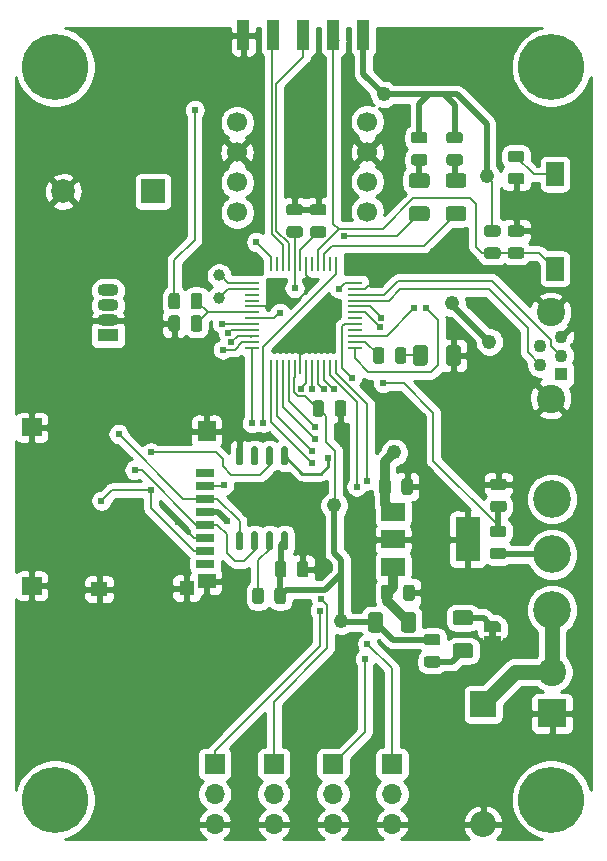
<source format=gbr>
%TF.GenerationSoftware,KiCad,Pcbnew,(5.1.6-0-10_14)*%
%TF.CreationDate,2021-04-25T16:08:19+02:00*%
%TF.ProjectId,ControlUnit,436f6e74-726f-46c5-956e-69742e6b6963,rev?*%
%TF.SameCoordinates,Original*%
%TF.FileFunction,Copper,L1,Top*%
%TF.FilePolarity,Positive*%
%FSLAX46Y46*%
G04 Gerber Fmt 4.6, Leading zero omitted, Abs format (unit mm)*
G04 Created by KiCad (PCBNEW (5.1.6-0-10_14)) date 2021-04-25 16:08:19*
%MOMM*%
%LPD*%
G01*
G04 APERTURE LIST*
%TA.AperFunction,EtchedComponent*%
%ADD10C,0.100000*%
%TD*%
%TA.AperFunction,ComponentPad*%
%ADD11R,2.000000X2.000000*%
%TD*%
%TA.AperFunction,ComponentPad*%
%ADD12C,2.000000*%
%TD*%
%TA.AperFunction,ComponentPad*%
%ADD13R,2.200000X2.200000*%
%TD*%
%TA.AperFunction,ComponentPad*%
%ADD14O,2.200000X2.200000*%
%TD*%
%TA.AperFunction,ComponentPad*%
%ADD15R,1.800000X1.070000*%
%TD*%
%TA.AperFunction,ComponentPad*%
%ADD16O,1.800000X1.070000*%
%TD*%
%TA.AperFunction,ComponentPad*%
%ADD17R,2.400000X2.400000*%
%TD*%
%TA.AperFunction,ComponentPad*%
%ADD18C,2.400000*%
%TD*%
%TA.AperFunction,ComponentPad*%
%ADD19R,1.100000X1.100000*%
%TD*%
%TA.AperFunction,ComponentPad*%
%ADD20C,1.100000*%
%TD*%
%TA.AperFunction,ComponentPad*%
%ADD21R,1.700000X1.700000*%
%TD*%
%TA.AperFunction,ComponentPad*%
%ADD22O,1.700000X1.700000*%
%TD*%
%TA.AperFunction,ComponentPad*%
%ADD23C,1.700000*%
%TD*%
%TA.AperFunction,SMDPad,CuDef*%
%ADD24R,1.500000X2.000000*%
%TD*%
%TA.AperFunction,SMDPad,CuDef*%
%ADD25R,1.300000X0.250000*%
%TD*%
%TA.AperFunction,SMDPad,CuDef*%
%ADD26R,0.250000X1.300000*%
%TD*%
%TA.AperFunction,SMDPad,CuDef*%
%ADD27R,2.000000X3.800000*%
%TD*%
%TA.AperFunction,SMDPad,CuDef*%
%ADD28R,2.000000X1.500000*%
%TD*%
%TA.AperFunction,ComponentPad*%
%ADD29C,1.000000*%
%TD*%
%TA.AperFunction,ComponentPad*%
%ADD30C,5.600000*%
%TD*%
%TA.AperFunction,ComponentPad*%
%ADD31C,3.200000*%
%TD*%
%TA.AperFunction,SMDPad,CuDef*%
%ADD32C,0.100000*%
%TD*%
%TA.AperFunction,SMDPad,CuDef*%
%ADD33R,1.000000X2.500000*%
%TD*%
%TA.AperFunction,SMDPad,CuDef*%
%ADD34R,1.600000X0.800000*%
%TD*%
%TA.AperFunction,SMDPad,CuDef*%
%ADD35R,1.500000X1.290000*%
%TD*%
%TA.AperFunction,SMDPad,CuDef*%
%ADD36R,1.300000X1.290000*%
%TD*%
%TA.AperFunction,SMDPad,CuDef*%
%ADD37R,1.400000X1.290000*%
%TD*%
%TA.AperFunction,SMDPad,CuDef*%
%ADD38R,1.700000X1.500000*%
%TD*%
%TA.AperFunction,SMDPad,CuDef*%
%ADD39R,1.500000X1.700000*%
%TD*%
%TA.AperFunction,ViaPad*%
%ADD40C,0.609600*%
%TD*%
%TA.AperFunction,ViaPad*%
%ADD41C,1.219200*%
%TD*%
%TA.AperFunction,Conductor*%
%ADD42C,0.203200*%
%TD*%
%TA.AperFunction,Conductor*%
%ADD43C,0.508000*%
%TD*%
%TA.AperFunction,Conductor*%
%ADD44C,0.250000*%
%TD*%
%TA.AperFunction,Conductor*%
%ADD45C,0.812800*%
%TD*%
%TA.AperFunction,Conductor*%
%ADD46C,1.270000*%
%TD*%
%TA.AperFunction,Conductor*%
%ADD47C,0.254000*%
%TD*%
G04 APERTURE END LIST*
D10*
%TO.C,JP1*%
G36*
X141300000Y-102250000D02*
G01*
X141300000Y-101750000D01*
X140700000Y-101750000D01*
X140700000Y-102250000D01*
X141300000Y-102250000D01*
G37*
%TD*%
D11*
%TO.P,BZ1,1*%
%TO.N,/BZ*%
X112268000Y-64516000D03*
D12*
%TO.P,BZ1,2*%
%TO.N,GND*%
X104668000Y-64516000D03*
%TD*%
%TO.P,C1,2*%
%TO.N,GND*%
%TA.AperFunction,SMDPad,CuDef*%
G36*
G01*
X127650000Y-83356250D02*
X127650000Y-82443750D01*
G75*
G02*
X127893750Y-82200000I243750J0D01*
G01*
X128381250Y-82200000D01*
G75*
G02*
X128625000Y-82443750I0J-243750D01*
G01*
X128625000Y-83356250D01*
G75*
G02*
X128381250Y-83600000I-243750J0D01*
G01*
X127893750Y-83600000D01*
G75*
G02*
X127650000Y-83356250I0J243750D01*
G01*
G37*
%TD.AperFunction*%
%TO.P,C1,1*%
%TO.N,+3V3*%
%TA.AperFunction,SMDPad,CuDef*%
G36*
G01*
X125775000Y-83356250D02*
X125775000Y-82443750D01*
G75*
G02*
X126018750Y-82200000I243750J0D01*
G01*
X126506250Y-82200000D01*
G75*
G02*
X126750000Y-82443750I0J-243750D01*
G01*
X126750000Y-83356250D01*
G75*
G02*
X126506250Y-83600000I-243750J0D01*
G01*
X126018750Y-83600000D01*
G75*
G02*
X125775000Y-83356250I0J243750D01*
G01*
G37*
%TD.AperFunction*%
%TD*%
%TO.P,C4,1*%
%TO.N,+3V3*%
%TA.AperFunction,SMDPad,CuDef*%
G36*
G01*
X124706250Y-68425000D02*
X123793750Y-68425000D01*
G75*
G02*
X123550000Y-68181250I0J243750D01*
G01*
X123550000Y-67693750D01*
G75*
G02*
X123793750Y-67450000I243750J0D01*
G01*
X124706250Y-67450000D01*
G75*
G02*
X124950000Y-67693750I0J-243750D01*
G01*
X124950000Y-68181250D01*
G75*
G02*
X124706250Y-68425000I-243750J0D01*
G01*
G37*
%TD.AperFunction*%
%TO.P,C4,2*%
%TO.N,GND*%
%TA.AperFunction,SMDPad,CuDef*%
G36*
G01*
X124706250Y-66550000D02*
X123793750Y-66550000D01*
G75*
G02*
X123550000Y-66306250I0J243750D01*
G01*
X123550000Y-65818750D01*
G75*
G02*
X123793750Y-65575000I243750J0D01*
G01*
X124706250Y-65575000D01*
G75*
G02*
X124950000Y-65818750I0J-243750D01*
G01*
X124950000Y-66306250D01*
G75*
G02*
X124706250Y-66550000I-243750J0D01*
G01*
G37*
%TD.AperFunction*%
%TD*%
%TO.P,C7,1*%
%TO.N,GND*%
%TA.AperFunction,SMDPad,CuDef*%
G36*
G01*
X125793750Y-65575000D02*
X126706250Y-65575000D01*
G75*
G02*
X126950000Y-65818750I0J-243750D01*
G01*
X126950000Y-66306250D01*
G75*
G02*
X126706250Y-66550000I-243750J0D01*
G01*
X125793750Y-66550000D01*
G75*
G02*
X125550000Y-66306250I0J243750D01*
G01*
X125550000Y-65818750D01*
G75*
G02*
X125793750Y-65575000I243750J0D01*
G01*
G37*
%TD.AperFunction*%
%TO.P,C7,2*%
%TO.N,Net-(C7-Pad2)*%
%TA.AperFunction,SMDPad,CuDef*%
G36*
G01*
X125793750Y-67450000D02*
X126706250Y-67450000D01*
G75*
G02*
X126950000Y-67693750I0J-243750D01*
G01*
X126950000Y-68181250D01*
G75*
G02*
X126706250Y-68425000I-243750J0D01*
G01*
X125793750Y-68425000D01*
G75*
G02*
X125550000Y-68181250I0J243750D01*
G01*
X125550000Y-67693750D01*
G75*
G02*
X125793750Y-67450000I243750J0D01*
G01*
G37*
%TD.AperFunction*%
%TD*%
%TO.P,C8,2*%
%TO.N,GND*%
%TA.AperFunction,SMDPad,CuDef*%
G36*
G01*
X114550000Y-75243750D02*
X114550000Y-76156250D01*
G75*
G02*
X114306250Y-76400000I-243750J0D01*
G01*
X113818750Y-76400000D01*
G75*
G02*
X113575000Y-76156250I0J243750D01*
G01*
X113575000Y-75243750D01*
G75*
G02*
X113818750Y-75000000I243750J0D01*
G01*
X114306250Y-75000000D01*
G75*
G02*
X114550000Y-75243750I0J-243750D01*
G01*
G37*
%TD.AperFunction*%
%TO.P,C8,1*%
%TO.N,Net-(C8-Pad1)*%
%TA.AperFunction,SMDPad,CuDef*%
G36*
G01*
X116425000Y-75243750D02*
X116425000Y-76156250D01*
G75*
G02*
X116181250Y-76400000I-243750J0D01*
G01*
X115693750Y-76400000D01*
G75*
G02*
X115450000Y-76156250I0J243750D01*
G01*
X115450000Y-75243750D01*
G75*
G02*
X115693750Y-75000000I243750J0D01*
G01*
X116181250Y-75000000D01*
G75*
G02*
X116425000Y-75243750I0J-243750D01*
G01*
G37*
%TD.AperFunction*%
%TD*%
%TO.P,C9,2*%
%TO.N,GND*%
%TA.AperFunction,SMDPad,CuDef*%
G36*
G01*
X133292000Y-89956250D02*
X133292000Y-89043750D01*
G75*
G02*
X133535750Y-88800000I243750J0D01*
G01*
X134023250Y-88800000D01*
G75*
G02*
X134267000Y-89043750I0J-243750D01*
G01*
X134267000Y-89956250D01*
G75*
G02*
X134023250Y-90200000I-243750J0D01*
G01*
X133535750Y-90200000D01*
G75*
G02*
X133292000Y-89956250I0J243750D01*
G01*
G37*
%TD.AperFunction*%
%TO.P,C9,1*%
%TO.N,+5V*%
%TA.AperFunction,SMDPad,CuDef*%
G36*
G01*
X131417000Y-89956250D02*
X131417000Y-89043750D01*
G75*
G02*
X131660750Y-88800000I243750J0D01*
G01*
X132148250Y-88800000D01*
G75*
G02*
X132392000Y-89043750I0J-243750D01*
G01*
X132392000Y-89956250D01*
G75*
G02*
X132148250Y-90200000I-243750J0D01*
G01*
X131660750Y-90200000D01*
G75*
G02*
X131417000Y-89956250I0J243750D01*
G01*
G37*
%TD.AperFunction*%
%TD*%
%TO.P,C19,1*%
%TO.N,+3V3*%
%TA.AperFunction,SMDPad,CuDef*%
G36*
G01*
X122575000Y-96956250D02*
X122575000Y-96043750D01*
G75*
G02*
X122818750Y-95800000I243750J0D01*
G01*
X123306250Y-95800000D01*
G75*
G02*
X123550000Y-96043750I0J-243750D01*
G01*
X123550000Y-96956250D01*
G75*
G02*
X123306250Y-97200000I-243750J0D01*
G01*
X122818750Y-97200000D01*
G75*
G02*
X122575000Y-96956250I0J243750D01*
G01*
G37*
%TD.AperFunction*%
%TO.P,C19,2*%
%TO.N,GND*%
%TA.AperFunction,SMDPad,CuDef*%
G36*
G01*
X124450000Y-96956250D02*
X124450000Y-96043750D01*
G75*
G02*
X124693750Y-95800000I243750J0D01*
G01*
X125181250Y-95800000D01*
G75*
G02*
X125425000Y-96043750I0J-243750D01*
G01*
X125425000Y-96956250D01*
G75*
G02*
X125181250Y-97200000I-243750J0D01*
G01*
X124693750Y-97200000D01*
G75*
G02*
X124450000Y-96956250I0J243750D01*
G01*
G37*
%TD.AperFunction*%
%TD*%
D13*
%TO.P,D1,1*%
%TO.N,Net-(D1-Pad1)*%
X140208000Y-107950000D03*
D14*
%TO.P,D1,2*%
%TO.N,GND*%
X140208000Y-118110000D03*
%TD*%
D15*
%TO.P,D2,1*%
%TO.N,Net-(D2-Pad1)*%
X108458000Y-76708000D03*
D16*
%TO.P,D2,2*%
%TO.N,GND*%
X108458000Y-75438000D03*
%TO.P,D2,3*%
%TO.N,Net-(D2-Pad3)*%
X108458000Y-74168000D03*
%TO.P,D2,4*%
%TO.N,Net-(D2-Pad4)*%
X108458000Y-72898000D03*
%TD*%
%TO.P,F1,1*%
%TO.N,+3V3*%
%TA.AperFunction,SMDPad,CuDef*%
G36*
G01*
X130475000Y-101625000D02*
X130475000Y-100375000D01*
G75*
G02*
X130725000Y-100125000I250000J0D01*
G01*
X131475000Y-100125000D01*
G75*
G02*
X131725000Y-100375000I0J-250000D01*
G01*
X131725000Y-101625000D01*
G75*
G02*
X131475000Y-101875000I-250000J0D01*
G01*
X130725000Y-101875000D01*
G75*
G02*
X130475000Y-101625000I0J250000D01*
G01*
G37*
%TD.AperFunction*%
%TO.P,F1,2*%
%TO.N,Net-(C10-Pad1)*%
%TA.AperFunction,SMDPad,CuDef*%
G36*
G01*
X133275000Y-101625000D02*
X133275000Y-100375000D01*
G75*
G02*
X133525000Y-100125000I250000J0D01*
G01*
X134275000Y-100125000D01*
G75*
G02*
X134525000Y-100375000I0J-250000D01*
G01*
X134525000Y-101625000D01*
G75*
G02*
X134275000Y-101875000I-250000J0D01*
G01*
X133525000Y-101875000D01*
G75*
G02*
X133275000Y-101625000I0J250000D01*
G01*
G37*
%TD.AperFunction*%
%TD*%
D17*
%TO.P,J1,1*%
%TO.N,GND*%
X146050000Y-108712000D03*
D18*
%TO.P,J1,2*%
%TO.N,Net-(D1-Pad1)*%
X146050000Y-105212000D03*
%TD*%
D19*
%TO.P,J2,1*%
%TO.N,Net-(D7-Pad2)*%
X146812000Y-80010000D03*
D20*
%TO.P,J2,2*%
%TO.N,/USB_D-*%
X145062000Y-79210000D03*
%TO.P,J2,3*%
%TO.N,/USB_D+*%
X146812000Y-78410000D03*
%TO.P,J2,4*%
%TO.N,Net-(J2-Pad4)*%
X145062000Y-77610000D03*
%TO.P,J2,5*%
%TO.N,GND*%
X146812000Y-76810000D03*
D18*
%TO.P,J2,6*%
X145937000Y-82060000D03*
X145937000Y-74760000D03*
%TD*%
D21*
%TO.P,J7,1*%
%TO.N,/Servo_1*%
X117500000Y-113000000D03*
D22*
%TO.P,J7,2*%
%TO.N,+5V*%
X117500000Y-115540000D03*
%TO.P,J7,3*%
%TO.N,GND*%
X117500000Y-118080000D03*
%TD*%
D23*
%TO.P,J8,1*%
%TO.N,+3V3*%
X119380000Y-58674000D03*
%TO.P,J8,2*%
%TO.N,GND*%
X119380000Y-61214000D03*
%TO.P,J8,3*%
%TO.N,/SCL*%
X119380000Y-63754000D03*
%TO.P,J8,4*%
%TO.N,/SDA*%
X119380000Y-66294000D03*
%TD*%
D22*
%TO.P,J9,3*%
%TO.N,GND*%
X122500000Y-118080000D03*
%TO.P,J9,2*%
%TO.N,+5V*%
X122500000Y-115540000D03*
D21*
%TO.P,J9,1*%
%TO.N,/Servo_2*%
X122500000Y-113000000D03*
%TD*%
%TO.P,J10,1*%
%TO.N,/Servo_3*%
X127500000Y-113000000D03*
D22*
%TO.P,J10,2*%
%TO.N,+5V*%
X127500000Y-115540000D03*
%TO.P,J10,3*%
%TO.N,GND*%
X127500000Y-118080000D03*
%TD*%
%TO.P,L1,1*%
%TO.N,+3V3*%
%TA.AperFunction,SMDPad,CuDef*%
G36*
G01*
X113575000Y-74256250D02*
X113575000Y-73343750D01*
G75*
G02*
X113818750Y-73100000I243750J0D01*
G01*
X114306250Y-73100000D01*
G75*
G02*
X114550000Y-73343750I0J-243750D01*
G01*
X114550000Y-74256250D01*
G75*
G02*
X114306250Y-74500000I-243750J0D01*
G01*
X113818750Y-74500000D01*
G75*
G02*
X113575000Y-74256250I0J243750D01*
G01*
G37*
%TD.AperFunction*%
%TO.P,L1,2*%
%TO.N,Net-(C8-Pad1)*%
%TA.AperFunction,SMDPad,CuDef*%
G36*
G01*
X115450000Y-74256250D02*
X115450000Y-73343750D01*
G75*
G02*
X115693750Y-73100000I243750J0D01*
G01*
X116181250Y-73100000D01*
G75*
G02*
X116425000Y-73343750I0J-243750D01*
G01*
X116425000Y-74256250D01*
G75*
G02*
X116181250Y-74500000I-243750J0D01*
G01*
X115693750Y-74500000D01*
G75*
G02*
X115450000Y-74256250I0J243750D01*
G01*
G37*
%TD.AperFunction*%
%TD*%
%TO.P,R3,2*%
%TO.N,/RESET*%
%TA.AperFunction,SMDPad,CuDef*%
G36*
G01*
X140543750Y-69250000D02*
X141456250Y-69250000D01*
G75*
G02*
X141700000Y-69493750I0J-243750D01*
G01*
X141700000Y-69981250D01*
G75*
G02*
X141456250Y-70225000I-243750J0D01*
G01*
X140543750Y-70225000D01*
G75*
G02*
X140300000Y-69981250I0J243750D01*
G01*
X140300000Y-69493750D01*
G75*
G02*
X140543750Y-69250000I243750J0D01*
G01*
G37*
%TD.AperFunction*%
%TO.P,R3,1*%
%TO.N,+3V3*%
%TA.AperFunction,SMDPad,CuDef*%
G36*
G01*
X140543750Y-67375000D02*
X141456250Y-67375000D01*
G75*
G02*
X141700000Y-67618750I0J-243750D01*
G01*
X141700000Y-68106250D01*
G75*
G02*
X141456250Y-68350000I-243750J0D01*
G01*
X140543750Y-68350000D01*
G75*
G02*
X140300000Y-68106250I0J243750D01*
G01*
X140300000Y-67618750D01*
G75*
G02*
X140543750Y-67375000I243750J0D01*
G01*
G37*
%TD.AperFunction*%
%TD*%
%TO.P,R7,1*%
%TO.N,GND*%
%TA.AperFunction,SMDPad,CuDef*%
G36*
G01*
X143458250Y-63925000D02*
X142545750Y-63925000D01*
G75*
G02*
X142302000Y-63681250I0J243750D01*
G01*
X142302000Y-63193750D01*
G75*
G02*
X142545750Y-62950000I243750J0D01*
G01*
X143458250Y-62950000D01*
G75*
G02*
X143702000Y-63193750I0J-243750D01*
G01*
X143702000Y-63681250D01*
G75*
G02*
X143458250Y-63925000I-243750J0D01*
G01*
G37*
%TD.AperFunction*%
%TO.P,R7,2*%
%TO.N,Net-(R7-Pad2)*%
%TA.AperFunction,SMDPad,CuDef*%
G36*
G01*
X143458250Y-62050000D02*
X142545750Y-62050000D01*
G75*
G02*
X142302000Y-61806250I0J243750D01*
G01*
X142302000Y-61318750D01*
G75*
G02*
X142545750Y-61075000I243750J0D01*
G01*
X143458250Y-61075000D01*
G75*
G02*
X143702000Y-61318750I0J-243750D01*
G01*
X143702000Y-61806250D01*
G75*
G02*
X143458250Y-62050000I-243750J0D01*
G01*
G37*
%TD.AperFunction*%
%TD*%
D24*
%TO.P,SW2,1*%
%TO.N,/RESET*%
X146304000Y-71056000D03*
%TO.P,SW2,2*%
%TO.N,Net-(R7-Pad2)*%
X146304000Y-63056000D03*
%TD*%
D25*
%TO.P,U1,1*%
%TO.N,Net-(C2-Pad2)*%
X120650000Y-72250000D03*
%TO.P,U1,2*%
%TO.N,Net-(C3-Pad1)*%
X120650000Y-72750000D03*
%TO.P,U1,3*%
%TO.N,Net-(U1-Pad3)*%
X120650000Y-73250000D03*
%TO.P,U1,4*%
%TO.N,Net-(U1-Pad4)*%
X120650000Y-73750000D03*
%TO.P,U1,5*%
%TO.N,GND*%
X120650000Y-74250000D03*
%TO.P,U1,6*%
%TO.N,Net-(C8-Pad1)*%
X120650000Y-74750000D03*
%TO.P,U1,7*%
%TO.N,/Batt*%
X120650000Y-75250000D03*
%TO.P,U1,8*%
%TO.N,/BZ*%
X120650000Y-75750000D03*
%TO.P,U1,9*%
%TO.N,/B_LED*%
X120650000Y-76250000D03*
%TO.P,U1,10*%
%TO.N,/G_LED*%
X120650000Y-76750000D03*
%TO.P,U1,11*%
%TO.N,/R_LED*%
X120650000Y-77250000D03*
%TO.P,U1,12*%
%TO.N,/DIO0*%
X120650000Y-77750000D03*
D26*
%TO.P,U1,13*%
%TO.N,/Servo_1*%
X122250000Y-79350000D03*
%TO.P,U1,14*%
%TO.N,/Servo_2*%
X122750000Y-79350000D03*
%TO.P,U1,15*%
%TO.N,Net-(J13-Pad2)*%
X123250000Y-79350000D03*
%TO.P,U1,16*%
%TO.N,Net-(J13-Pad1)*%
X123750000Y-79350000D03*
%TO.P,U1,17*%
%TO.N,+3V3*%
X124250000Y-79350000D03*
%TO.P,U1,18*%
%TO.N,GND*%
X124750000Y-79350000D03*
%TO.P,U1,19*%
%TO.N,/MOSI*%
X125250000Y-79350000D03*
%TO.P,U1,20*%
%TO.N,/SCK*%
X125750000Y-79350000D03*
%TO.P,U1,21*%
%TO.N,/MISO*%
X126250000Y-79350000D03*
%TO.P,U1,22*%
%TO.N,/CS_RAD*%
X126750000Y-79350000D03*
%TO.P,U1,23*%
%TO.N,/Servo_3*%
X127250000Y-79350000D03*
%TO.P,U1,24*%
%TO.N,/Servo_4*%
X127750000Y-79350000D03*
D25*
%TO.P,U1,25*%
%TO.N,/TX_GPS*%
X129350000Y-77750000D03*
%TO.P,U1,26*%
%TO.N,/D13*%
X129350000Y-77250000D03*
%TO.P,U1,27*%
%TO.N,/RX_GPS*%
X129350000Y-76750000D03*
%TO.P,U1,28*%
%TO.N,Net-(U1-Pad28)*%
X129350000Y-76250000D03*
%TO.P,U1,29*%
%TO.N,/CS_FLASH*%
X129350000Y-75750000D03*
%TO.P,U1,30*%
%TO.N,Net-(U1-Pad30)*%
X129350000Y-75250000D03*
%TO.P,U1,31*%
%TO.N,/SDA*%
X129350000Y-74750000D03*
%TO.P,U1,32*%
%TO.N,/SCL*%
X129350000Y-74250000D03*
%TO.P,U1,33*%
%TO.N,/USB_D-*%
X129350000Y-73750000D03*
%TO.P,U1,34*%
%TO.N,/USB_D+*%
X129350000Y-73250000D03*
%TO.P,U1,35*%
%TO.N,GND*%
X129350000Y-72750000D03*
%TO.P,U1,36*%
%TO.N,+3V3*%
X129350000Y-72250000D03*
D26*
%TO.P,U1,37*%
%TO.N,/CS_SD*%
X127750000Y-70650000D03*
%TO.P,U1,38*%
%TO.N,Net-(U1-Pad38)*%
X127250000Y-70650000D03*
%TO.P,U1,39*%
%TO.N,/TX_LED*%
X126750000Y-70650000D03*
%TO.P,U1,40*%
%TO.N,/RESET*%
X126250000Y-70650000D03*
%TO.P,U1,41*%
%TO.N,Net-(U1-Pad41)*%
X125750000Y-70650000D03*
%TO.P,U1,42*%
%TO.N,GND*%
X125250000Y-70650000D03*
%TO.P,U1,43*%
%TO.N,Net-(C7-Pad2)*%
X124750000Y-70650000D03*
%TO.P,U1,44*%
%TO.N,+3V3*%
X124250000Y-70650000D03*
%TO.P,U1,45*%
%TO.N,/SWCLK*%
X123750000Y-70650000D03*
%TO.P,U1,46*%
%TO.N,/SWDIO*%
X123250000Y-70650000D03*
%TO.P,U1,47*%
%TO.N,Net-(U1-Pad47)*%
X122750000Y-70650000D03*
%TO.P,U1,48*%
%TO.N,/RX_LED*%
X122250000Y-70650000D03*
%TD*%
D27*
%TO.P,U3,2*%
%TO.N,GND*%
X138900000Y-93980000D03*
D28*
X132600000Y-93980000D03*
%TO.P,U3,3*%
%TO.N,Net-(C10-Pad1)*%
X132600000Y-96280000D03*
%TO.P,U3,1*%
%TO.N,+5V*%
X132600000Y-91680000D03*
%TD*%
%TO.P,U6,1*%
%TO.N,/CS_FLASH*%
%TA.AperFunction,SMDPad,CuDef*%
G36*
G01*
X123255000Y-86100000D02*
X123555000Y-86100000D01*
G75*
G02*
X123705000Y-86250000I0J-150000D01*
G01*
X123705000Y-87550000D01*
G75*
G02*
X123555000Y-87700000I-150000J0D01*
G01*
X123255000Y-87700000D01*
G75*
G02*
X123105000Y-87550000I0J150000D01*
G01*
X123105000Y-86250000D01*
G75*
G02*
X123255000Y-86100000I150000J0D01*
G01*
G37*
%TD.AperFunction*%
%TO.P,U6,2*%
%TO.N,/MISO*%
%TA.AperFunction,SMDPad,CuDef*%
G36*
G01*
X121985000Y-86100000D02*
X122285000Y-86100000D01*
G75*
G02*
X122435000Y-86250000I0J-150000D01*
G01*
X122435000Y-87550000D01*
G75*
G02*
X122285000Y-87700000I-150000J0D01*
G01*
X121985000Y-87700000D01*
G75*
G02*
X121835000Y-87550000I0J150000D01*
G01*
X121835000Y-86250000D01*
G75*
G02*
X121985000Y-86100000I150000J0D01*
G01*
G37*
%TD.AperFunction*%
%TO.P,U6,3*%
%TO.N,Net-(U6-Pad3)*%
%TA.AperFunction,SMDPad,CuDef*%
G36*
G01*
X120715000Y-86100000D02*
X121015000Y-86100000D01*
G75*
G02*
X121165000Y-86250000I0J-150000D01*
G01*
X121165000Y-87550000D01*
G75*
G02*
X121015000Y-87700000I-150000J0D01*
G01*
X120715000Y-87700000D01*
G75*
G02*
X120565000Y-87550000I0J150000D01*
G01*
X120565000Y-86250000D01*
G75*
G02*
X120715000Y-86100000I150000J0D01*
G01*
G37*
%TD.AperFunction*%
%TO.P,U6,4*%
%TO.N,GND*%
%TA.AperFunction,SMDPad,CuDef*%
G36*
G01*
X119445000Y-86100000D02*
X119745000Y-86100000D01*
G75*
G02*
X119895000Y-86250000I0J-150000D01*
G01*
X119895000Y-87550000D01*
G75*
G02*
X119745000Y-87700000I-150000J0D01*
G01*
X119445000Y-87700000D01*
G75*
G02*
X119295000Y-87550000I0J150000D01*
G01*
X119295000Y-86250000D01*
G75*
G02*
X119445000Y-86100000I150000J0D01*
G01*
G37*
%TD.AperFunction*%
%TO.P,U6,5*%
%TO.N,/MOSI*%
%TA.AperFunction,SMDPad,CuDef*%
G36*
G01*
X119445000Y-93300000D02*
X119745000Y-93300000D01*
G75*
G02*
X119895000Y-93450000I0J-150000D01*
G01*
X119895000Y-94750000D01*
G75*
G02*
X119745000Y-94900000I-150000J0D01*
G01*
X119445000Y-94900000D01*
G75*
G02*
X119295000Y-94750000I0J150000D01*
G01*
X119295000Y-93450000D01*
G75*
G02*
X119445000Y-93300000I150000J0D01*
G01*
G37*
%TD.AperFunction*%
%TO.P,U6,6*%
%TO.N,/SCK*%
%TA.AperFunction,SMDPad,CuDef*%
G36*
G01*
X120715000Y-93300000D02*
X121015000Y-93300000D01*
G75*
G02*
X121165000Y-93450000I0J-150000D01*
G01*
X121165000Y-94750000D01*
G75*
G02*
X121015000Y-94900000I-150000J0D01*
G01*
X120715000Y-94900000D01*
G75*
G02*
X120565000Y-94750000I0J150000D01*
G01*
X120565000Y-93450000D01*
G75*
G02*
X120715000Y-93300000I150000J0D01*
G01*
G37*
%TD.AperFunction*%
%TO.P,U6,7*%
%TO.N,Net-(R15-Pad2)*%
%TA.AperFunction,SMDPad,CuDef*%
G36*
G01*
X121985000Y-93300000D02*
X122285000Y-93300000D01*
G75*
G02*
X122435000Y-93450000I0J-150000D01*
G01*
X122435000Y-94750000D01*
G75*
G02*
X122285000Y-94900000I-150000J0D01*
G01*
X121985000Y-94900000D01*
G75*
G02*
X121835000Y-94750000I0J150000D01*
G01*
X121835000Y-93450000D01*
G75*
G02*
X121985000Y-93300000I150000J0D01*
G01*
G37*
%TD.AperFunction*%
%TO.P,U6,8*%
%TO.N,+3V3*%
%TA.AperFunction,SMDPad,CuDef*%
G36*
G01*
X123255000Y-93300000D02*
X123555000Y-93300000D01*
G75*
G02*
X123705000Y-93450000I0J-150000D01*
G01*
X123705000Y-94750000D01*
G75*
G02*
X123555000Y-94900000I-150000J0D01*
G01*
X123255000Y-94900000D01*
G75*
G02*
X123105000Y-94750000I0J150000D01*
G01*
X123105000Y-93450000D01*
G75*
G02*
X123255000Y-93300000I150000J0D01*
G01*
G37*
%TD.AperFunction*%
%TD*%
D29*
%TO.P,Y1,1*%
%TO.N,Net-(C2-Pad2)*%
X117856000Y-71628000D03*
%TO.P,Y1,2*%
%TO.N,Net-(C3-Pad1)*%
X117856000Y-73528000D03*
%TD*%
D30*
%TO.P,H1,1*%
%TO.N,N/C*%
X104000000Y-54000000D03*
%TD*%
%TO.P,H2,1*%
%TO.N,N/C*%
X146000000Y-54000000D03*
%TD*%
%TO.P,H3,1*%
%TO.N,N/C*%
X104000000Y-116000000D03*
%TD*%
%TO.P,H4,1*%
%TO.N,N/C*%
X146000000Y-116000000D03*
%TD*%
D31*
%TO.P,SW1,1*%
%TO.N,/Vbatt*%
X146050000Y-95250000D03*
%TO.P,SW1,2*%
%TO.N,Net-(D1-Pad1)*%
X146050000Y-99950000D03*
%TO.P,SW1,3*%
%TO.N,Net-(SW1-Pad3)*%
X146050000Y-90550000D03*
%TD*%
%TO.P,D3,2*%
%TO.N,Net-(D3-Pad2)*%
%TA.AperFunction,SMDPad,CuDef*%
G36*
G01*
X135525000Y-77775000D02*
X135525000Y-79025000D01*
G75*
G02*
X135275000Y-79275000I-250000J0D01*
G01*
X134525000Y-79275000D01*
G75*
G02*
X134275000Y-79025000I0J250000D01*
G01*
X134275000Y-77775000D01*
G75*
G02*
X134525000Y-77525000I250000J0D01*
G01*
X135275000Y-77525000D01*
G75*
G02*
X135525000Y-77775000I0J-250000D01*
G01*
G37*
%TD.AperFunction*%
%TO.P,D3,1*%
%TO.N,GND*%
%TA.AperFunction,SMDPad,CuDef*%
G36*
G01*
X138325000Y-77775000D02*
X138325000Y-79025000D01*
G75*
G02*
X138075000Y-79275000I-250000J0D01*
G01*
X137325000Y-79275000D01*
G75*
G02*
X137075000Y-79025000I0J250000D01*
G01*
X137075000Y-77775000D01*
G75*
G02*
X137325000Y-77525000I250000J0D01*
G01*
X138075000Y-77525000D01*
G75*
G02*
X138325000Y-77775000I0J-250000D01*
G01*
G37*
%TD.AperFunction*%
%TD*%
%TO.P,D4,1*%
%TO.N,/TX_LED*%
%TA.AperFunction,SMDPad,CuDef*%
G36*
G01*
X138541000Y-67017000D02*
X137291000Y-67017000D01*
G75*
G02*
X137041000Y-66767000I0J250000D01*
G01*
X137041000Y-66017000D01*
G75*
G02*
X137291000Y-65767000I250000J0D01*
G01*
X138541000Y-65767000D01*
G75*
G02*
X138791000Y-66017000I0J-250000D01*
G01*
X138791000Y-66767000D01*
G75*
G02*
X138541000Y-67017000I-250000J0D01*
G01*
G37*
%TD.AperFunction*%
%TO.P,D4,2*%
%TO.N,Net-(D4-Pad2)*%
%TA.AperFunction,SMDPad,CuDef*%
G36*
G01*
X138541000Y-64217000D02*
X137291000Y-64217000D01*
G75*
G02*
X137041000Y-63967000I0J250000D01*
G01*
X137041000Y-63217000D01*
G75*
G02*
X137291000Y-62967000I250000J0D01*
G01*
X138541000Y-62967000D01*
G75*
G02*
X138791000Y-63217000I0J-250000D01*
G01*
X138791000Y-63967000D01*
G75*
G02*
X138541000Y-64217000I-250000J0D01*
G01*
G37*
%TD.AperFunction*%
%TD*%
%TO.P,R8,2*%
%TO.N,/Vbatt*%
%TA.AperFunction,SMDPad,CuDef*%
G36*
G01*
X141021750Y-94684000D02*
X141934250Y-94684000D01*
G75*
G02*
X142178000Y-94927750I0J-243750D01*
G01*
X142178000Y-95415250D01*
G75*
G02*
X141934250Y-95659000I-243750J0D01*
G01*
X141021750Y-95659000D01*
G75*
G02*
X140778000Y-95415250I0J243750D01*
G01*
X140778000Y-94927750D01*
G75*
G02*
X141021750Y-94684000I243750J0D01*
G01*
G37*
%TD.AperFunction*%
%TO.P,R8,1*%
%TO.N,/Batt*%
%TA.AperFunction,SMDPad,CuDef*%
G36*
G01*
X141021750Y-92809000D02*
X141934250Y-92809000D01*
G75*
G02*
X142178000Y-93052750I0J-243750D01*
G01*
X142178000Y-93540250D01*
G75*
G02*
X141934250Y-93784000I-243750J0D01*
G01*
X141021750Y-93784000D01*
G75*
G02*
X140778000Y-93540250I0J243750D01*
G01*
X140778000Y-93052750D01*
G75*
G02*
X141021750Y-92809000I243750J0D01*
G01*
G37*
%TD.AperFunction*%
%TD*%
%TO.P,R9,1*%
%TO.N,/Batt*%
%TA.AperFunction,SMDPad,CuDef*%
G36*
G01*
X141956250Y-91675000D02*
X141043750Y-91675000D01*
G75*
G02*
X140800000Y-91431250I0J243750D01*
G01*
X140800000Y-90943750D01*
G75*
G02*
X141043750Y-90700000I243750J0D01*
G01*
X141956250Y-90700000D01*
G75*
G02*
X142200000Y-90943750I0J-243750D01*
G01*
X142200000Y-91431250D01*
G75*
G02*
X141956250Y-91675000I-243750J0D01*
G01*
G37*
%TD.AperFunction*%
%TO.P,R9,2*%
%TO.N,GND*%
%TA.AperFunction,SMDPad,CuDef*%
G36*
G01*
X141956250Y-89800000D02*
X141043750Y-89800000D01*
G75*
G02*
X140800000Y-89556250I0J243750D01*
G01*
X140800000Y-89068750D01*
G75*
G02*
X141043750Y-88825000I243750J0D01*
G01*
X141956250Y-88825000D01*
G75*
G02*
X142200000Y-89068750I0J-243750D01*
G01*
X142200000Y-89556250D01*
G75*
G02*
X141956250Y-89800000I-243750J0D01*
G01*
G37*
%TD.AperFunction*%
%TD*%
%TO.P,R10,1*%
%TO.N,/D13*%
%TA.AperFunction,SMDPad,CuDef*%
G36*
G01*
X130875000Y-78856250D02*
X130875000Y-77943750D01*
G75*
G02*
X131118750Y-77700000I243750J0D01*
G01*
X131606250Y-77700000D01*
G75*
G02*
X131850000Y-77943750I0J-243750D01*
G01*
X131850000Y-78856250D01*
G75*
G02*
X131606250Y-79100000I-243750J0D01*
G01*
X131118750Y-79100000D01*
G75*
G02*
X130875000Y-78856250I0J243750D01*
G01*
G37*
%TD.AperFunction*%
%TO.P,R10,2*%
%TO.N,Net-(D3-Pad2)*%
%TA.AperFunction,SMDPad,CuDef*%
G36*
G01*
X132750000Y-78856250D02*
X132750000Y-77943750D01*
G75*
G02*
X132993750Y-77700000I243750J0D01*
G01*
X133481250Y-77700000D01*
G75*
G02*
X133725000Y-77943750I0J-243750D01*
G01*
X133725000Y-78856250D01*
G75*
G02*
X133481250Y-79100000I-243750J0D01*
G01*
X132993750Y-79100000D01*
G75*
G02*
X132750000Y-78856250I0J243750D01*
G01*
G37*
%TD.AperFunction*%
%TD*%
%TO.P,R11,2*%
%TO.N,Net-(D4-Pad2)*%
%TA.AperFunction,SMDPad,CuDef*%
G36*
G01*
X137343750Y-61350000D02*
X138256250Y-61350000D01*
G75*
G02*
X138500000Y-61593750I0J-243750D01*
G01*
X138500000Y-62081250D01*
G75*
G02*
X138256250Y-62325000I-243750J0D01*
G01*
X137343750Y-62325000D01*
G75*
G02*
X137100000Y-62081250I0J243750D01*
G01*
X137100000Y-61593750D01*
G75*
G02*
X137343750Y-61350000I243750J0D01*
G01*
G37*
%TD.AperFunction*%
%TO.P,R11,1*%
%TO.N,+3V3*%
%TA.AperFunction,SMDPad,CuDef*%
G36*
G01*
X137343750Y-59475000D02*
X138256250Y-59475000D01*
G75*
G02*
X138500000Y-59718750I0J-243750D01*
G01*
X138500000Y-60206250D01*
G75*
G02*
X138256250Y-60450000I-243750J0D01*
G01*
X137343750Y-60450000D01*
G75*
G02*
X137100000Y-60206250I0J243750D01*
G01*
X137100000Y-59718750D01*
G75*
G02*
X137343750Y-59475000I243750J0D01*
G01*
G37*
%TD.AperFunction*%
%TD*%
%TO.P,R12,1*%
%TO.N,+3V3*%
%TA.AperFunction,SMDPad,CuDef*%
G36*
G01*
X134343750Y-59475000D02*
X135256250Y-59475000D01*
G75*
G02*
X135500000Y-59718750I0J-243750D01*
G01*
X135500000Y-60206250D01*
G75*
G02*
X135256250Y-60450000I-243750J0D01*
G01*
X134343750Y-60450000D01*
G75*
G02*
X134100000Y-60206250I0J243750D01*
G01*
X134100000Y-59718750D01*
G75*
G02*
X134343750Y-59475000I243750J0D01*
G01*
G37*
%TD.AperFunction*%
%TO.P,R12,2*%
%TO.N,Net-(D5-Pad2)*%
%TA.AperFunction,SMDPad,CuDef*%
G36*
G01*
X134343750Y-61350000D02*
X135256250Y-61350000D01*
G75*
G02*
X135500000Y-61593750I0J-243750D01*
G01*
X135500000Y-62081250D01*
G75*
G02*
X135256250Y-62325000I-243750J0D01*
G01*
X134343750Y-62325000D01*
G75*
G02*
X134100000Y-62081250I0J243750D01*
G01*
X134100000Y-61593750D01*
G75*
G02*
X134343750Y-61350000I243750J0D01*
G01*
G37*
%TD.AperFunction*%
%TD*%
%TO.P,D6,1*%
%TO.N,Net-(D6-Pad1)*%
%TA.AperFunction,SMDPad,CuDef*%
G36*
G01*
X137875000Y-99975000D02*
X139125000Y-99975000D01*
G75*
G02*
X139375000Y-100225000I0J-250000D01*
G01*
X139375000Y-100975000D01*
G75*
G02*
X139125000Y-101225000I-250000J0D01*
G01*
X137875000Y-101225000D01*
G75*
G02*
X137625000Y-100975000I0J250000D01*
G01*
X137625000Y-100225000D01*
G75*
G02*
X137875000Y-99975000I250000J0D01*
G01*
G37*
%TD.AperFunction*%
%TO.P,D6,2*%
%TO.N,Net-(D6-Pad2)*%
%TA.AperFunction,SMDPad,CuDef*%
G36*
G01*
X137875000Y-102775000D02*
X139125000Y-102775000D01*
G75*
G02*
X139375000Y-103025000I0J-250000D01*
G01*
X139375000Y-103775000D01*
G75*
G02*
X139125000Y-104025000I-250000J0D01*
G01*
X137875000Y-104025000D01*
G75*
G02*
X137625000Y-103775000I0J250000D01*
G01*
X137625000Y-103025000D01*
G75*
G02*
X137875000Y-102775000I250000J0D01*
G01*
G37*
%TD.AperFunction*%
%TD*%
%TA.AperFunction,SMDPad,CuDef*%
D32*
%TO.P,JP1,2*%
%TO.N,GND*%
G36*
X141749398Y-102650000D02*
G01*
X141749398Y-102674534D01*
X141744588Y-102723365D01*
X141735016Y-102771490D01*
X141720772Y-102818445D01*
X141701995Y-102863778D01*
X141678864Y-102907051D01*
X141651604Y-102947850D01*
X141620476Y-102985779D01*
X141585779Y-103020476D01*
X141547850Y-103051604D01*
X141507051Y-103078864D01*
X141463778Y-103101995D01*
X141418445Y-103120772D01*
X141371490Y-103135016D01*
X141323365Y-103144588D01*
X141274534Y-103149398D01*
X141250000Y-103149398D01*
X141250000Y-103150000D01*
X140750000Y-103150000D01*
X140750000Y-103149398D01*
X140725466Y-103149398D01*
X140676635Y-103144588D01*
X140628510Y-103135016D01*
X140581555Y-103120772D01*
X140536222Y-103101995D01*
X140492949Y-103078864D01*
X140452150Y-103051604D01*
X140414221Y-103020476D01*
X140379524Y-102985779D01*
X140348396Y-102947850D01*
X140321136Y-102907051D01*
X140298005Y-102863778D01*
X140279228Y-102818445D01*
X140264984Y-102771490D01*
X140255412Y-102723365D01*
X140250602Y-102674534D01*
X140250602Y-102650000D01*
X140250000Y-102650000D01*
X140250000Y-102150000D01*
X141750000Y-102150000D01*
X141750000Y-102650000D01*
X141749398Y-102650000D01*
G37*
%TD.AperFunction*%
%TA.AperFunction,SMDPad,CuDef*%
%TO.P,JP1,1*%
%TO.N,Net-(D6-Pad1)*%
G36*
X140250000Y-101850000D02*
G01*
X140250000Y-101350000D01*
X140250602Y-101350000D01*
X140250602Y-101325466D01*
X140255412Y-101276635D01*
X140264984Y-101228510D01*
X140279228Y-101181555D01*
X140298005Y-101136222D01*
X140321136Y-101092949D01*
X140348396Y-101052150D01*
X140379524Y-101014221D01*
X140414221Y-100979524D01*
X140452150Y-100948396D01*
X140492949Y-100921136D01*
X140536222Y-100898005D01*
X140581555Y-100879228D01*
X140628510Y-100864984D01*
X140676635Y-100855412D01*
X140725466Y-100850602D01*
X140750000Y-100850602D01*
X140750000Y-100850000D01*
X141250000Y-100850000D01*
X141250000Y-100850602D01*
X141274534Y-100850602D01*
X141323365Y-100855412D01*
X141371490Y-100864984D01*
X141418445Y-100879228D01*
X141463778Y-100898005D01*
X141507051Y-100921136D01*
X141547850Y-100948396D01*
X141585779Y-100979524D01*
X141620476Y-101014221D01*
X141651604Y-101052150D01*
X141678864Y-101092949D01*
X141701995Y-101136222D01*
X141720772Y-101181555D01*
X141735016Y-101228510D01*
X141744588Y-101276635D01*
X141749398Y-101325466D01*
X141749398Y-101350000D01*
X141750000Y-101350000D01*
X141750000Y-101850000D01*
X140250000Y-101850000D01*
G37*
%TD.AperFunction*%
%TD*%
%TO.P,R13,1*%
%TO.N,+3V3*%
%TA.AperFunction,SMDPad,CuDef*%
G36*
G01*
X135443750Y-101975000D02*
X136356250Y-101975000D01*
G75*
G02*
X136600000Y-102218750I0J-243750D01*
G01*
X136600000Y-102706250D01*
G75*
G02*
X136356250Y-102950000I-243750J0D01*
G01*
X135443750Y-102950000D01*
G75*
G02*
X135200000Y-102706250I0J243750D01*
G01*
X135200000Y-102218750D01*
G75*
G02*
X135443750Y-101975000I243750J0D01*
G01*
G37*
%TD.AperFunction*%
%TO.P,R13,2*%
%TO.N,Net-(D6-Pad2)*%
%TA.AperFunction,SMDPad,CuDef*%
G36*
G01*
X135443750Y-103850000D02*
X136356250Y-103850000D01*
G75*
G02*
X136600000Y-104093750I0J-243750D01*
G01*
X136600000Y-104581250D01*
G75*
G02*
X136356250Y-104825000I-243750J0D01*
G01*
X135443750Y-104825000D01*
G75*
G02*
X135200000Y-104581250I0J243750D01*
G01*
X135200000Y-104093750D01*
G75*
G02*
X135443750Y-103850000I243750J0D01*
G01*
G37*
%TD.AperFunction*%
%TD*%
%TO.P,C10,1*%
%TO.N,Net-(C10-Pad1)*%
%TA.AperFunction,SMDPad,CuDef*%
G36*
G01*
X131575000Y-98956250D02*
X131575000Y-98043750D01*
G75*
G02*
X131818750Y-97800000I243750J0D01*
G01*
X132306250Y-97800000D01*
G75*
G02*
X132550000Y-98043750I0J-243750D01*
G01*
X132550000Y-98956250D01*
G75*
G02*
X132306250Y-99200000I-243750J0D01*
G01*
X131818750Y-99200000D01*
G75*
G02*
X131575000Y-98956250I0J243750D01*
G01*
G37*
%TD.AperFunction*%
%TO.P,C10,2*%
%TO.N,GND*%
%TA.AperFunction,SMDPad,CuDef*%
G36*
G01*
X133450000Y-98956250D02*
X133450000Y-98043750D01*
G75*
G02*
X133693750Y-97800000I243750J0D01*
G01*
X134181250Y-97800000D01*
G75*
G02*
X134425000Y-98043750I0J-243750D01*
G01*
X134425000Y-98956250D01*
G75*
G02*
X134181250Y-99200000I-243750J0D01*
G01*
X133693750Y-99200000D01*
G75*
G02*
X133450000Y-98956250I0J243750D01*
G01*
G37*
%TD.AperFunction*%
%TD*%
D21*
%TO.P,J12,1*%
%TO.N,/Servo_4*%
X132500000Y-113000000D03*
D22*
%TO.P,J12,2*%
%TO.N,+5V*%
X132500000Y-115540000D03*
%TO.P,J12,3*%
%TO.N,GND*%
X132500000Y-118080000D03*
%TD*%
%TO.P,D5,1*%
%TO.N,/RX_LED*%
%TA.AperFunction,SMDPad,CuDef*%
G36*
G01*
X135425000Y-67025000D02*
X134175000Y-67025000D01*
G75*
G02*
X133925000Y-66775000I0J250000D01*
G01*
X133925000Y-66025000D01*
G75*
G02*
X134175000Y-65775000I250000J0D01*
G01*
X135425000Y-65775000D01*
G75*
G02*
X135675000Y-66025000I0J-250000D01*
G01*
X135675000Y-66775000D01*
G75*
G02*
X135425000Y-67025000I-250000J0D01*
G01*
G37*
%TD.AperFunction*%
%TO.P,D5,2*%
%TO.N,Net-(D5-Pad2)*%
%TA.AperFunction,SMDPad,CuDef*%
G36*
G01*
X135425000Y-64225000D02*
X134175000Y-64225000D01*
G75*
G02*
X133925000Y-63975000I0J250000D01*
G01*
X133925000Y-63225000D01*
G75*
G02*
X134175000Y-62975000I250000J0D01*
G01*
X135425000Y-62975000D01*
G75*
G02*
X135675000Y-63225000I0J-250000D01*
G01*
X135675000Y-63975000D01*
G75*
G02*
X135425000Y-64225000I-250000J0D01*
G01*
G37*
%TD.AperFunction*%
%TD*%
%TO.P,R15,1*%
%TO.N,+3V3*%
%TA.AperFunction,SMDPad,CuDef*%
G36*
G01*
X123525000Y-98293750D02*
X123525000Y-99206250D01*
G75*
G02*
X123281250Y-99450000I-243750J0D01*
G01*
X122793750Y-99450000D01*
G75*
G02*
X122550000Y-99206250I0J243750D01*
G01*
X122550000Y-98293750D01*
G75*
G02*
X122793750Y-98050000I243750J0D01*
G01*
X123281250Y-98050000D01*
G75*
G02*
X123525000Y-98293750I0J-243750D01*
G01*
G37*
%TD.AperFunction*%
%TO.P,R15,2*%
%TO.N,Net-(R15-Pad2)*%
%TA.AperFunction,SMDPad,CuDef*%
G36*
G01*
X121650000Y-98293750D02*
X121650000Y-99206250D01*
G75*
G02*
X121406250Y-99450000I-243750J0D01*
G01*
X120918750Y-99450000D01*
G75*
G02*
X120675000Y-99206250I0J243750D01*
G01*
X120675000Y-98293750D01*
G75*
G02*
X120918750Y-98050000I243750J0D01*
G01*
X121406250Y-98050000D01*
G75*
G02*
X121650000Y-98293750I0J-243750D01*
G01*
G37*
%TD.AperFunction*%
%TD*%
D33*
%TO.P,J3,5*%
%TO.N,GND*%
X119920000Y-51300000D03*
%TO.P,J3,4*%
%TO.N,/SWDIO*%
X122460000Y-51300000D03*
%TO.P,J3,3*%
%TO.N,/SWCLK*%
X125000000Y-51300000D03*
%TO.P,J3,2*%
%TO.N,/RESET*%
X127540000Y-51300000D03*
%TO.P,J3,1*%
%TO.N,+3V3*%
X130080000Y-51300000D03*
%TD*%
%TO.P,C21,1*%
%TO.N,/RESET*%
%TA.AperFunction,SMDPad,CuDef*%
G36*
G01*
X143456250Y-70225000D02*
X142543750Y-70225000D01*
G75*
G02*
X142300000Y-69981250I0J243750D01*
G01*
X142300000Y-69493750D01*
G75*
G02*
X142543750Y-69250000I243750J0D01*
G01*
X143456250Y-69250000D01*
G75*
G02*
X143700000Y-69493750I0J-243750D01*
G01*
X143700000Y-69981250D01*
G75*
G02*
X143456250Y-70225000I-243750J0D01*
G01*
G37*
%TD.AperFunction*%
%TO.P,C21,2*%
%TO.N,GND*%
%TA.AperFunction,SMDPad,CuDef*%
G36*
G01*
X143456250Y-68350000D02*
X142543750Y-68350000D01*
G75*
G02*
X142300000Y-68106250I0J243750D01*
G01*
X142300000Y-67618750D01*
G75*
G02*
X142543750Y-67375000I243750J0D01*
G01*
X143456250Y-67375000D01*
G75*
G02*
X143700000Y-67618750I0J-243750D01*
G01*
X143700000Y-68106250D01*
G75*
G02*
X143456250Y-68350000I-243750J0D01*
G01*
G37*
%TD.AperFunction*%
%TD*%
D34*
%TO.P,J6,8*%
%TO.N,Net-(J6-Pad8)*%
X116700000Y-96030000D03*
D35*
%TO.P,J6,9*%
%TO.N,GND*%
X116800000Y-97500000D03*
D36*
X115100000Y-98100000D03*
D37*
X107700000Y-98200000D03*
D38*
X102000000Y-97900000D03*
D34*
%TO.P,J6,7*%
%TO.N,/MISO*%
X116700000Y-94930000D03*
%TO.P,J6,6*%
%TO.N,GND*%
X116700000Y-93830000D03*
%TO.P,J6,5*%
%TO.N,/SCK*%
X116700000Y-92730000D03*
%TO.P,J6,4*%
%TO.N,+3V3*%
X116700000Y-91630000D03*
%TO.P,J6,3*%
%TO.N,/MOSI*%
X116700000Y-90530000D03*
%TO.P,J6,2*%
%TO.N,/CS_SD*%
X116700000Y-89430000D03*
%TO.P,J6,1*%
%TO.N,Net-(J6-Pad1)*%
X116700000Y-88330000D03*
D38*
%TO.P,J6,9*%
%TO.N,GND*%
X102000000Y-84500000D03*
D39*
X116800000Y-84800000D03*
%TD*%
D23*
%TO.P,J11,1*%
%TO.N,+3V3*%
X130400000Y-58600000D03*
%TO.P,J11,2*%
%TO.N,GND*%
X130400000Y-61140000D03*
%TO.P,J11,3*%
%TO.N,/SCL*%
X130400000Y-63680000D03*
%TO.P,J11,4*%
%TO.N,/SDA*%
X130400000Y-66220000D03*
%TD*%
D40*
%TO.N,/BZ*%
X118100000Y-75700000D03*
%TO.N,GND*%
X136800000Y-94000000D03*
X124750000Y-77850000D03*
X125900000Y-54500000D03*
X125600000Y-72100000D03*
X134000000Y-70900000D03*
X120300000Y-90500000D03*
X141000000Y-103800000D03*
X114400000Y-92500000D03*
%TO.N,+3V3*%
X118500000Y-92400000D03*
X128000000Y-72750000D03*
X124250000Y-72700000D03*
D41*
X131800000Y-56300000D03*
D40*
X115800000Y-57600000D03*
D41*
X128200000Y-100900000D03*
X127600000Y-91100000D03*
X140750000Y-77250000D03*
X137600000Y-74000000D03*
X140500000Y-63200000D03*
%TO.N,+5V*%
X132686000Y-86614000D03*
D40*
%TO.N,/MISO*%
X126700000Y-81200000D03*
X112100000Y-89800000D03*
X107900000Y-90700000D03*
X112100000Y-86600000D03*
%TO.N,/SCK*%
X125750000Y-81200000D03*
X110700000Y-88100000D03*
%TO.N,/MOSI*%
X124800000Y-81200000D03*
X109350000Y-85050000D03*
%TO.N,/CS_SD*%
X121600000Y-84100000D03*
X118300000Y-89400000D03*
%TO.N,/SCL*%
X131600000Y-75200000D03*
%TO.N,/SDA*%
X131453200Y-76000000D03*
%TO.N,/Servo_3*%
X130200000Y-104100000D03*
X129500000Y-89500000D03*
%TO.N,/R_LED*%
X118200000Y-77900000D03*
%TO.N,/G_LED*%
X118900000Y-77300000D03*
%TO.N,/B_LED*%
X118600000Y-76500000D03*
%TO.N,/DIO0*%
X120650000Y-84150000D03*
%TO.N,/CS_RAD*%
X127600000Y-81200000D03*
%TO.N,/TX_GPS*%
X135400000Y-74400000D03*
%TO.N,/RX_GPS*%
X134400000Y-74400000D03*
%TO.N,/CS_FLASH*%
X127100000Y-87100000D03*
X129100000Y-80300000D03*
%TO.N,/RX_LED*%
X128400000Y-68300000D03*
X121000000Y-68800000D03*
%TO.N,/Batt*%
X131750000Y-80750000D03*
X123025000Y-74775000D03*
%TO.N,/Servo_4*%
X130400000Y-89000000D03*
X130400000Y-102800000D03*
%TO.N,/Servo_1*%
X125700000Y-87500000D03*
X126400000Y-100000000D03*
%TO.N,/Servo_2*%
X125700000Y-86500000D03*
X126500000Y-99000000D03*
%TO.N,Net-(J13-Pad1)*%
X126000000Y-84500000D03*
%TO.N,Net-(J13-Pad2)*%
X126000000Y-85500000D03*
%TD*%
D42*
%TO.N,/BZ*%
X120650000Y-75750000D02*
X118150000Y-75750000D01*
X118150000Y-75750000D02*
X118100000Y-75700000D01*
%TO.N,GND*%
X124750000Y-79350000D02*
X124750000Y-77850000D01*
X124750000Y-77850000D02*
X124750000Y-77850000D01*
X125250000Y-70650000D02*
X125250000Y-71550000D01*
X125250000Y-71550000D02*
X125600000Y-71900000D01*
X130203200Y-72750000D02*
X130553200Y-72400000D01*
X129350000Y-72750000D02*
X130203200Y-72750000D01*
X125600000Y-71900000D02*
X125600000Y-71900000D01*
X115730000Y-93830000D02*
X116700000Y-93830000D01*
X114400000Y-92500000D02*
X115730000Y-93830000D01*
X141000000Y-102650000D02*
X141000000Y-103800000D01*
X122461630Y-74250000D02*
X123011630Y-73700000D01*
X120650000Y-74250000D02*
X122461630Y-74250000D01*
X123011630Y-73700000D02*
X124500000Y-73700000D01*
X125600000Y-72600000D02*
X125600000Y-71900000D01*
X124500000Y-73700000D02*
X125600000Y-72600000D01*
%TO.N,+3V3*%
X124193599Y-80259601D02*
X124193599Y-81491073D01*
X124250000Y-80203200D02*
X124193599Y-80259601D01*
X124250000Y-79350000D02*
X124250000Y-80203200D01*
X125168901Y-81806401D02*
X126262500Y-82900000D01*
X124508927Y-81806401D02*
X125168901Y-81806401D01*
X124193599Y-81491073D02*
X124508927Y-81806401D01*
D43*
X132562500Y-102462500D02*
X135900000Y-102462500D01*
X131100000Y-101000000D02*
X132562500Y-102462500D01*
X131100000Y-101000000D02*
X131100000Y-100700000D01*
D42*
X124250000Y-67937500D02*
X124250000Y-70650000D01*
X118500000Y-92400000D02*
X118500000Y-92400000D01*
X118500000Y-92400000D02*
X118500000Y-92400000D01*
X137700000Y-59862500D02*
X137800000Y-59962500D01*
X130080000Y-58280000D02*
X130400000Y-58600000D01*
D43*
X123037500Y-98750000D02*
X123546301Y-98241199D01*
X123546301Y-98241199D02*
X124241199Y-98241199D01*
D42*
X124241199Y-98241199D02*
X123741199Y-98241199D01*
X128500000Y-72250000D02*
X129350000Y-72250000D01*
X128000000Y-72750000D02*
X128500000Y-72250000D01*
X124250000Y-72500000D02*
X124250000Y-70650000D01*
D43*
X140750000Y-77250000D02*
X140750000Y-77250000D01*
D42*
X141000000Y-63750000D02*
X140500000Y-63250000D01*
X141000000Y-67862500D02*
X141000000Y-63750000D01*
D43*
X140500000Y-63250000D02*
X140500000Y-63200000D01*
X135000000Y-59962500D02*
X134900000Y-59862500D01*
D42*
X115800000Y-62254000D02*
X115800000Y-68600000D01*
X114062500Y-70337500D02*
X114062500Y-73800000D01*
X115800000Y-68600000D02*
X114062500Y-70337500D01*
D43*
X140500000Y-60750000D02*
X140500000Y-58800000D01*
X140500000Y-58800000D02*
X138000000Y-56300000D01*
X131800000Y-56300000D02*
X131800000Y-56300000D01*
D42*
X115800000Y-62254000D02*
X115800000Y-57600000D01*
D43*
X117730000Y-91630000D02*
X116700000Y-91630000D01*
X118500000Y-92400000D02*
X117730000Y-91630000D01*
X123037500Y-96525000D02*
X123062500Y-96500000D01*
X123037500Y-98750000D02*
X123037500Y-96525000D01*
X123062500Y-94442500D02*
X123405000Y-94100000D01*
X123062500Y-96500000D02*
X123062500Y-94442500D01*
X130080000Y-54580000D02*
X131800000Y-56300000D01*
X130080000Y-51300000D02*
X130080000Y-54580000D01*
X134800000Y-57100000D02*
X135600000Y-56300000D01*
X134800000Y-59962500D02*
X134800000Y-57100000D01*
X135600000Y-56300000D02*
X131800000Y-56300000D01*
X137800000Y-59962500D02*
X137800000Y-57200000D01*
X136900000Y-56300000D02*
X135600000Y-56300000D01*
X137800000Y-57200000D02*
X136900000Y-56300000D01*
X138000000Y-56300000D02*
X136900000Y-56300000D01*
D42*
X124250000Y-72500000D02*
X124250000Y-72750000D01*
D43*
X128300000Y-101000000D02*
X128200000Y-100900000D01*
X131100000Y-101000000D02*
X128300000Y-101000000D01*
X126858801Y-98241199D02*
X128200000Y-96900000D01*
X124241199Y-98241199D02*
X126858801Y-98241199D01*
X128200000Y-96900000D02*
X128200000Y-100900000D01*
X128200000Y-95700000D02*
X128200000Y-96900000D01*
X127600000Y-95100000D02*
X128200000Y-95700000D01*
X127600000Y-91100000D02*
X127600000Y-95100000D01*
D42*
X126262500Y-82900000D02*
X126900000Y-83537500D01*
X126900000Y-83537500D02*
X126900000Y-85700000D01*
X127706401Y-90993599D02*
X127600000Y-91100000D01*
X127706401Y-86506401D02*
X127706401Y-90993599D01*
X126900000Y-85700000D02*
X127706401Y-86506401D01*
D43*
X137600000Y-74100000D02*
X140750000Y-77250000D01*
X137600000Y-74000000D02*
X137600000Y-74100000D01*
X140500000Y-63200000D02*
X140500000Y-60750000D01*
D42*
%TO.N,Net-(C2-Pad2)*%
X120650000Y-72250000D02*
X118650000Y-72250000D01*
X118028000Y-71628000D02*
X117856000Y-71628000D01*
X118650000Y-72250000D02*
X118028000Y-71628000D01*
%TO.N,Net-(C3-Pad1)*%
X118634000Y-72750000D02*
X117856000Y-73528000D01*
X120650000Y-72750000D02*
X118634000Y-72750000D01*
%TO.N,Net-(C7-Pad2)*%
X124750000Y-69437500D02*
X126250000Y-67937500D01*
X124750000Y-70650000D02*
X124750000Y-69437500D01*
%TO.N,Net-(C8-Pad1)*%
X116887500Y-74750000D02*
X115937500Y-73800000D01*
X120650000Y-74750000D02*
X116887500Y-74750000D01*
X115937500Y-75700000D02*
X116887500Y-74750000D01*
D44*
%TO.N,+5V*%
X131978000Y-89735500D02*
X131904500Y-89662000D01*
D45*
X132686000Y-86614000D02*
X131900000Y-87400000D01*
X131900000Y-89495500D02*
X131904500Y-89500000D01*
X131900000Y-87400000D02*
X131900000Y-89495500D01*
X131904500Y-90984500D02*
X132600000Y-91680000D01*
X131904500Y-89500000D02*
X131904500Y-90984500D01*
%TO.N,Net-(C10-Pad1)*%
X132600000Y-97962500D02*
X132062500Y-98500000D01*
X132600000Y-96280000D02*
X132600000Y-97962500D01*
X132062500Y-99162500D02*
X133900000Y-101000000D01*
X132062500Y-98500000D02*
X132062500Y-99162500D01*
D46*
%TO.N,Net-(D1-Pad1)*%
X146050000Y-105212000D02*
X146050000Y-99950000D01*
X142946000Y-105212000D02*
X140208000Y-107950000D01*
X146050000Y-105212000D02*
X142946000Y-105212000D01*
D42*
%TO.N,/USB_D-*%
X145062000Y-78870370D02*
X145062000Y-79210000D01*
X132250000Y-73750000D02*
X129350000Y-73750000D01*
X144000000Y-76100000D02*
X140700000Y-72800000D01*
X133200000Y-72800000D02*
X132250000Y-73750000D01*
X140700000Y-72800000D02*
X133200000Y-72800000D01*
X144000000Y-78148000D02*
X144000000Y-76100000D01*
X145062000Y-79210000D02*
X144000000Y-78148000D01*
%TO.N,/USB_D+*%
X145960399Y-77060399D02*
X145960399Y-77558399D01*
X141000000Y-72100000D02*
X145960399Y-77060399D01*
X145960399Y-77558399D02*
X146812000Y-78410000D01*
X131850000Y-73250000D02*
X133000000Y-72100000D01*
X133000000Y-72100000D02*
X141000000Y-72100000D01*
X129350000Y-73250000D02*
X131850000Y-73250000D01*
%TO.N,/SWCLK*%
X123750000Y-68908758D02*
X122700000Y-67858758D01*
X123750000Y-70650000D02*
X123750000Y-68908758D01*
X122700000Y-67858758D02*
X122700000Y-55400000D01*
X125000000Y-53100000D02*
X125000000Y-51300000D01*
X122700000Y-55400000D02*
X125000000Y-53100000D01*
%TO.N,/SWDIO*%
X123250000Y-70650000D02*
X123250000Y-69050000D01*
X122296790Y-51463210D02*
X122460000Y-51300000D01*
X122296790Y-68096790D02*
X122296790Y-51463210D01*
X123250000Y-69050000D02*
X122296790Y-68096790D01*
%TO.N,/RESET*%
X141000000Y-69737500D02*
X143000000Y-69737500D01*
X144985500Y-69737500D02*
X146304000Y-71056000D01*
X143000000Y-69737500D02*
X144985500Y-69737500D01*
X128000000Y-51760000D02*
X127540000Y-51300000D01*
X127540000Y-67240000D02*
X127540000Y-51300000D01*
X131706401Y-67693599D02*
X127993599Y-67693599D01*
X139100000Y-65100000D02*
X134300000Y-65100000D01*
X139600000Y-65600000D02*
X139100000Y-65100000D01*
X139600000Y-69200000D02*
X139600000Y-65600000D01*
X127993599Y-67693599D02*
X127540000Y-67240000D01*
X140137500Y-69737500D02*
X139600000Y-69200000D01*
X134300000Y-65100000D02*
X131706401Y-67693599D01*
X141000000Y-69737500D02*
X140137500Y-69737500D01*
X126250000Y-69437198D02*
X127993599Y-67693599D01*
X126250000Y-70650000D02*
X126250000Y-69437198D01*
%TO.N,/MISO*%
X126250000Y-79350000D02*
X126250000Y-80850000D01*
X126250000Y-80850000D02*
X126500000Y-81100000D01*
X126500000Y-81100000D02*
X126500000Y-81100000D01*
X115696800Y-94930000D02*
X116700000Y-94930000D01*
X112100000Y-91333200D02*
X115696800Y-94930000D01*
X112100000Y-89800000D02*
X112100000Y-91333200D01*
X112100000Y-89800000D02*
X108800000Y-89800000D01*
X108800000Y-89800000D02*
X107900000Y-90700000D01*
X107900000Y-90700000D02*
X107900000Y-90700000D01*
X122135000Y-87700000D02*
X121335000Y-88500000D01*
X122135000Y-86900000D02*
X122135000Y-87700000D01*
X121335000Y-88500000D02*
X118900000Y-88500000D01*
X118900000Y-88500000D02*
X118200000Y-87800000D01*
X118200000Y-87800000D02*
X118200000Y-87200000D01*
X118200000Y-87200000D02*
X117600000Y-86600000D01*
X117600000Y-86600000D02*
X112200000Y-86600000D01*
X112200000Y-86600000D02*
X112100000Y-86600000D01*
X112100000Y-86600000D02*
X112100000Y-86600000D01*
%TO.N,/SCK*%
X125750000Y-79350000D02*
X125750000Y-81050000D01*
X125750000Y-81050000D02*
X125750000Y-81350000D01*
X125750000Y-81350000D02*
X125750000Y-81350000D01*
X115927474Y-92730000D02*
X116700000Y-92730000D01*
X111297474Y-88100000D02*
X115927474Y-92730000D01*
X110700000Y-88100000D02*
X111297474Y-88100000D01*
X117703200Y-92730000D02*
X118500000Y-93526800D01*
X116700000Y-92730000D02*
X117703200Y-92730000D01*
X118500000Y-93526800D02*
X118500000Y-95100000D01*
X118500000Y-95100000D02*
X119200000Y-95800000D01*
X120865000Y-94900000D02*
X120865000Y-94100000D01*
X119965000Y-95800000D02*
X120865000Y-94900000D01*
X119200000Y-95800000D02*
X119965000Y-95800000D01*
%TO.N,/MOSI*%
X125250000Y-79350000D02*
X125250000Y-80750000D01*
X125250000Y-80750000D02*
X125000000Y-81000000D01*
X125000000Y-81000000D02*
X125000000Y-81000000D01*
X116700000Y-90530000D02*
X114830000Y-90530000D01*
X114830000Y-90530000D02*
X109600000Y-85300000D01*
X109600000Y-85300000D02*
X109350000Y-85050000D01*
X119595000Y-92421800D02*
X119595000Y-94100000D01*
X117703200Y-90530000D02*
X119595000Y-92421800D01*
X116700000Y-90530000D02*
X117703200Y-90530000D01*
%TO.N,/CS_SD*%
X121601601Y-77651599D02*
X121601601Y-83998399D01*
X127750000Y-71503200D02*
X121601601Y-77651599D01*
X127750000Y-70650000D02*
X127750000Y-71503200D01*
X121601601Y-83998399D02*
X121601601Y-83998399D01*
X118170000Y-89430000D02*
X118300000Y-89300000D01*
X116700000Y-89430000D02*
X118170000Y-89430000D01*
X118300000Y-89300000D02*
X118300000Y-89300000D01*
%TO.N,/SCL*%
X131600000Y-75200000D02*
X131600000Y-75200000D01*
X131550000Y-75150000D02*
X131600000Y-75200000D01*
X130650000Y-74250000D02*
X131550000Y-75150000D01*
X129350000Y-74250000D02*
X130650000Y-74250000D01*
%TO.N,/SDA*%
X131453200Y-76000000D02*
X131453200Y-76000000D01*
X129350000Y-74750000D02*
X130203200Y-74750000D01*
X130203200Y-74750000D02*
X131453200Y-76000000D01*
%TO.N,/Servo_3*%
X130200000Y-110300000D02*
X127500000Y-113000000D01*
X130200000Y-104100000D02*
X130200000Y-110300000D01*
X127250000Y-80052526D02*
X129500000Y-82302526D01*
X127250000Y-79350000D02*
X127250000Y-80052526D01*
X129500000Y-82302526D02*
X129500000Y-87100000D01*
X129500000Y-87100000D02*
X129500000Y-87200000D01*
X129500000Y-87100000D02*
X129500000Y-89000000D01*
X129500000Y-89000000D02*
X129500000Y-89500000D01*
%TO.N,/R_LED*%
X119182118Y-77900000D02*
X118200000Y-77900000D01*
X119832118Y-77250000D02*
X119182118Y-77900000D01*
X120650000Y-77250000D02*
X119832118Y-77250000D01*
%TO.N,/G_LED*%
X120576601Y-76823399D02*
X120650000Y-76750000D01*
X119450000Y-76750000D02*
X118900000Y-77300000D01*
X120650000Y-76750000D02*
X119450000Y-76750000D01*
%TO.N,/B_LED*%
X118850000Y-76250000D02*
X120650000Y-76250000D01*
X118600000Y-76500000D02*
X118850000Y-76250000D01*
%TO.N,Net-(R7-Pad2)*%
X144495500Y-63056000D02*
X143002000Y-61562500D01*
X146304000Y-63056000D02*
X144495500Y-63056000D01*
%TO.N,/DIO0*%
X120650000Y-77750000D02*
X120650000Y-84150000D01*
X120650000Y-84150000D02*
X120650000Y-84150000D01*
%TO.N,/CS_RAD*%
X126750000Y-80450000D02*
X127500000Y-81200000D01*
X127500000Y-81200000D02*
X127500000Y-81200000D01*
X126750000Y-80450000D02*
X126750000Y-79350000D01*
%TO.N,/TX_GPS*%
X135400000Y-74400000D02*
X136400000Y-75400000D01*
X136400000Y-75400000D02*
X136400000Y-79200000D01*
X136400000Y-79200000D02*
X135800000Y-79800000D01*
X135800000Y-79800000D02*
X130500000Y-79800000D01*
X129350000Y-78650000D02*
X129350000Y-77750000D01*
X130500000Y-79800000D02*
X129350000Y-78650000D01*
%TO.N,/RX_GPS*%
X129350000Y-76750000D02*
X132050000Y-76750000D01*
X132050000Y-76750000D02*
X134400000Y-74400000D01*
%TO.N,/CS_FLASH*%
X129100000Y-80300000D02*
X129100000Y-80300000D01*
X129100000Y-80300000D02*
X129100000Y-80300000D01*
D44*
X127100000Y-87100000D02*
X127100000Y-87800000D01*
X127100000Y-87800000D02*
X126500000Y-88400000D01*
X124905000Y-88400000D02*
X123405000Y-86900000D01*
X126500000Y-88400000D02*
X124905000Y-88400000D01*
D42*
X128496800Y-75750000D02*
X128300000Y-75946800D01*
X129350000Y-75750000D02*
X128496800Y-75750000D01*
X128300000Y-79500000D02*
X129100000Y-80300000D01*
X128300000Y-75946800D02*
X128300000Y-79500000D01*
D43*
%TO.N,/Vbatt*%
X141556500Y-95250000D02*
X141478000Y-95171500D01*
X146050000Y-95250000D02*
X141556500Y-95250000D01*
D42*
%TO.N,Net-(D3-Pad2)*%
X133237500Y-78400000D02*
X134900000Y-78400000D01*
%TO.N,/TX_LED*%
X126750000Y-69796800D02*
X127446800Y-69100000D01*
X126750000Y-70650000D02*
X126750000Y-69796800D01*
X135208000Y-69100000D02*
X137916000Y-66392000D01*
X127446800Y-69100000D02*
X135208000Y-69100000D01*
%TO.N,Net-(D4-Pad2)*%
X137916000Y-61953500D02*
X137800000Y-61837500D01*
D43*
X137800000Y-63476000D02*
X137916000Y-63592000D01*
X137800000Y-61837500D02*
X137800000Y-63476000D01*
D42*
%TO.N,/RX_LED*%
X122250000Y-70650000D02*
X122250000Y-70050000D01*
X122250000Y-70050000D02*
X121000000Y-68800000D01*
X121000000Y-68800000D02*
X121000000Y-68800000D01*
X132900000Y-68300000D02*
X134800000Y-66400000D01*
X128400000Y-68300000D02*
X132900000Y-68300000D01*
X121000000Y-68800000D02*
X121000000Y-68800000D01*
%TO.N,Net-(D5-Pad2)*%
X134800000Y-61837500D02*
X134900000Y-61737500D01*
D43*
X134800000Y-61837500D02*
X134800000Y-63600000D01*
D42*
%TO.N,/Batt*%
X120650000Y-75250000D02*
X122500000Y-75250000D01*
X122500000Y-75250000D02*
X123000000Y-74750000D01*
X123000000Y-74750000D02*
X123000000Y-74750000D01*
D43*
X141478000Y-92272000D02*
X141478000Y-91615500D01*
X141478000Y-93296500D02*
X141478000Y-92678000D01*
X141478000Y-92678000D02*
X141478000Y-92272000D01*
D42*
X136000000Y-83250000D02*
X133500000Y-80750000D01*
X136000000Y-87300000D02*
X136000000Y-83250000D01*
X133500000Y-80750000D02*
X131750000Y-80750000D01*
X141378000Y-92678000D02*
X136000000Y-87300000D01*
X141478000Y-92678000D02*
X141378000Y-92678000D01*
%TO.N,/D13*%
X130212500Y-77250000D02*
X131362500Y-78400000D01*
X129350000Y-77250000D02*
X130212500Y-77250000D01*
D43*
%TO.N,Net-(D6-Pad1)*%
X140250000Y-100600000D02*
X141000000Y-101350000D01*
X138500000Y-100600000D02*
X140250000Y-100600000D01*
%TO.N,Net-(D6-Pad2)*%
X137562500Y-104337500D02*
X138500000Y-103400000D01*
X135900000Y-104337500D02*
X137562500Y-104337500D01*
D42*
%TO.N,/Servo_4*%
X132500000Y-105400000D02*
X132500000Y-113000000D01*
X130400000Y-82525000D02*
X130400000Y-87100000D01*
X127750000Y-79875000D02*
X130400000Y-82525000D01*
X127750000Y-79350000D02*
X127750000Y-79875000D01*
X130400000Y-102800000D02*
X132500000Y-104900000D01*
X132500000Y-104900000D02*
X132500000Y-105400000D01*
X130400000Y-87100000D02*
X130400000Y-89000000D01*
%TO.N,/Servo_1*%
X126400000Y-100000000D02*
X126400000Y-103000000D01*
X117500000Y-111900000D02*
X117500000Y-113000000D01*
X126400000Y-103000000D02*
X117500000Y-111900000D01*
X122250000Y-84050000D02*
X125700000Y-87500000D01*
X122250000Y-79350000D02*
X122250000Y-84050000D01*
%TO.N,/Servo_2*%
X127006401Y-99506401D02*
X127006401Y-103193599D01*
X126500000Y-99000000D02*
X127006401Y-99506401D01*
X122500000Y-107700000D02*
X122500000Y-113000000D01*
X127006401Y-103193599D02*
X122500000Y-107700000D01*
X122750000Y-83550000D02*
X125700000Y-86500000D01*
X122750000Y-79350000D02*
X122750000Y-83550000D01*
%TO.N,Net-(J13-Pad1)*%
X123750000Y-79350000D02*
X123750000Y-82250000D01*
X123750000Y-82250000D02*
X126000000Y-84500000D01*
X126000000Y-84500000D02*
X126000000Y-84500000D01*
%TO.N,Net-(J13-Pad2)*%
X123250000Y-82750000D02*
X126000000Y-85500000D01*
X123250000Y-79350000D02*
X123250000Y-82750000D01*
%TO.N,Net-(R15-Pad2)*%
X122135000Y-94100000D02*
X122135000Y-94765000D01*
X121162500Y-95737500D02*
X121162500Y-98750000D01*
X122135000Y-94765000D02*
X121162500Y-95737500D01*
%TD*%
D47*
%TO.N,GND*%
G36*
X118785000Y-51014250D02*
G01*
X118943750Y-51173000D01*
X119793000Y-51173000D01*
X119793000Y-51153000D01*
X120047000Y-51153000D01*
X120047000Y-51173000D01*
X120896250Y-51173000D01*
X121055000Y-51014250D01*
X121056129Y-50660000D01*
X121321928Y-50660000D01*
X121321928Y-52550000D01*
X121334188Y-52674482D01*
X121370498Y-52794180D01*
X121429463Y-52904494D01*
X121508815Y-53001185D01*
X121560191Y-53043348D01*
X121560190Y-68044020D01*
X121445162Y-67967160D01*
X121274129Y-67896316D01*
X121092562Y-67860200D01*
X120907438Y-67860200D01*
X120725871Y-67896316D01*
X120554838Y-67967160D01*
X120400913Y-68070010D01*
X120270010Y-68200913D01*
X120167160Y-68354838D01*
X120096316Y-68525871D01*
X120060200Y-68707438D01*
X120060200Y-68892562D01*
X120096316Y-69074129D01*
X120167160Y-69245162D01*
X120270010Y-69399087D01*
X120400913Y-69529990D01*
X120554838Y-69632840D01*
X120725871Y-69703684D01*
X120895770Y-69737479D01*
X121486928Y-70328638D01*
X121486928Y-71300000D01*
X121499188Y-71424482D01*
X121531718Y-71531718D01*
X121424482Y-71499188D01*
X121300000Y-71486928D01*
X120000000Y-71486928D01*
X119875518Y-71499188D01*
X119828667Y-71513400D01*
X118990441Y-71513400D01*
X118947383Y-71296933D01*
X118861824Y-71090376D01*
X118737612Y-70904480D01*
X118579520Y-70746388D01*
X118393624Y-70622176D01*
X118187067Y-70536617D01*
X117967788Y-70493000D01*
X117744212Y-70493000D01*
X117524933Y-70536617D01*
X117318376Y-70622176D01*
X117132480Y-70746388D01*
X116974388Y-70904480D01*
X116850176Y-71090376D01*
X116764617Y-71296933D01*
X116721000Y-71516212D01*
X116721000Y-71739788D01*
X116764617Y-71959067D01*
X116850176Y-72165624D01*
X116974388Y-72351520D01*
X117132480Y-72509612D01*
X117234830Y-72578000D01*
X117132480Y-72646388D01*
X116974388Y-72804480D01*
X116926436Y-72876245D01*
X116914458Y-72853836D01*
X116804792Y-72720208D01*
X116671164Y-72610542D01*
X116518709Y-72529053D01*
X116353285Y-72478872D01*
X116181250Y-72461928D01*
X115693750Y-72461928D01*
X115521715Y-72478872D01*
X115356291Y-72529053D01*
X115203836Y-72610542D01*
X115070208Y-72720208D01*
X115000000Y-72805756D01*
X114929792Y-72720208D01*
X114799100Y-72612952D01*
X114799100Y-70642609D01*
X116295269Y-69146441D01*
X116323375Y-69123375D01*
X116415424Y-69011213D01*
X116483822Y-68883249D01*
X116525942Y-68744399D01*
X116536600Y-68636186D01*
X116536600Y-68636177D01*
X116540163Y-68600001D01*
X116536600Y-68563825D01*
X116536600Y-63607740D01*
X117895000Y-63607740D01*
X117895000Y-63900260D01*
X117952068Y-64187158D01*
X118064010Y-64457411D01*
X118226525Y-64700632D01*
X118433368Y-64907475D01*
X118607760Y-65024000D01*
X118433368Y-65140525D01*
X118226525Y-65347368D01*
X118064010Y-65590589D01*
X117952068Y-65860842D01*
X117895000Y-66147740D01*
X117895000Y-66440260D01*
X117952068Y-66727158D01*
X118064010Y-66997411D01*
X118226525Y-67240632D01*
X118433368Y-67447475D01*
X118676589Y-67609990D01*
X118946842Y-67721932D01*
X119233740Y-67779000D01*
X119526260Y-67779000D01*
X119813158Y-67721932D01*
X120083411Y-67609990D01*
X120326632Y-67447475D01*
X120533475Y-67240632D01*
X120695990Y-66997411D01*
X120807932Y-66727158D01*
X120865000Y-66440260D01*
X120865000Y-66147740D01*
X120807932Y-65860842D01*
X120695990Y-65590589D01*
X120533475Y-65347368D01*
X120326632Y-65140525D01*
X120152240Y-65024000D01*
X120326632Y-64907475D01*
X120533475Y-64700632D01*
X120695990Y-64457411D01*
X120807932Y-64187158D01*
X120865000Y-63900260D01*
X120865000Y-63607740D01*
X120807932Y-63320842D01*
X120695990Y-63050589D01*
X120533475Y-62807368D01*
X120326632Y-62600525D01*
X120153271Y-62484689D01*
X120228792Y-62242397D01*
X119380000Y-61393605D01*
X118531208Y-62242397D01*
X118606729Y-62484689D01*
X118433368Y-62600525D01*
X118226525Y-62807368D01*
X118064010Y-63050589D01*
X117952068Y-63320842D01*
X117895000Y-63607740D01*
X116536600Y-63607740D01*
X116536600Y-61282531D01*
X117889389Y-61282531D01*
X117931401Y-61572019D01*
X118029081Y-61847747D01*
X118102528Y-61985157D01*
X118351603Y-62062792D01*
X119200395Y-61214000D01*
X119559605Y-61214000D01*
X120408397Y-62062792D01*
X120657472Y-61985157D01*
X120783371Y-61721117D01*
X120855339Y-61437589D01*
X120870611Y-61145469D01*
X120828599Y-60855981D01*
X120730919Y-60580253D01*
X120657472Y-60442843D01*
X120408397Y-60365208D01*
X119559605Y-61214000D01*
X119200395Y-61214000D01*
X118351603Y-60365208D01*
X118102528Y-60442843D01*
X117976629Y-60706883D01*
X117904661Y-60990411D01*
X117889389Y-61282531D01*
X116536600Y-61282531D01*
X116536600Y-58527740D01*
X117895000Y-58527740D01*
X117895000Y-58820260D01*
X117952068Y-59107158D01*
X118064010Y-59377411D01*
X118226525Y-59620632D01*
X118433368Y-59827475D01*
X118606729Y-59943311D01*
X118531208Y-60185603D01*
X119380000Y-61034395D01*
X120228792Y-60185603D01*
X120153271Y-59943311D01*
X120326632Y-59827475D01*
X120533475Y-59620632D01*
X120695990Y-59377411D01*
X120807932Y-59107158D01*
X120865000Y-58820260D01*
X120865000Y-58527740D01*
X120807932Y-58240842D01*
X120695990Y-57970589D01*
X120533475Y-57727368D01*
X120326632Y-57520525D01*
X120083411Y-57358010D01*
X119813158Y-57246068D01*
X119526260Y-57189000D01*
X119233740Y-57189000D01*
X118946842Y-57246068D01*
X118676589Y-57358010D01*
X118433368Y-57520525D01*
X118226525Y-57727368D01*
X118064010Y-57970589D01*
X117952068Y-58240842D01*
X117895000Y-58527740D01*
X116536600Y-58527740D01*
X116536600Y-58189194D01*
X116632840Y-58045162D01*
X116703684Y-57874129D01*
X116739800Y-57692562D01*
X116739800Y-57507438D01*
X116703684Y-57325871D01*
X116632840Y-57154838D01*
X116529990Y-57000913D01*
X116399087Y-56870010D01*
X116245162Y-56767160D01*
X116074129Y-56696316D01*
X115892562Y-56660200D01*
X115707438Y-56660200D01*
X115525871Y-56696316D01*
X115354838Y-56767160D01*
X115200913Y-56870010D01*
X115070010Y-57000913D01*
X114967160Y-57154838D01*
X114896316Y-57325871D01*
X114860200Y-57507438D01*
X114860200Y-57692562D01*
X114896316Y-57874129D01*
X114967160Y-58045162D01*
X115063401Y-58189196D01*
X115063400Y-62217814D01*
X115063400Y-62217815D01*
X115063401Y-68294889D01*
X113567232Y-69791059D01*
X113539125Y-69814126D01*
X113447076Y-69926288D01*
X113378678Y-70054252D01*
X113336558Y-70193102D01*
X113329883Y-70260875D01*
X113322336Y-70337500D01*
X113325900Y-70373683D01*
X113325901Y-72612951D01*
X113195208Y-72720208D01*
X113085542Y-72853836D01*
X113004053Y-73006291D01*
X112953872Y-73171715D01*
X112936928Y-73343750D01*
X112936928Y-74256250D01*
X112953872Y-74428285D01*
X113004053Y-74593709D01*
X113038101Y-74657408D01*
X112985498Y-74755820D01*
X112949188Y-74875518D01*
X112936928Y-75000000D01*
X112940000Y-75414250D01*
X113098750Y-75573000D01*
X113935500Y-75573000D01*
X113935500Y-75553000D01*
X114189500Y-75553000D01*
X114189500Y-75573000D01*
X114209500Y-75573000D01*
X114209500Y-75827000D01*
X114189500Y-75827000D01*
X114189500Y-76876250D01*
X114348250Y-77035000D01*
X114550000Y-77038072D01*
X114674482Y-77025812D01*
X114794180Y-76989502D01*
X114904494Y-76930537D01*
X115001185Y-76851185D01*
X115064992Y-76773436D01*
X115070208Y-76779792D01*
X115203836Y-76889458D01*
X115356291Y-76970947D01*
X115521715Y-77021128D01*
X115693750Y-77038072D01*
X116181250Y-77038072D01*
X116353285Y-77021128D01*
X116518709Y-76970947D01*
X116671164Y-76889458D01*
X116804792Y-76779792D01*
X116914458Y-76646164D01*
X116995947Y-76493709D01*
X117046128Y-76328285D01*
X117063072Y-76156250D01*
X117063072Y-75616138D01*
X117182157Y-75497053D01*
X117160200Y-75607438D01*
X117160200Y-75792562D01*
X117196316Y-75974129D01*
X117267160Y-76145162D01*
X117370010Y-76299087D01*
X117500913Y-76429990D01*
X117654838Y-76532840D01*
X117660200Y-76535061D01*
X117660200Y-76592562D01*
X117696316Y-76774129D01*
X117767160Y-76945162D01*
X117828335Y-77036717D01*
X117754838Y-77067160D01*
X117600913Y-77170010D01*
X117470010Y-77300913D01*
X117367160Y-77454838D01*
X117296316Y-77625871D01*
X117260200Y-77807438D01*
X117260200Y-77992562D01*
X117296316Y-78174129D01*
X117367160Y-78345162D01*
X117470010Y-78499087D01*
X117600913Y-78629990D01*
X117754838Y-78732840D01*
X117925871Y-78803684D01*
X118107438Y-78839800D01*
X118292562Y-78839800D01*
X118474129Y-78803684D01*
X118645162Y-78732840D01*
X118789194Y-78636600D01*
X119145935Y-78636600D01*
X119182118Y-78640164D01*
X119218301Y-78636600D01*
X119218304Y-78636600D01*
X119326517Y-78625942D01*
X119465367Y-78583822D01*
X119593331Y-78515424D01*
X119694995Y-78431990D01*
X119755820Y-78464502D01*
X119875518Y-78500812D01*
X119913400Y-78504543D01*
X119913401Y-83560804D01*
X119817160Y-83704838D01*
X119746316Y-83875871D01*
X119710200Y-84057438D01*
X119710200Y-84242562D01*
X119746316Y-84424129D01*
X119817160Y-84595162D01*
X119920010Y-84749087D01*
X120050913Y-84879990D01*
X120204838Y-84982840D01*
X120375871Y-85053684D01*
X120557438Y-85089800D01*
X120742562Y-85089800D01*
X120924129Y-85053684D01*
X121095162Y-84982840D01*
X121164193Y-84936715D01*
X121325871Y-85003684D01*
X121507438Y-85039800D01*
X121692562Y-85039800D01*
X121874129Y-85003684D01*
X122045162Y-84932840D01*
X122072718Y-84914427D01*
X122781943Y-85623653D01*
X122770000Y-85633454D01*
X122722829Y-85594742D01*
X122586582Y-85521916D01*
X122438745Y-85477071D01*
X122285000Y-85461928D01*
X121985000Y-85461928D01*
X121831255Y-85477071D01*
X121683418Y-85521916D01*
X121547171Y-85594742D01*
X121500000Y-85633454D01*
X121452829Y-85594742D01*
X121316582Y-85521916D01*
X121168745Y-85477071D01*
X121015000Y-85461928D01*
X120715000Y-85461928D01*
X120561255Y-85477071D01*
X120413418Y-85521916D01*
X120279064Y-85593730D01*
X120249494Y-85569463D01*
X120139180Y-85510498D01*
X120019482Y-85474188D01*
X119895000Y-85461928D01*
X119880750Y-85465000D01*
X119722000Y-85623750D01*
X119722000Y-86773000D01*
X119742000Y-86773000D01*
X119742000Y-87027000D01*
X119722000Y-87027000D01*
X119722000Y-87047000D01*
X119468000Y-87047000D01*
X119468000Y-87027000D01*
X119448000Y-87027000D01*
X119448000Y-86773000D01*
X119468000Y-86773000D01*
X119468000Y-85623750D01*
X119309250Y-85465000D01*
X119295000Y-85461928D01*
X119170518Y-85474188D01*
X119050820Y-85510498D01*
X118940506Y-85569463D01*
X118843815Y-85648815D01*
X118764463Y-85745506D01*
X118705498Y-85855820D01*
X118669188Y-85975518D01*
X118656928Y-86100000D01*
X118660000Y-86614250D01*
X118717798Y-86672048D01*
X118695269Y-86653559D01*
X118146445Y-86104736D01*
X118123375Y-86076625D01*
X118062405Y-86026588D01*
X118080537Y-86004494D01*
X118139502Y-85894180D01*
X118175812Y-85774482D01*
X118188072Y-85650000D01*
X118185000Y-85085750D01*
X118026250Y-84927000D01*
X116927000Y-84927000D01*
X116927000Y-84947000D01*
X116673000Y-84947000D01*
X116673000Y-84927000D01*
X115573750Y-84927000D01*
X115415000Y-85085750D01*
X115411928Y-85650000D01*
X115424188Y-85774482D01*
X115451161Y-85863400D01*
X112689194Y-85863400D01*
X112545162Y-85767160D01*
X112374129Y-85696316D01*
X112192562Y-85660200D01*
X112007438Y-85660200D01*
X111825871Y-85696316D01*
X111654838Y-85767160D01*
X111500913Y-85870010D01*
X111370010Y-86000913D01*
X111359040Y-86017331D01*
X110287479Y-84945770D01*
X110253684Y-84775871D01*
X110182840Y-84604838D01*
X110079990Y-84450913D01*
X109949087Y-84320010D01*
X109795162Y-84217160D01*
X109624129Y-84146316D01*
X109442562Y-84110200D01*
X109257438Y-84110200D01*
X109075871Y-84146316D01*
X108904838Y-84217160D01*
X108750913Y-84320010D01*
X108620010Y-84450913D01*
X108517160Y-84604838D01*
X108446316Y-84775871D01*
X108410200Y-84957438D01*
X108410200Y-85142562D01*
X108446316Y-85324129D01*
X108517160Y-85495162D01*
X108620010Y-85649087D01*
X108750913Y-85779990D01*
X108904838Y-85882840D01*
X109075871Y-85953684D01*
X109245770Y-85987479D01*
X110449839Y-87191548D01*
X110425871Y-87196316D01*
X110254838Y-87267160D01*
X110100913Y-87370010D01*
X109970010Y-87500913D01*
X109867160Y-87654838D01*
X109796316Y-87825871D01*
X109760200Y-88007438D01*
X109760200Y-88192562D01*
X109796316Y-88374129D01*
X109867160Y-88545162D01*
X109970010Y-88699087D01*
X110100913Y-88829990D01*
X110254838Y-88932840D01*
X110425871Y-89003684D01*
X110607438Y-89039800D01*
X110792562Y-89039800D01*
X110974129Y-89003684D01*
X111105170Y-88949405D01*
X111219165Y-89063400D01*
X108836175Y-89063400D01*
X108799999Y-89059837D01*
X108763823Y-89063400D01*
X108763814Y-89063400D01*
X108655601Y-89074058D01*
X108516751Y-89116178D01*
X108388787Y-89184576D01*
X108388785Y-89184577D01*
X108388786Y-89184577D01*
X108325396Y-89236600D01*
X108276625Y-89276625D01*
X108253559Y-89304731D01*
X107795770Y-89762521D01*
X107625871Y-89796316D01*
X107454838Y-89867160D01*
X107300913Y-89970010D01*
X107170010Y-90100913D01*
X107067160Y-90254838D01*
X106996316Y-90425871D01*
X106960200Y-90607438D01*
X106960200Y-90792562D01*
X106996316Y-90974129D01*
X107067160Y-91145162D01*
X107170010Y-91299087D01*
X107300913Y-91429990D01*
X107454838Y-91532840D01*
X107625871Y-91603684D01*
X107807438Y-91639800D01*
X107992562Y-91639800D01*
X108174129Y-91603684D01*
X108345162Y-91532840D01*
X108499087Y-91429990D01*
X108629990Y-91299087D01*
X108732840Y-91145162D01*
X108803684Y-90974129D01*
X108837479Y-90804230D01*
X109105110Y-90536600D01*
X111363400Y-90536600D01*
X111363401Y-91297007D01*
X111359836Y-91333200D01*
X111370546Y-91441928D01*
X111374059Y-91477599D01*
X111386003Y-91516974D01*
X111412327Y-91603750D01*
X111416179Y-91616449D01*
X111422789Y-91628815D01*
X111484576Y-91744412D01*
X111535429Y-91806376D01*
X111576626Y-91856575D01*
X111604732Y-91879641D01*
X115150354Y-95425263D01*
X115173425Y-95453375D01*
X115271404Y-95533784D01*
X115261928Y-95630000D01*
X115261928Y-96430000D01*
X115274188Y-96554482D01*
X115310498Y-96674180D01*
X115369463Y-96784494D01*
X115398514Y-96819892D01*
X115385750Y-96820000D01*
X115227000Y-96978750D01*
X115227000Y-97973000D01*
X115247000Y-97973000D01*
X115247000Y-98227000D01*
X115227000Y-98227000D01*
X115227000Y-99221250D01*
X115385750Y-99380000D01*
X115750000Y-99383072D01*
X115874482Y-99370812D01*
X115994180Y-99334502D01*
X116104494Y-99275537D01*
X116201185Y-99196185D01*
X116280537Y-99099494D01*
X116339502Y-98989180D01*
X116375812Y-98869482D01*
X116384540Y-98780858D01*
X116514250Y-98780000D01*
X116673000Y-98621250D01*
X116673000Y-97627000D01*
X116927000Y-97627000D01*
X116927000Y-98621250D01*
X117085750Y-98780000D01*
X117550000Y-98783072D01*
X117674482Y-98770812D01*
X117794180Y-98734502D01*
X117904494Y-98675537D01*
X118001185Y-98596185D01*
X118080537Y-98499494D01*
X118139502Y-98389180D01*
X118175812Y-98269482D01*
X118188072Y-98145000D01*
X118185000Y-97785750D01*
X118026250Y-97627000D01*
X116927000Y-97627000D01*
X116673000Y-97627000D01*
X116653000Y-97627000D01*
X116653000Y-97373000D01*
X116673000Y-97373000D01*
X116673000Y-97353000D01*
X116927000Y-97353000D01*
X116927000Y-97373000D01*
X118026250Y-97373000D01*
X118185000Y-97214250D01*
X118188072Y-96855000D01*
X118175812Y-96730518D01*
X118139502Y-96610820D01*
X118119866Y-96574084D01*
X118125812Y-96554482D01*
X118138072Y-96430000D01*
X118138072Y-95779781D01*
X118653554Y-96295263D01*
X118676625Y-96323375D01*
X118788787Y-96415424D01*
X118916751Y-96483822D01*
X119055601Y-96525942D01*
X119163814Y-96536600D01*
X119163823Y-96536600D01*
X119199999Y-96540163D01*
X119236175Y-96536600D01*
X119928817Y-96536600D01*
X119965000Y-96540164D01*
X120001183Y-96536600D01*
X120001186Y-96536600D01*
X120109399Y-96525942D01*
X120248249Y-96483822D01*
X120376213Y-96415424D01*
X120425900Y-96374647D01*
X120425901Y-97562951D01*
X120295208Y-97670208D01*
X120185542Y-97803836D01*
X120104053Y-97956291D01*
X120053872Y-98121715D01*
X120036928Y-98293750D01*
X120036928Y-99206250D01*
X120053872Y-99378285D01*
X120104053Y-99543709D01*
X120185542Y-99696164D01*
X120295208Y-99829792D01*
X120428836Y-99939458D01*
X120581291Y-100020947D01*
X120746715Y-100071128D01*
X120918750Y-100088072D01*
X121406250Y-100088072D01*
X121578285Y-100071128D01*
X121743709Y-100020947D01*
X121896164Y-99939458D01*
X122029792Y-99829792D01*
X122100000Y-99744244D01*
X122170208Y-99829792D01*
X122303836Y-99939458D01*
X122456291Y-100020947D01*
X122621715Y-100071128D01*
X122793750Y-100088072D01*
X123281250Y-100088072D01*
X123453285Y-100071128D01*
X123618709Y-100020947D01*
X123771164Y-99939458D01*
X123904792Y-99829792D01*
X124014458Y-99696164D01*
X124095947Y-99543709D01*
X124146128Y-99378285D01*
X124163072Y-99206250D01*
X124163072Y-99130199D01*
X125567686Y-99130199D01*
X125596316Y-99274129D01*
X125656936Y-99420479D01*
X125567160Y-99554838D01*
X125496316Y-99725871D01*
X125460200Y-99907438D01*
X125460200Y-100092562D01*
X125496316Y-100274129D01*
X125567160Y-100445162D01*
X125663400Y-100589195D01*
X125663401Y-102694889D01*
X117004732Y-111353559D01*
X116976625Y-111376626D01*
X116884576Y-111488788D01*
X116872207Y-111511928D01*
X116650000Y-111511928D01*
X116525518Y-111524188D01*
X116405820Y-111560498D01*
X116295506Y-111619463D01*
X116198815Y-111698815D01*
X116119463Y-111795506D01*
X116060498Y-111905820D01*
X116024188Y-112025518D01*
X116011928Y-112150000D01*
X116011928Y-113850000D01*
X116024188Y-113974482D01*
X116060498Y-114094180D01*
X116119463Y-114204494D01*
X116198815Y-114301185D01*
X116295506Y-114380537D01*
X116405820Y-114439502D01*
X116478380Y-114461513D01*
X116346525Y-114593368D01*
X116184010Y-114836589D01*
X116072068Y-115106842D01*
X116015000Y-115393740D01*
X116015000Y-115686260D01*
X116072068Y-115973158D01*
X116184010Y-116243411D01*
X116346525Y-116486632D01*
X116553368Y-116693475D01*
X116735534Y-116815195D01*
X116618645Y-116884822D01*
X116402412Y-117079731D01*
X116228359Y-117313080D01*
X116103175Y-117575901D01*
X116058524Y-117723110D01*
X116179845Y-117953000D01*
X117373000Y-117953000D01*
X117373000Y-117933000D01*
X117627000Y-117933000D01*
X117627000Y-117953000D01*
X118820155Y-117953000D01*
X118941476Y-117723110D01*
X118896825Y-117575901D01*
X118771641Y-117313080D01*
X118597588Y-117079731D01*
X118381355Y-116884822D01*
X118264466Y-116815195D01*
X118446632Y-116693475D01*
X118653475Y-116486632D01*
X118815990Y-116243411D01*
X118927932Y-115973158D01*
X118985000Y-115686260D01*
X118985000Y-115393740D01*
X118927932Y-115106842D01*
X118815990Y-114836589D01*
X118653475Y-114593368D01*
X118521620Y-114461513D01*
X118594180Y-114439502D01*
X118704494Y-114380537D01*
X118801185Y-114301185D01*
X118880537Y-114204494D01*
X118939502Y-114094180D01*
X118975812Y-113974482D01*
X118988072Y-113850000D01*
X118988072Y-112150000D01*
X118975812Y-112025518D01*
X118939502Y-111905820D01*
X118880537Y-111795506D01*
X118801185Y-111698815D01*
X118769169Y-111672540D01*
X121763400Y-108678309D01*
X121763401Y-111511928D01*
X121650000Y-111511928D01*
X121525518Y-111524188D01*
X121405820Y-111560498D01*
X121295506Y-111619463D01*
X121198815Y-111698815D01*
X121119463Y-111795506D01*
X121060498Y-111905820D01*
X121024188Y-112025518D01*
X121011928Y-112150000D01*
X121011928Y-113850000D01*
X121024188Y-113974482D01*
X121060498Y-114094180D01*
X121119463Y-114204494D01*
X121198815Y-114301185D01*
X121295506Y-114380537D01*
X121405820Y-114439502D01*
X121478380Y-114461513D01*
X121346525Y-114593368D01*
X121184010Y-114836589D01*
X121072068Y-115106842D01*
X121015000Y-115393740D01*
X121015000Y-115686260D01*
X121072068Y-115973158D01*
X121184010Y-116243411D01*
X121346525Y-116486632D01*
X121553368Y-116693475D01*
X121735534Y-116815195D01*
X121618645Y-116884822D01*
X121402412Y-117079731D01*
X121228359Y-117313080D01*
X121103175Y-117575901D01*
X121058524Y-117723110D01*
X121179845Y-117953000D01*
X122373000Y-117953000D01*
X122373000Y-117933000D01*
X122627000Y-117933000D01*
X122627000Y-117953000D01*
X123820155Y-117953000D01*
X123941476Y-117723110D01*
X123896825Y-117575901D01*
X123771641Y-117313080D01*
X123597588Y-117079731D01*
X123381355Y-116884822D01*
X123264466Y-116815195D01*
X123446632Y-116693475D01*
X123653475Y-116486632D01*
X123815990Y-116243411D01*
X123927932Y-115973158D01*
X123985000Y-115686260D01*
X123985000Y-115393740D01*
X123927932Y-115106842D01*
X123815990Y-114836589D01*
X123653475Y-114593368D01*
X123521620Y-114461513D01*
X123594180Y-114439502D01*
X123704494Y-114380537D01*
X123801185Y-114301185D01*
X123880537Y-114204494D01*
X123939502Y-114094180D01*
X123975812Y-113974482D01*
X123988072Y-113850000D01*
X123988072Y-112150000D01*
X123975812Y-112025518D01*
X123939502Y-111905820D01*
X123880537Y-111795506D01*
X123801185Y-111698815D01*
X123704494Y-111619463D01*
X123594180Y-111560498D01*
X123474482Y-111524188D01*
X123350000Y-111511928D01*
X123236600Y-111511928D01*
X123236600Y-108005109D01*
X127501664Y-103740045D01*
X127529776Y-103716974D01*
X127621825Y-103604812D01*
X127690223Y-103476848D01*
X127732343Y-103337998D01*
X127743001Y-103229785D01*
X127743001Y-103229776D01*
X127746564Y-103193600D01*
X127743001Y-103157424D01*
X127743001Y-102057850D01*
X127836964Y-102096771D01*
X128077418Y-102144600D01*
X128322582Y-102144600D01*
X128563036Y-102096771D01*
X128789539Y-102002950D01*
X128960077Y-101889000D01*
X129881519Y-101889000D01*
X129904528Y-101964850D01*
X129918678Y-101991322D01*
X129800913Y-102070010D01*
X129670010Y-102200913D01*
X129567160Y-102354838D01*
X129496316Y-102525871D01*
X129460200Y-102707438D01*
X129460200Y-102892562D01*
X129496316Y-103074129D01*
X129567160Y-103245162D01*
X129635251Y-103347066D01*
X129600913Y-103370010D01*
X129470010Y-103500913D01*
X129367160Y-103654838D01*
X129296316Y-103825871D01*
X129260200Y-104007438D01*
X129260200Y-104192562D01*
X129296316Y-104374129D01*
X129367160Y-104545162D01*
X129463400Y-104689195D01*
X129463401Y-109994889D01*
X127946363Y-111511928D01*
X126650000Y-111511928D01*
X126525518Y-111524188D01*
X126405820Y-111560498D01*
X126295506Y-111619463D01*
X126198815Y-111698815D01*
X126119463Y-111795506D01*
X126060498Y-111905820D01*
X126024188Y-112025518D01*
X126011928Y-112150000D01*
X126011928Y-113850000D01*
X126024188Y-113974482D01*
X126060498Y-114094180D01*
X126119463Y-114204494D01*
X126198815Y-114301185D01*
X126295506Y-114380537D01*
X126405820Y-114439502D01*
X126478380Y-114461513D01*
X126346525Y-114593368D01*
X126184010Y-114836589D01*
X126072068Y-115106842D01*
X126015000Y-115393740D01*
X126015000Y-115686260D01*
X126072068Y-115973158D01*
X126184010Y-116243411D01*
X126346525Y-116486632D01*
X126553368Y-116693475D01*
X126735534Y-116815195D01*
X126618645Y-116884822D01*
X126402412Y-117079731D01*
X126228359Y-117313080D01*
X126103175Y-117575901D01*
X126058524Y-117723110D01*
X126179845Y-117953000D01*
X127373000Y-117953000D01*
X127373000Y-117933000D01*
X127627000Y-117933000D01*
X127627000Y-117953000D01*
X128820155Y-117953000D01*
X128941476Y-117723110D01*
X128896825Y-117575901D01*
X128771641Y-117313080D01*
X128597588Y-117079731D01*
X128381355Y-116884822D01*
X128264466Y-116815195D01*
X128446632Y-116693475D01*
X128653475Y-116486632D01*
X128815990Y-116243411D01*
X128927932Y-115973158D01*
X128985000Y-115686260D01*
X128985000Y-115393740D01*
X128927932Y-115106842D01*
X128815990Y-114836589D01*
X128653475Y-114593368D01*
X128521620Y-114461513D01*
X128594180Y-114439502D01*
X128704494Y-114380537D01*
X128801185Y-114301185D01*
X128880537Y-114204494D01*
X128939502Y-114094180D01*
X128975812Y-113974482D01*
X128988072Y-113850000D01*
X128988072Y-112553637D01*
X130695269Y-110846441D01*
X130723375Y-110823375D01*
X130815424Y-110711213D01*
X130883822Y-110583249D01*
X130925942Y-110444399D01*
X130936600Y-110336186D01*
X130940164Y-110300000D01*
X130936600Y-110263814D01*
X130936600Y-104689194D01*
X131032840Y-104545162D01*
X131053522Y-104495231D01*
X131763400Y-105205109D01*
X131763400Y-105363815D01*
X131763401Y-111511928D01*
X131650000Y-111511928D01*
X131525518Y-111524188D01*
X131405820Y-111560498D01*
X131295506Y-111619463D01*
X131198815Y-111698815D01*
X131119463Y-111795506D01*
X131060498Y-111905820D01*
X131024188Y-112025518D01*
X131011928Y-112150000D01*
X131011928Y-113850000D01*
X131024188Y-113974482D01*
X131060498Y-114094180D01*
X131119463Y-114204494D01*
X131198815Y-114301185D01*
X131295506Y-114380537D01*
X131405820Y-114439502D01*
X131478380Y-114461513D01*
X131346525Y-114593368D01*
X131184010Y-114836589D01*
X131072068Y-115106842D01*
X131015000Y-115393740D01*
X131015000Y-115686260D01*
X131072068Y-115973158D01*
X131184010Y-116243411D01*
X131346525Y-116486632D01*
X131553368Y-116693475D01*
X131735534Y-116815195D01*
X131618645Y-116884822D01*
X131402412Y-117079731D01*
X131228359Y-117313080D01*
X131103175Y-117575901D01*
X131058524Y-117723110D01*
X131179845Y-117953000D01*
X132373000Y-117953000D01*
X132373000Y-117933000D01*
X132627000Y-117933000D01*
X132627000Y-117953000D01*
X133820155Y-117953000D01*
X133941476Y-117723110D01*
X133938676Y-117713877D01*
X138518821Y-117713877D01*
X138636400Y-117983000D01*
X140081000Y-117983000D01*
X140081000Y-116538875D01*
X140335000Y-116538875D01*
X140335000Y-117983000D01*
X141779600Y-117983000D01*
X141897179Y-117713877D01*
X141787442Y-117391946D01*
X141617008Y-117097609D01*
X141392427Y-116842178D01*
X141122329Y-116635469D01*
X140817094Y-116485425D01*
X140604122Y-116420825D01*
X140335000Y-116538875D01*
X140081000Y-116538875D01*
X139811878Y-116420825D01*
X139598906Y-116485425D01*
X139293671Y-116635469D01*
X139023573Y-116842178D01*
X138798992Y-117097609D01*
X138628558Y-117391946D01*
X138518821Y-117713877D01*
X133938676Y-117713877D01*
X133896825Y-117575901D01*
X133771641Y-117313080D01*
X133597588Y-117079731D01*
X133381355Y-116884822D01*
X133264466Y-116815195D01*
X133446632Y-116693475D01*
X133653475Y-116486632D01*
X133815990Y-116243411D01*
X133927932Y-115973158D01*
X133985000Y-115686260D01*
X133985000Y-115393740D01*
X133927932Y-115106842D01*
X133815990Y-114836589D01*
X133653475Y-114593368D01*
X133521620Y-114461513D01*
X133594180Y-114439502D01*
X133704494Y-114380537D01*
X133801185Y-114301185D01*
X133880537Y-114204494D01*
X133939502Y-114094180D01*
X133975812Y-113974482D01*
X133988072Y-113850000D01*
X133988072Y-112150000D01*
X133975812Y-112025518D01*
X133939502Y-111905820D01*
X133880537Y-111795506D01*
X133801185Y-111698815D01*
X133704494Y-111619463D01*
X133594180Y-111560498D01*
X133474482Y-111524188D01*
X133350000Y-111511928D01*
X133236600Y-111511928D01*
X133236600Y-109912000D01*
X144211928Y-109912000D01*
X144224188Y-110036482D01*
X144260498Y-110156180D01*
X144319463Y-110266494D01*
X144398815Y-110363185D01*
X144495506Y-110442537D01*
X144605820Y-110501502D01*
X144725518Y-110537812D01*
X144850000Y-110550072D01*
X145764250Y-110547000D01*
X145923000Y-110388250D01*
X145923000Y-108839000D01*
X146177000Y-108839000D01*
X146177000Y-110388250D01*
X146335750Y-110547000D01*
X147250000Y-110550072D01*
X147374482Y-110537812D01*
X147494180Y-110501502D01*
X147604494Y-110442537D01*
X147701185Y-110363185D01*
X147780537Y-110266494D01*
X147839502Y-110156180D01*
X147875812Y-110036482D01*
X147888072Y-109912000D01*
X147885000Y-108997750D01*
X147726250Y-108839000D01*
X146177000Y-108839000D01*
X145923000Y-108839000D01*
X144373750Y-108839000D01*
X144215000Y-108997750D01*
X144211928Y-109912000D01*
X133236600Y-109912000D01*
X133236600Y-106850000D01*
X138469928Y-106850000D01*
X138469928Y-109050000D01*
X138482188Y-109174482D01*
X138518498Y-109294180D01*
X138577463Y-109404494D01*
X138656815Y-109501185D01*
X138753506Y-109580537D01*
X138863820Y-109639502D01*
X138983518Y-109675812D01*
X139108000Y-109688072D01*
X141308000Y-109688072D01*
X141432482Y-109675812D01*
X141552180Y-109639502D01*
X141662494Y-109580537D01*
X141759185Y-109501185D01*
X141838537Y-109404494D01*
X141897502Y-109294180D01*
X141933812Y-109174482D01*
X141946072Y-109050000D01*
X141946072Y-108007979D01*
X143472052Y-106482000D01*
X144724918Y-106482000D01*
X144880256Y-106637338D01*
X145180801Y-106838156D01*
X145270574Y-106875341D01*
X144850000Y-106873928D01*
X144725518Y-106886188D01*
X144605820Y-106922498D01*
X144495506Y-106981463D01*
X144398815Y-107060815D01*
X144319463Y-107157506D01*
X144260498Y-107267820D01*
X144224188Y-107387518D01*
X144211928Y-107512000D01*
X144215000Y-108426250D01*
X144373750Y-108585000D01*
X145923000Y-108585000D01*
X145923000Y-108565000D01*
X146177000Y-108565000D01*
X146177000Y-108585000D01*
X147726250Y-108585000D01*
X147885000Y-108426250D01*
X147888072Y-107512000D01*
X147875812Y-107387518D01*
X147839502Y-107267820D01*
X147780537Y-107157506D01*
X147701185Y-107060815D01*
X147604494Y-106981463D01*
X147494180Y-106922498D01*
X147374482Y-106886188D01*
X147250000Y-106873928D01*
X146829426Y-106875341D01*
X146919199Y-106838156D01*
X147219744Y-106637338D01*
X147475338Y-106381744D01*
X147676156Y-106081199D01*
X147814482Y-105747250D01*
X147885000Y-105392732D01*
X147885000Y-105031268D01*
X147814482Y-104676750D01*
X147676156Y-104342801D01*
X147475338Y-104042256D01*
X147320000Y-103886918D01*
X147320000Y-101789424D01*
X147474729Y-101686038D01*
X147786038Y-101374729D01*
X148030631Y-101008669D01*
X148199110Y-100601925D01*
X148285000Y-100170128D01*
X148285000Y-99729872D01*
X148199110Y-99298075D01*
X148030631Y-98891331D01*
X147786038Y-98525271D01*
X147474729Y-98213962D01*
X147108669Y-97969369D01*
X146701925Y-97800890D01*
X146270128Y-97715000D01*
X145829872Y-97715000D01*
X145398075Y-97800890D01*
X144991331Y-97969369D01*
X144625271Y-98213962D01*
X144313962Y-98525271D01*
X144069369Y-98891331D01*
X143900890Y-99298075D01*
X143815000Y-99729872D01*
X143815000Y-100170128D01*
X143900890Y-100601925D01*
X144069369Y-101008669D01*
X144313962Y-101374729D01*
X144625271Y-101686038D01*
X144780001Y-101789425D01*
X144780000Y-103886918D01*
X144724918Y-103942000D01*
X143008380Y-103942000D01*
X142946000Y-103935856D01*
X142745528Y-103955601D01*
X142697037Y-103960377D01*
X142457641Y-104032997D01*
X142237012Y-104150925D01*
X142157501Y-104216178D01*
X142092083Y-104269865D01*
X142092080Y-104269868D01*
X142043630Y-104309630D01*
X142003868Y-104358080D01*
X140150021Y-106211928D01*
X139108000Y-106211928D01*
X138983518Y-106224188D01*
X138863820Y-106260498D01*
X138753506Y-106319463D01*
X138656815Y-106398815D01*
X138577463Y-106495506D01*
X138518498Y-106605820D01*
X138482188Y-106725518D01*
X138469928Y-106850000D01*
X133236600Y-106850000D01*
X133236600Y-104936175D01*
X133240163Y-104899999D01*
X133236600Y-104863823D01*
X133236600Y-104863814D01*
X133225942Y-104755601D01*
X133183822Y-104616751D01*
X133115424Y-104488787D01*
X133023374Y-104376625D01*
X132995268Y-104353559D01*
X131337479Y-102695770D01*
X131303684Y-102525871D01*
X131298382Y-102513072D01*
X131355837Y-102513072D01*
X131903001Y-103060236D01*
X131930841Y-103094159D01*
X132066209Y-103205253D01*
X132220649Y-103287803D01*
X132286558Y-103307796D01*
X132388224Y-103338636D01*
X132421424Y-103341906D01*
X132518833Y-103351500D01*
X132518839Y-103351500D01*
X132562499Y-103355800D01*
X132606159Y-103351500D01*
X134846659Y-103351500D01*
X134905756Y-103400000D01*
X134820208Y-103470208D01*
X134710542Y-103603836D01*
X134629053Y-103756291D01*
X134578872Y-103921715D01*
X134561928Y-104093750D01*
X134561928Y-104581250D01*
X134578872Y-104753285D01*
X134629053Y-104918709D01*
X134710542Y-105071164D01*
X134820208Y-105204792D01*
X134953836Y-105314458D01*
X135106291Y-105395947D01*
X135271715Y-105446128D01*
X135443750Y-105463072D01*
X136356250Y-105463072D01*
X136528285Y-105446128D01*
X136693709Y-105395947D01*
X136846164Y-105314458D01*
X136953341Y-105226500D01*
X137518840Y-105226500D01*
X137562500Y-105230800D01*
X137606160Y-105226500D01*
X137606167Y-105226500D01*
X137736774Y-105213636D01*
X137904351Y-105162803D01*
X138058791Y-105080253D01*
X138194159Y-104969159D01*
X138221999Y-104935236D01*
X138494163Y-104663072D01*
X139125000Y-104663072D01*
X139298254Y-104646008D01*
X139464850Y-104595472D01*
X139618386Y-104513405D01*
X139752962Y-104402962D01*
X139863405Y-104268386D01*
X139945472Y-104114850D01*
X139996008Y-103948254D01*
X140013072Y-103775000D01*
X140013072Y-103025000D01*
X139996008Y-102851746D01*
X139945472Y-102685150D01*
X139863405Y-102531614D01*
X139752962Y-102397038D01*
X139618386Y-102286595D01*
X139464850Y-102204528D01*
X139298254Y-102153992D01*
X139125000Y-102136928D01*
X137875000Y-102136928D01*
X137701746Y-102153992D01*
X137535150Y-102204528D01*
X137381614Y-102286595D01*
X137247038Y-102397038D01*
X137238072Y-102407963D01*
X137238072Y-102218750D01*
X137221128Y-102046715D01*
X137170947Y-101881291D01*
X137089458Y-101728836D01*
X136979792Y-101595208D01*
X136846164Y-101485542D01*
X136693709Y-101404053D01*
X136528285Y-101353872D01*
X136356250Y-101336928D01*
X135443750Y-101336928D01*
X135271715Y-101353872D01*
X135163072Y-101386829D01*
X135163072Y-100375000D01*
X135148299Y-100225000D01*
X136986928Y-100225000D01*
X136986928Y-100975000D01*
X137003992Y-101148254D01*
X137054528Y-101314850D01*
X137136595Y-101468386D01*
X137247038Y-101602962D01*
X137381614Y-101713405D01*
X137535150Y-101795472D01*
X137701746Y-101846008D01*
X137875000Y-101863072D01*
X139125000Y-101863072D01*
X139298254Y-101846008D01*
X139464850Y-101795472D01*
X139611928Y-101716857D01*
X139611928Y-101850000D01*
X139624188Y-101974482D01*
X139660498Y-102094180D01*
X139719463Y-102204494D01*
X139798815Y-102301185D01*
X139895506Y-102380537D01*
X140005820Y-102439502D01*
X140105940Y-102469873D01*
X140111238Y-102487875D01*
X140112269Y-102489847D01*
X140112913Y-102491980D01*
X140140988Y-102544781D01*
X140168655Y-102597703D01*
X140170049Y-102599437D01*
X140171095Y-102601404D01*
X140208883Y-102647737D01*
X140246310Y-102694286D01*
X140248015Y-102695717D01*
X140249423Y-102697443D01*
X140295473Y-102735539D01*
X140341246Y-102773947D01*
X140343198Y-102775020D01*
X140344913Y-102776439D01*
X140397461Y-102804851D01*
X140449847Y-102833651D01*
X140451971Y-102834325D01*
X140453928Y-102835383D01*
X140510950Y-102853034D01*
X140567976Y-102871124D01*
X140570192Y-102871373D01*
X140572316Y-102872030D01*
X140631743Y-102878276D01*
X140691134Y-102884938D01*
X140695404Y-102884968D01*
X140695567Y-102884985D01*
X140695730Y-102884970D01*
X140700000Y-102885000D01*
X141300000Y-102885000D01*
X141359505Y-102879166D01*
X141418987Y-102873752D01*
X141421118Y-102873125D01*
X141423339Y-102872907D01*
X141480621Y-102855612D01*
X141537875Y-102838762D01*
X141539847Y-102837731D01*
X141541980Y-102837087D01*
X141594781Y-102809012D01*
X141647703Y-102781345D01*
X141649437Y-102779951D01*
X141651404Y-102778905D01*
X141697737Y-102741117D01*
X141744286Y-102703690D01*
X141745717Y-102701985D01*
X141747443Y-102700577D01*
X141785539Y-102654527D01*
X141823947Y-102608754D01*
X141825020Y-102606802D01*
X141826439Y-102605087D01*
X141854851Y-102552539D01*
X141883651Y-102500153D01*
X141884325Y-102498029D01*
X141885383Y-102496072D01*
X141893434Y-102470063D01*
X141994180Y-102439502D01*
X142104494Y-102380537D01*
X142201185Y-102301185D01*
X142280537Y-102204494D01*
X142339502Y-102094180D01*
X142375812Y-101974482D01*
X142388072Y-101850000D01*
X142388072Y-101350000D01*
X142385664Y-101325550D01*
X142385664Y-101300991D01*
X142373404Y-101176510D01*
X142354282Y-101080377D01*
X142317973Y-100960681D01*
X142280464Y-100870125D01*
X142221498Y-100759808D01*
X142167042Y-100678309D01*
X142087690Y-100581618D01*
X142018382Y-100512310D01*
X141921691Y-100432958D01*
X141840192Y-100378502D01*
X141729875Y-100319536D01*
X141639319Y-100282027D01*
X141519623Y-100245718D01*
X141423490Y-100226596D01*
X141299009Y-100214336D01*
X141274450Y-100214336D01*
X141250000Y-100211928D01*
X141119163Y-100211928D01*
X140909499Y-100002263D01*
X140881659Y-99968341D01*
X140746291Y-99857247D01*
X140591851Y-99774697D01*
X140424274Y-99723864D01*
X140293667Y-99711000D01*
X140293660Y-99711000D01*
X140250000Y-99706700D01*
X140206340Y-99711000D01*
X139846488Y-99711000D01*
X139752962Y-99597038D01*
X139618386Y-99486595D01*
X139464850Y-99404528D01*
X139298254Y-99353992D01*
X139125000Y-99336928D01*
X137875000Y-99336928D01*
X137701746Y-99353992D01*
X137535150Y-99404528D01*
X137381614Y-99486595D01*
X137247038Y-99597038D01*
X137136595Y-99731614D01*
X137054528Y-99885150D01*
X137003992Y-100051746D01*
X136986928Y-100225000D01*
X135148299Y-100225000D01*
X135146008Y-100201746D01*
X135095472Y-100035150D01*
X135013405Y-99881614D01*
X134902962Y-99747038D01*
X134831175Y-99688124D01*
X134876185Y-99651185D01*
X134955537Y-99554494D01*
X135014502Y-99444180D01*
X135050812Y-99324482D01*
X135063072Y-99200000D01*
X135060000Y-98785750D01*
X134901250Y-98627000D01*
X134064500Y-98627000D01*
X134064500Y-98647000D01*
X133810500Y-98647000D01*
X133810500Y-98627000D01*
X133790500Y-98627000D01*
X133790500Y-98373000D01*
X133810500Y-98373000D01*
X133810500Y-98353000D01*
X134064500Y-98353000D01*
X134064500Y-98373000D01*
X134901250Y-98373000D01*
X135060000Y-98214250D01*
X135063072Y-97800000D01*
X135050812Y-97675518D01*
X135014502Y-97555820D01*
X134955537Y-97445506D01*
X134876185Y-97348815D01*
X134779494Y-97269463D01*
X134669180Y-97210498D01*
X134549482Y-97174188D01*
X134425000Y-97161928D01*
X134223250Y-97165000D01*
X134222348Y-97165902D01*
X134225812Y-97154482D01*
X134238072Y-97030000D01*
X134238072Y-95880000D01*
X137261928Y-95880000D01*
X137274188Y-96004482D01*
X137310498Y-96124180D01*
X137369463Y-96234494D01*
X137448815Y-96331185D01*
X137545506Y-96410537D01*
X137655820Y-96469502D01*
X137775518Y-96505812D01*
X137900000Y-96518072D01*
X138614250Y-96515000D01*
X138773000Y-96356250D01*
X138773000Y-94107000D01*
X137423750Y-94107000D01*
X137265000Y-94265750D01*
X137261928Y-95880000D01*
X134238072Y-95880000D01*
X134238072Y-95530000D01*
X134225812Y-95405518D01*
X134189502Y-95285820D01*
X134130537Y-95175506D01*
X134093191Y-95130000D01*
X134130537Y-95084494D01*
X134189502Y-94974180D01*
X134225812Y-94854482D01*
X134238072Y-94730000D01*
X134235000Y-94265750D01*
X134076250Y-94107000D01*
X132727000Y-94107000D01*
X132727000Y-94127000D01*
X132473000Y-94127000D01*
X132473000Y-94107000D01*
X131123750Y-94107000D01*
X130965000Y-94265750D01*
X130961928Y-94730000D01*
X130974188Y-94854482D01*
X131010498Y-94974180D01*
X131069463Y-95084494D01*
X131106809Y-95130000D01*
X131069463Y-95175506D01*
X131010498Y-95285820D01*
X130974188Y-95405518D01*
X130961928Y-95530000D01*
X130961928Y-97030000D01*
X130974188Y-97154482D01*
X131010498Y-97274180D01*
X131069463Y-97384494D01*
X131146990Y-97478961D01*
X131085542Y-97553836D01*
X131004053Y-97706291D01*
X130953872Y-97871715D01*
X130936928Y-98043750D01*
X130936928Y-98956250D01*
X130953872Y-99128285D01*
X131004053Y-99293709D01*
X131034617Y-99350890D01*
X131036169Y-99366650D01*
X131072655Y-99486928D01*
X130725000Y-99486928D01*
X130551746Y-99503992D01*
X130385150Y-99554528D01*
X130231614Y-99636595D01*
X130097038Y-99747038D01*
X129986595Y-99881614D01*
X129904528Y-100035150D01*
X129881519Y-100111000D01*
X129169675Y-100111000D01*
X129166744Y-100106614D01*
X129089000Y-100028870D01*
X129089000Y-96943660D01*
X129093300Y-96900000D01*
X129089000Y-96856340D01*
X129089000Y-95743659D01*
X129093300Y-95699999D01*
X129089000Y-95656334D01*
X129089000Y-95656333D01*
X129076136Y-95525726D01*
X129076136Y-95525724D01*
X129025302Y-95358147D01*
X129018688Y-95345774D01*
X128942753Y-95203709D01*
X128831659Y-95068341D01*
X128797742Y-95040506D01*
X128489000Y-94731765D01*
X128489000Y-91971130D01*
X128566744Y-91893386D01*
X128702950Y-91689539D01*
X128796771Y-91463036D01*
X128844600Y-91222582D01*
X128844600Y-90977418D01*
X128796771Y-90736964D01*
X128702950Y-90510461D01*
X128566744Y-90306614D01*
X128443001Y-90182871D01*
X128443001Y-86542576D01*
X128446564Y-86506400D01*
X128443001Y-86470224D01*
X128443001Y-86470215D01*
X128432343Y-86362002D01*
X128390223Y-86223152D01*
X128321825Y-86095188D01*
X128306591Y-86076625D01*
X128252843Y-86011133D01*
X128252838Y-86011128D01*
X128229775Y-85983026D01*
X128201674Y-85959964D01*
X127636600Y-85394891D01*
X127636600Y-84236752D01*
X127650000Y-84238072D01*
X127851750Y-84235000D01*
X128010500Y-84076250D01*
X128010500Y-83027000D01*
X127990500Y-83027000D01*
X127990500Y-82773000D01*
X128010500Y-82773000D01*
X128010500Y-82753000D01*
X128264500Y-82753000D01*
X128264500Y-82773000D01*
X128284500Y-82773000D01*
X128284500Y-83027000D01*
X128264500Y-83027000D01*
X128264500Y-84076250D01*
X128423250Y-84235000D01*
X128625000Y-84238072D01*
X128749482Y-84225812D01*
X128763400Y-84221590D01*
X128763401Y-87063805D01*
X128763400Y-87063815D01*
X128763401Y-88910804D01*
X128667160Y-89054838D01*
X128596316Y-89225871D01*
X128560200Y-89407438D01*
X128560200Y-89592562D01*
X128596316Y-89774129D01*
X128667160Y-89945162D01*
X128770010Y-90099087D01*
X128900913Y-90229990D01*
X129054838Y-90332840D01*
X129225871Y-90403684D01*
X129407438Y-90439800D01*
X129592562Y-90439800D01*
X129774129Y-90403684D01*
X129945162Y-90332840D01*
X130099087Y-90229990D01*
X130229990Y-90099087D01*
X130332840Y-89945162D01*
X130335061Y-89939800D01*
X130492562Y-89939800D01*
X130674129Y-89903684D01*
X130778928Y-89860275D01*
X130778928Y-89956250D01*
X130795872Y-90128285D01*
X130846053Y-90293709D01*
X130863101Y-90325603D01*
X130863101Y-90933349D01*
X130858063Y-90984500D01*
X130863101Y-91035651D01*
X130863101Y-91035652D01*
X130878170Y-91188650D01*
X130905743Y-91279545D01*
X130937718Y-91384955D01*
X130961928Y-91430249D01*
X130961928Y-92430000D01*
X130974188Y-92554482D01*
X131010498Y-92674180D01*
X131069463Y-92784494D01*
X131106809Y-92830000D01*
X131069463Y-92875506D01*
X131010498Y-92985820D01*
X130974188Y-93105518D01*
X130961928Y-93230000D01*
X130965000Y-93694250D01*
X131123750Y-93853000D01*
X132473000Y-93853000D01*
X132473000Y-93833000D01*
X132727000Y-93833000D01*
X132727000Y-93853000D01*
X134076250Y-93853000D01*
X134235000Y-93694250D01*
X134238072Y-93230000D01*
X134225812Y-93105518D01*
X134189502Y-92985820D01*
X134130537Y-92875506D01*
X134093191Y-92830000D01*
X134130537Y-92784494D01*
X134189502Y-92674180D01*
X134225812Y-92554482D01*
X134238072Y-92430000D01*
X134238072Y-92080000D01*
X137261928Y-92080000D01*
X137265000Y-93694250D01*
X137423750Y-93853000D01*
X138773000Y-93853000D01*
X138773000Y-91603750D01*
X138614250Y-91445000D01*
X137900000Y-91441928D01*
X137775518Y-91454188D01*
X137655820Y-91490498D01*
X137545506Y-91549463D01*
X137448815Y-91628815D01*
X137369463Y-91725506D01*
X137310498Y-91835820D01*
X137274188Y-91955518D01*
X137261928Y-92080000D01*
X134238072Y-92080000D01*
X134238072Y-90930000D01*
X134228961Y-90837493D01*
X134267000Y-90838072D01*
X134391482Y-90825812D01*
X134511180Y-90789502D01*
X134621494Y-90730537D01*
X134718185Y-90651185D01*
X134797537Y-90554494D01*
X134856502Y-90444180D01*
X134892812Y-90324482D01*
X134905072Y-90200000D01*
X134902000Y-89785750D01*
X134743250Y-89627000D01*
X133906500Y-89627000D01*
X133906500Y-89647000D01*
X133652500Y-89647000D01*
X133652500Y-89627000D01*
X133632500Y-89627000D01*
X133632500Y-89373000D01*
X133652500Y-89373000D01*
X133652500Y-88323750D01*
X133906500Y-88323750D01*
X133906500Y-89373000D01*
X134743250Y-89373000D01*
X134902000Y-89214250D01*
X134905072Y-88800000D01*
X134892812Y-88675518D01*
X134856502Y-88555820D01*
X134797537Y-88445506D01*
X134718185Y-88348815D01*
X134621494Y-88269463D01*
X134511180Y-88210498D01*
X134391482Y-88174188D01*
X134267000Y-88161928D01*
X134065250Y-88165000D01*
X133906500Y-88323750D01*
X133652500Y-88323750D01*
X133493750Y-88165000D01*
X133292000Y-88161928D01*
X133167518Y-88174188D01*
X133047820Y-88210498D01*
X132941400Y-88267382D01*
X132941400Y-87832181D01*
X133049036Y-87810771D01*
X133275539Y-87716950D01*
X133479386Y-87580744D01*
X133652744Y-87407386D01*
X133788950Y-87203539D01*
X133882771Y-86977036D01*
X133930600Y-86736582D01*
X133930600Y-86491418D01*
X133882771Y-86250964D01*
X133788950Y-86024461D01*
X133652744Y-85820614D01*
X133479386Y-85647256D01*
X133275539Y-85511050D01*
X133049036Y-85417229D01*
X132808582Y-85369400D01*
X132563418Y-85369400D01*
X132322964Y-85417229D01*
X132096461Y-85511050D01*
X131892614Y-85647256D01*
X131719256Y-85820614D01*
X131583050Y-86024461D01*
X131489229Y-86250964D01*
X131467615Y-86359623D01*
X131199790Y-86627449D01*
X131160057Y-86660057D01*
X131136600Y-86688639D01*
X131136600Y-82561186D01*
X131140164Y-82525000D01*
X131125942Y-82380601D01*
X131121492Y-82365931D01*
X131083822Y-82241751D01*
X131015424Y-82113787D01*
X130995615Y-82089650D01*
X130946442Y-82029732D01*
X130946437Y-82029727D01*
X130923374Y-82001625D01*
X130895273Y-81978563D01*
X129822893Y-80906184D01*
X129829990Y-80899087D01*
X129932840Y-80745162D01*
X130003684Y-80574129D01*
X130039800Y-80392562D01*
X130039800Y-80375221D01*
X130088787Y-80415424D01*
X130216751Y-80483822D01*
X130285685Y-80504733D01*
X130355601Y-80525942D01*
X130500000Y-80540164D01*
X130536186Y-80536600D01*
X130834236Y-80536600D01*
X130810200Y-80657438D01*
X130810200Y-80842562D01*
X130846316Y-81024129D01*
X130917160Y-81195162D01*
X131020010Y-81349087D01*
X131150913Y-81479990D01*
X131304838Y-81582840D01*
X131475871Y-81653684D01*
X131657438Y-81689800D01*
X131842562Y-81689800D01*
X132024129Y-81653684D01*
X132195162Y-81582840D01*
X132339194Y-81486600D01*
X133194891Y-81486600D01*
X135263401Y-83555111D01*
X135263400Y-87263817D01*
X135259836Y-87300000D01*
X135263400Y-87336183D01*
X135263400Y-87336185D01*
X135274058Y-87444398D01*
X135316178Y-87583248D01*
X135352400Y-87651015D01*
X135384576Y-87711212D01*
X135444166Y-87783822D01*
X135476625Y-87823374D01*
X135504732Y-87846441D01*
X139144520Y-91486230D01*
X139027000Y-91603750D01*
X139027000Y-93853000D01*
X139047000Y-93853000D01*
X139047000Y-94107000D01*
X139027000Y-94107000D01*
X139027000Y-96356250D01*
X139185750Y-96515000D01*
X139900000Y-96518072D01*
X140024482Y-96505812D01*
X140144180Y-96469502D01*
X140254494Y-96410537D01*
X140351185Y-96331185D01*
X140430537Y-96234494D01*
X140489502Y-96124180D01*
X140492044Y-96115801D01*
X140531836Y-96148458D01*
X140684291Y-96229947D01*
X140849715Y-96280128D01*
X141021750Y-96297072D01*
X141934250Y-96297072D01*
X142106285Y-96280128D01*
X142271709Y-96229947D01*
X142424164Y-96148458D01*
X142435689Y-96139000D01*
X143999090Y-96139000D01*
X144069369Y-96308669D01*
X144313962Y-96674729D01*
X144625271Y-96986038D01*
X144991331Y-97230631D01*
X145398075Y-97399110D01*
X145829872Y-97485000D01*
X146270128Y-97485000D01*
X146701925Y-97399110D01*
X147108669Y-97230631D01*
X147474729Y-96986038D01*
X147786038Y-96674729D01*
X148030631Y-96308669D01*
X148199110Y-95901925D01*
X148285000Y-95470128D01*
X148285000Y-95029872D01*
X148199110Y-94598075D01*
X148030631Y-94191331D01*
X147786038Y-93825271D01*
X147474729Y-93513962D01*
X147108669Y-93269369D01*
X146701925Y-93100890D01*
X146270128Y-93015000D01*
X145829872Y-93015000D01*
X145398075Y-93100890D01*
X144991331Y-93269369D01*
X144625271Y-93513962D01*
X144313962Y-93825271D01*
X144069369Y-94191331D01*
X143999090Y-94361000D01*
X142604400Y-94361000D01*
X142557792Y-94304208D01*
X142472244Y-94234000D01*
X142557792Y-94163792D01*
X142667458Y-94030164D01*
X142748947Y-93877709D01*
X142799128Y-93712285D01*
X142816072Y-93540250D01*
X142816072Y-93052750D01*
X142799128Y-92880715D01*
X142748947Y-92715291D01*
X142667458Y-92562836D01*
X142557792Y-92429208D01*
X142424164Y-92319542D01*
X142367000Y-92288987D01*
X142367000Y-92206772D01*
X142446164Y-92164458D01*
X142579792Y-92054792D01*
X142689458Y-91921164D01*
X142770947Y-91768709D01*
X142821128Y-91603285D01*
X142838072Y-91431250D01*
X142838072Y-90943750D01*
X142821128Y-90771715D01*
X142770947Y-90606291D01*
X142689458Y-90453836D01*
X142587724Y-90329872D01*
X143815000Y-90329872D01*
X143815000Y-90770128D01*
X143900890Y-91201925D01*
X144069369Y-91608669D01*
X144313962Y-91974729D01*
X144625271Y-92286038D01*
X144991331Y-92530631D01*
X145398075Y-92699110D01*
X145829872Y-92785000D01*
X146270128Y-92785000D01*
X146701925Y-92699110D01*
X147108669Y-92530631D01*
X147474729Y-92286038D01*
X147786038Y-91974729D01*
X148030631Y-91608669D01*
X148199110Y-91201925D01*
X148285000Y-90770128D01*
X148285000Y-90329872D01*
X148199110Y-89898075D01*
X148030631Y-89491331D01*
X147786038Y-89125271D01*
X147474729Y-88813962D01*
X147108669Y-88569369D01*
X146701925Y-88400890D01*
X146270128Y-88315000D01*
X145829872Y-88315000D01*
X145398075Y-88400890D01*
X144991331Y-88569369D01*
X144625271Y-88813962D01*
X144313962Y-89125271D01*
X144069369Y-89491331D01*
X143900890Y-89898075D01*
X143815000Y-90329872D01*
X142587724Y-90329872D01*
X142579792Y-90320208D01*
X142573436Y-90314992D01*
X142651185Y-90251185D01*
X142730537Y-90154494D01*
X142789502Y-90044180D01*
X142825812Y-89924482D01*
X142838072Y-89800000D01*
X142835000Y-89598250D01*
X142676250Y-89439500D01*
X141627000Y-89439500D01*
X141627000Y-89459500D01*
X141373000Y-89459500D01*
X141373000Y-89439500D01*
X140323750Y-89439500D01*
X140165000Y-89598250D01*
X140161928Y-89800000D01*
X140174188Y-89924482D01*
X140210498Y-90044180D01*
X140269463Y-90154494D01*
X140348815Y-90251185D01*
X140426564Y-90314992D01*
X140420208Y-90320208D01*
X140310542Y-90453836D01*
X140270486Y-90528776D01*
X138566710Y-88825000D01*
X140161928Y-88825000D01*
X140165000Y-89026750D01*
X140323750Y-89185500D01*
X141373000Y-89185500D01*
X141373000Y-88348750D01*
X141627000Y-88348750D01*
X141627000Y-89185500D01*
X142676250Y-89185500D01*
X142835000Y-89026750D01*
X142838072Y-88825000D01*
X142825812Y-88700518D01*
X142789502Y-88580820D01*
X142730537Y-88470506D01*
X142651185Y-88373815D01*
X142554494Y-88294463D01*
X142444180Y-88235498D01*
X142324482Y-88199188D01*
X142200000Y-88186928D01*
X141785750Y-88190000D01*
X141627000Y-88348750D01*
X141373000Y-88348750D01*
X141214250Y-88190000D01*
X140800000Y-88186928D01*
X140675518Y-88199188D01*
X140555820Y-88235498D01*
X140445506Y-88294463D01*
X140348815Y-88373815D01*
X140269463Y-88470506D01*
X140210498Y-88580820D01*
X140174188Y-88700518D01*
X140161928Y-88825000D01*
X138566710Y-88825000D01*
X136736600Y-86994891D01*
X136736600Y-83337980D01*
X144838626Y-83337980D01*
X144958514Y-83622836D01*
X145282210Y-83783699D01*
X145631069Y-83878322D01*
X145991684Y-83903067D01*
X146350198Y-83856985D01*
X146692833Y-83741846D01*
X146915486Y-83622836D01*
X147035374Y-83337980D01*
X145937000Y-82239605D01*
X144838626Y-83337980D01*
X136736600Y-83337980D01*
X136736600Y-83286186D01*
X136740164Y-83250000D01*
X136725942Y-83105601D01*
X136715580Y-83071442D01*
X136683822Y-82966751D01*
X136615424Y-82838787D01*
X136591665Y-82809836D01*
X136546442Y-82754732D01*
X136546441Y-82754731D01*
X136523375Y-82726625D01*
X136495269Y-82703559D01*
X135906394Y-82114684D01*
X144093933Y-82114684D01*
X144140015Y-82473198D01*
X144255154Y-82815833D01*
X144374164Y-83038486D01*
X144659020Y-83158374D01*
X145757395Y-82060000D01*
X144659020Y-80961626D01*
X144374164Y-81081514D01*
X144213301Y-81405210D01*
X144118678Y-81754069D01*
X144093933Y-82114684D01*
X135906394Y-82114684D01*
X134328309Y-80536600D01*
X135763817Y-80536600D01*
X135800000Y-80540164D01*
X135836183Y-80536600D01*
X135836186Y-80536600D01*
X135944399Y-80525942D01*
X136083249Y-80483822D01*
X136211213Y-80415424D01*
X136323375Y-80323375D01*
X136346445Y-80295264D01*
X136795883Y-79845827D01*
X136830820Y-79864502D01*
X136950518Y-79900812D01*
X137075000Y-79913072D01*
X137414250Y-79910000D01*
X137573000Y-79751250D01*
X137573000Y-78527000D01*
X137827000Y-78527000D01*
X137827000Y-79751250D01*
X137985750Y-79910000D01*
X138325000Y-79913072D01*
X138449482Y-79900812D01*
X138569180Y-79864502D01*
X138679494Y-79805537D01*
X138776185Y-79726185D01*
X138855537Y-79629494D01*
X138914502Y-79519180D01*
X138950812Y-79399482D01*
X138963072Y-79275000D01*
X138960000Y-78685750D01*
X138801250Y-78527000D01*
X137827000Y-78527000D01*
X137573000Y-78527000D01*
X137553000Y-78527000D01*
X137553000Y-78273000D01*
X137573000Y-78273000D01*
X137573000Y-77048750D01*
X137827000Y-77048750D01*
X137827000Y-78273000D01*
X138801250Y-78273000D01*
X138960000Y-78114250D01*
X138963072Y-77525000D01*
X138950812Y-77400518D01*
X138914502Y-77280820D01*
X138855537Y-77170506D01*
X138776185Y-77073815D01*
X138679494Y-76994463D01*
X138569180Y-76935498D01*
X138449482Y-76899188D01*
X138325000Y-76886928D01*
X137985750Y-76890000D01*
X137827000Y-77048750D01*
X137573000Y-77048750D01*
X137414250Y-76890000D01*
X137136600Y-76887486D01*
X137136600Y-75436186D01*
X137140164Y-75400000D01*
X137125942Y-75255601D01*
X137115192Y-75220162D01*
X137089576Y-75135721D01*
X137236964Y-75196771D01*
X137477418Y-75244600D01*
X137487365Y-75244600D01*
X139505400Y-77262636D01*
X139505400Y-77372582D01*
X139553229Y-77613036D01*
X139647050Y-77839539D01*
X139783256Y-78043386D01*
X139956614Y-78216744D01*
X140160461Y-78352950D01*
X140386964Y-78446771D01*
X140627418Y-78494600D01*
X140872582Y-78494600D01*
X141113036Y-78446771D01*
X141339539Y-78352950D01*
X141543386Y-78216744D01*
X141716744Y-78043386D01*
X141852950Y-77839539D01*
X141946771Y-77613036D01*
X141994600Y-77372582D01*
X141994600Y-77127418D01*
X141946771Y-76886964D01*
X141852950Y-76660461D01*
X141716744Y-76456614D01*
X141543386Y-76283256D01*
X141339539Y-76147050D01*
X141113036Y-76053229D01*
X140872582Y-76005400D01*
X140762636Y-76005400D01*
X138844600Y-74087365D01*
X138844600Y-73877418D01*
X138796771Y-73636964D01*
X138755199Y-73536600D01*
X140394891Y-73536600D01*
X143263401Y-76405111D01*
X143263400Y-78111816D01*
X143259836Y-78148000D01*
X143263400Y-78184183D01*
X143263400Y-78184185D01*
X143274058Y-78292398D01*
X143316178Y-78431248D01*
X143376658Y-78544399D01*
X143384576Y-78559212D01*
X143451012Y-78640164D01*
X143476625Y-78671374D01*
X143504732Y-78694441D01*
X143881410Y-79071119D01*
X143877000Y-79093288D01*
X143877000Y-79326712D01*
X143922539Y-79555652D01*
X144011866Y-79771308D01*
X144141550Y-79965394D01*
X144306606Y-80130450D01*
X144500692Y-80260134D01*
X144716348Y-80349461D01*
X144945288Y-80395000D01*
X145149650Y-80395000D01*
X144958514Y-80497164D01*
X144838626Y-80782020D01*
X145937000Y-81880395D01*
X145951142Y-81866252D01*
X146130748Y-82045858D01*
X146116605Y-82060000D01*
X147214980Y-83158374D01*
X147499836Y-83038486D01*
X147660699Y-82714790D01*
X147755322Y-82365931D01*
X147780067Y-82005316D01*
X147733985Y-81646802D01*
X147618846Y-81304167D01*
X147545943Y-81167775D01*
X147606180Y-81149502D01*
X147716494Y-81090537D01*
X147813185Y-81011185D01*
X147892537Y-80914494D01*
X147951502Y-80804180D01*
X147987812Y-80684482D01*
X148000072Y-80560000D01*
X148000072Y-79460000D01*
X147987812Y-79335518D01*
X147951502Y-79215820D01*
X147892537Y-79105506D01*
X147826352Y-79024859D01*
X147862134Y-78971308D01*
X147951461Y-78755652D01*
X147997000Y-78526712D01*
X147997000Y-78293288D01*
X147951461Y-78064348D01*
X147862134Y-77848692D01*
X147732450Y-77654606D01*
X147691463Y-77613619D01*
X147743345Y-77561737D01*
X147625982Y-77444374D01*
X147844478Y-77403159D01*
X147940359Y-77190335D01*
X147992878Y-76962895D01*
X148000016Y-76729579D01*
X147961500Y-76499354D01*
X147878808Y-76281066D01*
X147844478Y-76216841D01*
X147625979Y-76175626D01*
X146991605Y-76810000D01*
X147005748Y-76824143D01*
X146826143Y-77003748D01*
X146812000Y-76989605D01*
X146797858Y-77003748D01*
X146675991Y-76881881D01*
X146644221Y-76777150D01*
X146641692Y-76772418D01*
X146797858Y-76616253D01*
X146812000Y-76630395D01*
X147446374Y-75996021D01*
X147405301Y-75778273D01*
X147499836Y-75738486D01*
X147660699Y-75414790D01*
X147755322Y-75065931D01*
X147780067Y-74705316D01*
X147733985Y-74346802D01*
X147618846Y-74004167D01*
X147499836Y-73781514D01*
X147214980Y-73661626D01*
X146116605Y-74760000D01*
X146130748Y-74774142D01*
X145951142Y-74953748D01*
X145937000Y-74939605D01*
X145922858Y-74953748D01*
X145743252Y-74774142D01*
X145757395Y-74760000D01*
X144659020Y-73661626D01*
X144374164Y-73781514D01*
X144213301Y-74105210D01*
X144177801Y-74236092D01*
X143423729Y-73482020D01*
X144838626Y-73482020D01*
X145937000Y-74580395D01*
X147035374Y-73482020D01*
X146915486Y-73197164D01*
X146591790Y-73036301D01*
X146242931Y-72941678D01*
X145882316Y-72916933D01*
X145523802Y-72963015D01*
X145181167Y-73078154D01*
X144958514Y-73197164D01*
X144838626Y-73482020D01*
X143423729Y-73482020D01*
X141546446Y-71604737D01*
X141523375Y-71576625D01*
X141411213Y-71484576D01*
X141283249Y-71416178D01*
X141144399Y-71374058D01*
X141036186Y-71363400D01*
X141036183Y-71363400D01*
X141000000Y-71359836D01*
X140963817Y-71363400D01*
X133036186Y-71363400D01*
X133000000Y-71359836D01*
X132963814Y-71363400D01*
X132855601Y-71374058D01*
X132716751Y-71416178D01*
X132588787Y-71484576D01*
X132476625Y-71576625D01*
X132453559Y-71604731D01*
X131544891Y-72513400D01*
X130626226Y-72513400D01*
X130624970Y-72502258D01*
X130625812Y-72499482D01*
X130638072Y-72375000D01*
X130638072Y-72125000D01*
X130625812Y-72000518D01*
X130589502Y-71880820D01*
X130530537Y-71770506D01*
X130451185Y-71673815D01*
X130354494Y-71594463D01*
X130244180Y-71535498D01*
X130124482Y-71499188D01*
X130000000Y-71486928D01*
X128700000Y-71486928D01*
X128575518Y-71499188D01*
X128530510Y-71512841D01*
X128500000Y-71509836D01*
X128489407Y-71510879D01*
X128490163Y-71503201D01*
X128486920Y-71470277D01*
X128500812Y-71424482D01*
X128513072Y-71300000D01*
X128513072Y-70000000D01*
X128500812Y-69875518D01*
X128489006Y-69836600D01*
X135171817Y-69836600D01*
X135208000Y-69840164D01*
X135244183Y-69836600D01*
X135244186Y-69836600D01*
X135352399Y-69825942D01*
X135491249Y-69783822D01*
X135619213Y-69715424D01*
X135731375Y-69623375D01*
X135754446Y-69595263D01*
X137694637Y-67655072D01*
X138541000Y-67655072D01*
X138714254Y-67638008D01*
X138863400Y-67592765D01*
X138863400Y-69163817D01*
X138859836Y-69200000D01*
X138863400Y-69236183D01*
X138863400Y-69236185D01*
X138874058Y-69344398D01*
X138916178Y-69483248D01*
X138974896Y-69593102D01*
X138984576Y-69611212D01*
X139013489Y-69646442D01*
X139076625Y-69723374D01*
X139104732Y-69746441D01*
X139591057Y-70232767D01*
X139614125Y-70260875D01*
X139642231Y-70283941D01*
X139642232Y-70283942D01*
X139707493Y-70337500D01*
X139726287Y-70352924D01*
X139755763Y-70368679D01*
X139810542Y-70471164D01*
X139920208Y-70604792D01*
X140053836Y-70714458D01*
X140206291Y-70795947D01*
X140371715Y-70846128D01*
X140543750Y-70863072D01*
X141456250Y-70863072D01*
X141628285Y-70846128D01*
X141793709Y-70795947D01*
X141946164Y-70714458D01*
X142000000Y-70670276D01*
X142053836Y-70714458D01*
X142206291Y-70795947D01*
X142371715Y-70846128D01*
X142543750Y-70863072D01*
X143456250Y-70863072D01*
X143628285Y-70846128D01*
X143793709Y-70795947D01*
X143946164Y-70714458D01*
X144079792Y-70604792D01*
X144187048Y-70474100D01*
X144680391Y-70474100D01*
X144915928Y-70709637D01*
X144915928Y-72056000D01*
X144928188Y-72180482D01*
X144964498Y-72300180D01*
X145023463Y-72410494D01*
X145102815Y-72507185D01*
X145199506Y-72586537D01*
X145309820Y-72645502D01*
X145429518Y-72681812D01*
X145554000Y-72694072D01*
X147054000Y-72694072D01*
X147178482Y-72681812D01*
X147298180Y-72645502D01*
X147408494Y-72586537D01*
X147505185Y-72507185D01*
X147584537Y-72410494D01*
X147643502Y-72300180D01*
X147679812Y-72180482D01*
X147692072Y-72056000D01*
X147692072Y-70056000D01*
X147679812Y-69931518D01*
X147643502Y-69811820D01*
X147584537Y-69701506D01*
X147505185Y-69604815D01*
X147408494Y-69525463D01*
X147298180Y-69466498D01*
X147178482Y-69430188D01*
X147054000Y-69417928D01*
X145707637Y-69417928D01*
X145531945Y-69242236D01*
X145508875Y-69214125D01*
X145396713Y-69122076D01*
X145268749Y-69053678D01*
X145129899Y-69011558D01*
X145021686Y-69000900D01*
X145021683Y-69000900D01*
X144985500Y-68997336D01*
X144949317Y-69000900D01*
X144187048Y-69000900D01*
X144079792Y-68870208D01*
X144073436Y-68864992D01*
X144151185Y-68801185D01*
X144230537Y-68704494D01*
X144289502Y-68594180D01*
X144325812Y-68474482D01*
X144338072Y-68350000D01*
X144335000Y-68148250D01*
X144176250Y-67989500D01*
X143127000Y-67989500D01*
X143127000Y-68009500D01*
X142873000Y-68009500D01*
X142873000Y-67989500D01*
X142853000Y-67989500D01*
X142853000Y-67735500D01*
X142873000Y-67735500D01*
X142873000Y-66898750D01*
X143127000Y-66898750D01*
X143127000Y-67735500D01*
X144176250Y-67735500D01*
X144335000Y-67576750D01*
X144338072Y-67375000D01*
X144325812Y-67250518D01*
X144289502Y-67130820D01*
X144230537Y-67020506D01*
X144151185Y-66923815D01*
X144054494Y-66844463D01*
X143944180Y-66785498D01*
X143824482Y-66749188D01*
X143700000Y-66736928D01*
X143285750Y-66740000D01*
X143127000Y-66898750D01*
X142873000Y-66898750D01*
X142714250Y-66740000D01*
X142300000Y-66736928D01*
X142175518Y-66749188D01*
X142055820Y-66785498D01*
X141945506Y-66844463D01*
X141915453Y-66869127D01*
X141793709Y-66804053D01*
X141736600Y-66786729D01*
X141736600Y-64214271D01*
X141771463Y-64279494D01*
X141850815Y-64376185D01*
X141947506Y-64455537D01*
X142057820Y-64514502D01*
X142177518Y-64550812D01*
X142302000Y-64563072D01*
X142716250Y-64560000D01*
X142875000Y-64401250D01*
X142875000Y-63564500D01*
X142855000Y-63564500D01*
X142855000Y-63310500D01*
X142875000Y-63310500D01*
X142875000Y-63290500D01*
X143129000Y-63290500D01*
X143129000Y-63310500D01*
X143149000Y-63310500D01*
X143149000Y-63564500D01*
X143129000Y-63564500D01*
X143129000Y-64401250D01*
X143287750Y-64560000D01*
X143702000Y-64563072D01*
X143826482Y-64550812D01*
X143946180Y-64514502D01*
X144056494Y-64455537D01*
X144153185Y-64376185D01*
X144232537Y-64279494D01*
X144291502Y-64169180D01*
X144327812Y-64049482D01*
X144340072Y-63925000D01*
X144337832Y-63777917D01*
X144351101Y-63781942D01*
X144495500Y-63796164D01*
X144531686Y-63792600D01*
X144915928Y-63792600D01*
X144915928Y-64056000D01*
X144928188Y-64180482D01*
X144964498Y-64300180D01*
X145023463Y-64410494D01*
X145102815Y-64507185D01*
X145199506Y-64586537D01*
X145309820Y-64645502D01*
X145429518Y-64681812D01*
X145554000Y-64694072D01*
X147054000Y-64694072D01*
X147178482Y-64681812D01*
X147298180Y-64645502D01*
X147408494Y-64586537D01*
X147505185Y-64507185D01*
X147584537Y-64410494D01*
X147643502Y-64300180D01*
X147679812Y-64180482D01*
X147692072Y-64056000D01*
X147692072Y-62056000D01*
X147679812Y-61931518D01*
X147643502Y-61811820D01*
X147584537Y-61701506D01*
X147505185Y-61604815D01*
X147408494Y-61525463D01*
X147298180Y-61466498D01*
X147178482Y-61430188D01*
X147054000Y-61417928D01*
X145554000Y-61417928D01*
X145429518Y-61430188D01*
X145309820Y-61466498D01*
X145199506Y-61525463D01*
X145102815Y-61604815D01*
X145023463Y-61701506D01*
X144964498Y-61811820D01*
X144928188Y-61931518D01*
X144915928Y-62056000D01*
X144915928Y-62319400D01*
X144800610Y-62319400D01*
X144335355Y-61854145D01*
X144340072Y-61806250D01*
X144340072Y-61318750D01*
X144323128Y-61146715D01*
X144272947Y-60981291D01*
X144191458Y-60828836D01*
X144081792Y-60695208D01*
X143948164Y-60585542D01*
X143795709Y-60504053D01*
X143630285Y-60453872D01*
X143458250Y-60436928D01*
X142545750Y-60436928D01*
X142373715Y-60453872D01*
X142208291Y-60504053D01*
X142055836Y-60585542D01*
X141922208Y-60695208D01*
X141812542Y-60828836D01*
X141731053Y-60981291D01*
X141680872Y-61146715D01*
X141663928Y-61318750D01*
X141663928Y-61806250D01*
X141680872Y-61978285D01*
X141731053Y-62143709D01*
X141812542Y-62296164D01*
X141922208Y-62429792D01*
X141928564Y-62435008D01*
X141850815Y-62498815D01*
X141771463Y-62595506D01*
X141712498Y-62705820D01*
X141682885Y-62803441D01*
X141602950Y-62610461D01*
X141466744Y-62406614D01*
X141389000Y-62328870D01*
X141389000Y-58843660D01*
X141393300Y-58800000D01*
X141389000Y-58756340D01*
X141389000Y-58756333D01*
X141376136Y-58625726D01*
X141325303Y-58458149D01*
X141242753Y-58303709D01*
X141131659Y-58168341D01*
X141097742Y-58140506D01*
X138659499Y-55702264D01*
X138631659Y-55668341D01*
X138496291Y-55557247D01*
X138341851Y-55474697D01*
X138174274Y-55423864D01*
X138043667Y-55411000D01*
X138043660Y-55411000D01*
X138000000Y-55406700D01*
X137956340Y-55411000D01*
X136943660Y-55411000D01*
X136900000Y-55406700D01*
X136856340Y-55411000D01*
X135643660Y-55411000D01*
X135600000Y-55406700D01*
X135556340Y-55411000D01*
X132671130Y-55411000D01*
X132593386Y-55333256D01*
X132389539Y-55197050D01*
X132163036Y-55103229D01*
X131922582Y-55055400D01*
X131812635Y-55055400D01*
X130969000Y-54211765D01*
X130969000Y-53052219D01*
X131031185Y-53001185D01*
X131110537Y-52904494D01*
X131169502Y-52794180D01*
X131205812Y-52674482D01*
X131218072Y-52550000D01*
X131218072Y-50660000D01*
X145184088Y-50660000D01*
X144998048Y-50697006D01*
X144372918Y-50955943D01*
X143810315Y-51331862D01*
X143331862Y-51810315D01*
X142955943Y-52372918D01*
X142697006Y-52998048D01*
X142565000Y-53661682D01*
X142565000Y-54338318D01*
X142697006Y-55001952D01*
X142955943Y-55627082D01*
X143331862Y-56189685D01*
X143810315Y-56668138D01*
X144372918Y-57044057D01*
X144998048Y-57302994D01*
X145661682Y-57435000D01*
X146338318Y-57435000D01*
X147001952Y-57302994D01*
X147627082Y-57044057D01*
X148189685Y-56668138D01*
X148668138Y-56189685D01*
X149044057Y-55627082D01*
X149302994Y-55001952D01*
X149340000Y-54815912D01*
X149340001Y-115184093D01*
X149302994Y-114998048D01*
X149044057Y-114372918D01*
X148668138Y-113810315D01*
X148189685Y-113331862D01*
X147627082Y-112955943D01*
X147001952Y-112697006D01*
X146338318Y-112565000D01*
X145661682Y-112565000D01*
X144998048Y-112697006D01*
X144372918Y-112955943D01*
X143810315Y-113331862D01*
X143331862Y-113810315D01*
X142955943Y-114372918D01*
X142697006Y-114998048D01*
X142565000Y-115661682D01*
X142565000Y-116338318D01*
X142697006Y-117001952D01*
X142955943Y-117627082D01*
X143331862Y-118189685D01*
X143810315Y-118668138D01*
X144372918Y-119044057D01*
X144998048Y-119302994D01*
X145184088Y-119340000D01*
X141425681Y-119340000D01*
X141617008Y-119122391D01*
X141787442Y-118828054D01*
X141897179Y-118506123D01*
X141779600Y-118237000D01*
X140335000Y-118237000D01*
X140335000Y-118257000D01*
X140081000Y-118257000D01*
X140081000Y-118237000D01*
X138636400Y-118237000D01*
X138518821Y-118506123D01*
X138628558Y-118828054D01*
X138798992Y-119122391D01*
X138990319Y-119340000D01*
X133272533Y-119340000D01*
X133381355Y-119275178D01*
X133597588Y-119080269D01*
X133771641Y-118846920D01*
X133896825Y-118584099D01*
X133941476Y-118436890D01*
X133820155Y-118207000D01*
X132627000Y-118207000D01*
X132627000Y-118227000D01*
X132373000Y-118227000D01*
X132373000Y-118207000D01*
X131179845Y-118207000D01*
X131058524Y-118436890D01*
X131103175Y-118584099D01*
X131228359Y-118846920D01*
X131402412Y-119080269D01*
X131618645Y-119275178D01*
X131727467Y-119340000D01*
X128272533Y-119340000D01*
X128381355Y-119275178D01*
X128597588Y-119080269D01*
X128771641Y-118846920D01*
X128896825Y-118584099D01*
X128941476Y-118436890D01*
X128820155Y-118207000D01*
X127627000Y-118207000D01*
X127627000Y-118227000D01*
X127373000Y-118227000D01*
X127373000Y-118207000D01*
X126179845Y-118207000D01*
X126058524Y-118436890D01*
X126103175Y-118584099D01*
X126228359Y-118846920D01*
X126402412Y-119080269D01*
X126618645Y-119275178D01*
X126727467Y-119340000D01*
X123272533Y-119340000D01*
X123381355Y-119275178D01*
X123597588Y-119080269D01*
X123771641Y-118846920D01*
X123896825Y-118584099D01*
X123941476Y-118436890D01*
X123820155Y-118207000D01*
X122627000Y-118207000D01*
X122627000Y-118227000D01*
X122373000Y-118227000D01*
X122373000Y-118207000D01*
X121179845Y-118207000D01*
X121058524Y-118436890D01*
X121103175Y-118584099D01*
X121228359Y-118846920D01*
X121402412Y-119080269D01*
X121618645Y-119275178D01*
X121727467Y-119340000D01*
X118272533Y-119340000D01*
X118381355Y-119275178D01*
X118597588Y-119080269D01*
X118771641Y-118846920D01*
X118896825Y-118584099D01*
X118941476Y-118436890D01*
X118820155Y-118207000D01*
X117627000Y-118207000D01*
X117627000Y-118227000D01*
X117373000Y-118227000D01*
X117373000Y-118207000D01*
X116179845Y-118207000D01*
X116058524Y-118436890D01*
X116103175Y-118584099D01*
X116228359Y-118846920D01*
X116402412Y-119080269D01*
X116618645Y-119275178D01*
X116727467Y-119340000D01*
X104815912Y-119340000D01*
X105001952Y-119302994D01*
X105627082Y-119044057D01*
X106189685Y-118668138D01*
X106668138Y-118189685D01*
X107044057Y-117627082D01*
X107302994Y-117001952D01*
X107435000Y-116338318D01*
X107435000Y-115661682D01*
X107302994Y-114998048D01*
X107044057Y-114372918D01*
X106668138Y-113810315D01*
X106189685Y-113331862D01*
X105627082Y-112955943D01*
X105001952Y-112697006D01*
X104338318Y-112565000D01*
X103661682Y-112565000D01*
X102998048Y-112697006D01*
X102372918Y-112955943D01*
X101810315Y-113331862D01*
X101331862Y-113810315D01*
X100955943Y-114372918D01*
X100697006Y-114998048D01*
X100660000Y-115184088D01*
X100660000Y-99053889D01*
X100698815Y-99101185D01*
X100795506Y-99180537D01*
X100905820Y-99239502D01*
X101025518Y-99275812D01*
X101150000Y-99288072D01*
X101714250Y-99285000D01*
X101873000Y-99126250D01*
X101873000Y-98027000D01*
X102127000Y-98027000D01*
X102127000Y-99126250D01*
X102285750Y-99285000D01*
X102850000Y-99288072D01*
X102974482Y-99275812D01*
X103094180Y-99239502D01*
X103204494Y-99180537D01*
X103301185Y-99101185D01*
X103380537Y-99004494D01*
X103439502Y-98894180D01*
X103454420Y-98845000D01*
X106361928Y-98845000D01*
X106374188Y-98969482D01*
X106410498Y-99089180D01*
X106469463Y-99199494D01*
X106548815Y-99296185D01*
X106645506Y-99375537D01*
X106755820Y-99434502D01*
X106875518Y-99470812D01*
X107000000Y-99483072D01*
X107414250Y-99480000D01*
X107573000Y-99321250D01*
X107573000Y-98327000D01*
X107827000Y-98327000D01*
X107827000Y-99321250D01*
X107985750Y-99480000D01*
X108400000Y-99483072D01*
X108524482Y-99470812D01*
X108644180Y-99434502D01*
X108754494Y-99375537D01*
X108851185Y-99296185D01*
X108930537Y-99199494D01*
X108989502Y-99089180D01*
X109025812Y-98969482D01*
X109038072Y-98845000D01*
X109037217Y-98745000D01*
X113811928Y-98745000D01*
X113824188Y-98869482D01*
X113860498Y-98989180D01*
X113919463Y-99099494D01*
X113998815Y-99196185D01*
X114095506Y-99275537D01*
X114205820Y-99334502D01*
X114325518Y-99370812D01*
X114450000Y-99383072D01*
X114814250Y-99380000D01*
X114973000Y-99221250D01*
X114973000Y-98227000D01*
X113973750Y-98227000D01*
X113815000Y-98385750D01*
X113811928Y-98745000D01*
X109037217Y-98745000D01*
X109035000Y-98485750D01*
X108876250Y-98327000D01*
X107827000Y-98327000D01*
X107573000Y-98327000D01*
X106523750Y-98327000D01*
X106365000Y-98485750D01*
X106361928Y-98845000D01*
X103454420Y-98845000D01*
X103475812Y-98774482D01*
X103488072Y-98650000D01*
X103485000Y-98185750D01*
X103326250Y-98027000D01*
X102127000Y-98027000D01*
X101873000Y-98027000D01*
X101853000Y-98027000D01*
X101853000Y-97773000D01*
X101873000Y-97773000D01*
X101873000Y-96673750D01*
X102127000Y-96673750D01*
X102127000Y-97773000D01*
X103326250Y-97773000D01*
X103485000Y-97614250D01*
X103485392Y-97555000D01*
X106361928Y-97555000D01*
X106365000Y-97914250D01*
X106523750Y-98073000D01*
X107573000Y-98073000D01*
X107573000Y-97078750D01*
X107827000Y-97078750D01*
X107827000Y-98073000D01*
X108876250Y-98073000D01*
X109035000Y-97914250D01*
X109038072Y-97555000D01*
X109028224Y-97455000D01*
X113811928Y-97455000D01*
X113815000Y-97814250D01*
X113973750Y-97973000D01*
X114973000Y-97973000D01*
X114973000Y-96978750D01*
X114814250Y-96820000D01*
X114450000Y-96816928D01*
X114325518Y-96829188D01*
X114205820Y-96865498D01*
X114095506Y-96924463D01*
X113998815Y-97003815D01*
X113919463Y-97100506D01*
X113860498Y-97210820D01*
X113824188Y-97330518D01*
X113811928Y-97455000D01*
X109028224Y-97455000D01*
X109025812Y-97430518D01*
X108989502Y-97310820D01*
X108930537Y-97200506D01*
X108851185Y-97103815D01*
X108754494Y-97024463D01*
X108644180Y-96965498D01*
X108524482Y-96929188D01*
X108400000Y-96916928D01*
X107985750Y-96920000D01*
X107827000Y-97078750D01*
X107573000Y-97078750D01*
X107414250Y-96920000D01*
X107000000Y-96916928D01*
X106875518Y-96929188D01*
X106755820Y-96965498D01*
X106645506Y-97024463D01*
X106548815Y-97103815D01*
X106469463Y-97200506D01*
X106410498Y-97310820D01*
X106374188Y-97430518D01*
X106361928Y-97555000D01*
X103485392Y-97555000D01*
X103488072Y-97150000D01*
X103475812Y-97025518D01*
X103439502Y-96905820D01*
X103380537Y-96795506D01*
X103301185Y-96698815D01*
X103204494Y-96619463D01*
X103094180Y-96560498D01*
X102974482Y-96524188D01*
X102850000Y-96511928D01*
X102285750Y-96515000D01*
X102127000Y-96673750D01*
X101873000Y-96673750D01*
X101714250Y-96515000D01*
X101150000Y-96511928D01*
X101025518Y-96524188D01*
X100905820Y-96560498D01*
X100795506Y-96619463D01*
X100698815Y-96698815D01*
X100660000Y-96746111D01*
X100660000Y-85653889D01*
X100698815Y-85701185D01*
X100795506Y-85780537D01*
X100905820Y-85839502D01*
X101025518Y-85875812D01*
X101150000Y-85888072D01*
X101714250Y-85885000D01*
X101873000Y-85726250D01*
X101873000Y-84627000D01*
X102127000Y-84627000D01*
X102127000Y-85726250D01*
X102285750Y-85885000D01*
X102850000Y-85888072D01*
X102974482Y-85875812D01*
X103094180Y-85839502D01*
X103204494Y-85780537D01*
X103301185Y-85701185D01*
X103380537Y-85604494D01*
X103439502Y-85494180D01*
X103475812Y-85374482D01*
X103488072Y-85250000D01*
X103485000Y-84785750D01*
X103326250Y-84627000D01*
X102127000Y-84627000D01*
X101873000Y-84627000D01*
X101853000Y-84627000D01*
X101853000Y-84373000D01*
X101873000Y-84373000D01*
X101873000Y-83273750D01*
X102127000Y-83273750D01*
X102127000Y-84373000D01*
X103326250Y-84373000D01*
X103485000Y-84214250D01*
X103486748Y-83950000D01*
X115411928Y-83950000D01*
X115415000Y-84514250D01*
X115573750Y-84673000D01*
X116673000Y-84673000D01*
X116673000Y-83473750D01*
X116927000Y-83473750D01*
X116927000Y-84673000D01*
X118026250Y-84673000D01*
X118185000Y-84514250D01*
X118188072Y-83950000D01*
X118175812Y-83825518D01*
X118139502Y-83705820D01*
X118080537Y-83595506D01*
X118001185Y-83498815D01*
X117904494Y-83419463D01*
X117794180Y-83360498D01*
X117674482Y-83324188D01*
X117550000Y-83311928D01*
X117085750Y-83315000D01*
X116927000Y-83473750D01*
X116673000Y-83473750D01*
X116514250Y-83315000D01*
X116050000Y-83311928D01*
X115925518Y-83324188D01*
X115805820Y-83360498D01*
X115695506Y-83419463D01*
X115598815Y-83498815D01*
X115519463Y-83595506D01*
X115460498Y-83705820D01*
X115424188Y-83825518D01*
X115411928Y-83950000D01*
X103486748Y-83950000D01*
X103488072Y-83750000D01*
X103475812Y-83625518D01*
X103439502Y-83505820D01*
X103380537Y-83395506D01*
X103301185Y-83298815D01*
X103204494Y-83219463D01*
X103094180Y-83160498D01*
X102974482Y-83124188D01*
X102850000Y-83111928D01*
X102285750Y-83115000D01*
X102127000Y-83273750D01*
X101873000Y-83273750D01*
X101714250Y-83115000D01*
X101150000Y-83111928D01*
X101025518Y-83124188D01*
X100905820Y-83160498D01*
X100795506Y-83219463D01*
X100698815Y-83298815D01*
X100660000Y-83346111D01*
X100660000Y-76173000D01*
X106919928Y-76173000D01*
X106919928Y-77243000D01*
X106932188Y-77367482D01*
X106968498Y-77487180D01*
X107027463Y-77597494D01*
X107106815Y-77694185D01*
X107203506Y-77773537D01*
X107313820Y-77832502D01*
X107433518Y-77868812D01*
X107558000Y-77881072D01*
X109358000Y-77881072D01*
X109482482Y-77868812D01*
X109602180Y-77832502D01*
X109712494Y-77773537D01*
X109809185Y-77694185D01*
X109888537Y-77597494D01*
X109947502Y-77487180D01*
X109983812Y-77367482D01*
X109996072Y-77243000D01*
X109996072Y-76400000D01*
X112936928Y-76400000D01*
X112949188Y-76524482D01*
X112985498Y-76644180D01*
X113044463Y-76754494D01*
X113123815Y-76851185D01*
X113220506Y-76930537D01*
X113330820Y-76989502D01*
X113450518Y-77025812D01*
X113575000Y-77038072D01*
X113776750Y-77035000D01*
X113935500Y-76876250D01*
X113935500Y-75827000D01*
X113098750Y-75827000D01*
X112940000Y-75985750D01*
X112936928Y-76400000D01*
X109996072Y-76400000D01*
X109996072Y-76173000D01*
X109983812Y-76048518D01*
X109947502Y-75928820D01*
X109910615Y-75859810D01*
X109951900Y-75745383D01*
X109826244Y-75565000D01*
X109541200Y-75565000D01*
X109482482Y-75547188D01*
X109358000Y-75534928D01*
X107558000Y-75534928D01*
X107433518Y-75547188D01*
X107374800Y-75565000D01*
X107089756Y-75565000D01*
X106964100Y-75745383D01*
X107005385Y-75859810D01*
X106968498Y-75928820D01*
X106932188Y-76048518D01*
X106919928Y-76173000D01*
X100660000Y-76173000D01*
X100660000Y-72898000D01*
X106917339Y-72898000D01*
X106939929Y-73127360D01*
X107006831Y-73347906D01*
X107105766Y-73533000D01*
X107006831Y-73718094D01*
X106939929Y-73938640D01*
X106917339Y-74168000D01*
X106939929Y-74397360D01*
X107006831Y-74617906D01*
X107107154Y-74805596D01*
X107049623Y-74893579D01*
X106964100Y-75130617D01*
X107089756Y-75311000D01*
X107830440Y-75311000D01*
X107863640Y-75321071D01*
X108035523Y-75338000D01*
X108880477Y-75338000D01*
X109052360Y-75321071D01*
X109085560Y-75311000D01*
X109826244Y-75311000D01*
X109951900Y-75130617D01*
X109866377Y-74893579D01*
X109808846Y-74805596D01*
X109909169Y-74617906D01*
X109976071Y-74397360D01*
X109998661Y-74168000D01*
X109976071Y-73938640D01*
X109909169Y-73718094D01*
X109810234Y-73533000D01*
X109909169Y-73347906D01*
X109976071Y-73127360D01*
X109998661Y-72898000D01*
X109976071Y-72668640D01*
X109909169Y-72448094D01*
X109800526Y-72244838D01*
X109654318Y-72066682D01*
X109476162Y-71920474D01*
X109272906Y-71811831D01*
X109052360Y-71744929D01*
X108880477Y-71728000D01*
X108035523Y-71728000D01*
X107863640Y-71744929D01*
X107643094Y-71811831D01*
X107439838Y-71920474D01*
X107261682Y-72066682D01*
X107115474Y-72244838D01*
X107006831Y-72448094D01*
X106939929Y-72668640D01*
X106917339Y-72898000D01*
X100660000Y-72898000D01*
X100660000Y-65651413D01*
X103712192Y-65651413D01*
X103807956Y-65915814D01*
X104097571Y-66056704D01*
X104409108Y-66138384D01*
X104730595Y-66157718D01*
X105049675Y-66113961D01*
X105354088Y-66008795D01*
X105528044Y-65915814D01*
X105623808Y-65651413D01*
X104668000Y-64695605D01*
X103712192Y-65651413D01*
X100660000Y-65651413D01*
X100660000Y-64578595D01*
X103026282Y-64578595D01*
X103070039Y-64897675D01*
X103175205Y-65202088D01*
X103268186Y-65376044D01*
X103532587Y-65471808D01*
X104488395Y-64516000D01*
X104847605Y-64516000D01*
X105803413Y-65471808D01*
X106067814Y-65376044D01*
X106208704Y-65086429D01*
X106290384Y-64774892D01*
X106309718Y-64453405D01*
X106265961Y-64134325D01*
X106160795Y-63829912D01*
X106067814Y-63655956D01*
X105803413Y-63560192D01*
X104847605Y-64516000D01*
X104488395Y-64516000D01*
X103532587Y-63560192D01*
X103268186Y-63655956D01*
X103127296Y-63945571D01*
X103045616Y-64257108D01*
X103026282Y-64578595D01*
X100660000Y-64578595D01*
X100660000Y-63380587D01*
X103712192Y-63380587D01*
X104668000Y-64336395D01*
X105488395Y-63516000D01*
X110629928Y-63516000D01*
X110629928Y-65516000D01*
X110642188Y-65640482D01*
X110678498Y-65760180D01*
X110737463Y-65870494D01*
X110816815Y-65967185D01*
X110913506Y-66046537D01*
X111023820Y-66105502D01*
X111143518Y-66141812D01*
X111268000Y-66154072D01*
X113268000Y-66154072D01*
X113392482Y-66141812D01*
X113512180Y-66105502D01*
X113622494Y-66046537D01*
X113719185Y-65967185D01*
X113798537Y-65870494D01*
X113857502Y-65760180D01*
X113893812Y-65640482D01*
X113906072Y-65516000D01*
X113906072Y-63516000D01*
X113893812Y-63391518D01*
X113857502Y-63271820D01*
X113798537Y-63161506D01*
X113719185Y-63064815D01*
X113622494Y-62985463D01*
X113512180Y-62926498D01*
X113392482Y-62890188D01*
X113268000Y-62877928D01*
X111268000Y-62877928D01*
X111143518Y-62890188D01*
X111023820Y-62926498D01*
X110913506Y-62985463D01*
X110816815Y-63064815D01*
X110737463Y-63161506D01*
X110678498Y-63271820D01*
X110642188Y-63391518D01*
X110629928Y-63516000D01*
X105488395Y-63516000D01*
X105623808Y-63380587D01*
X105528044Y-63116186D01*
X105238429Y-62975296D01*
X104926892Y-62893616D01*
X104605405Y-62874282D01*
X104286325Y-62918039D01*
X103981912Y-63023205D01*
X103807956Y-63116186D01*
X103712192Y-63380587D01*
X100660000Y-63380587D01*
X100660000Y-54815912D01*
X100697006Y-55001952D01*
X100955943Y-55627082D01*
X101331862Y-56189685D01*
X101810315Y-56668138D01*
X102372918Y-57044057D01*
X102998048Y-57302994D01*
X103661682Y-57435000D01*
X104338318Y-57435000D01*
X105001952Y-57302994D01*
X105627082Y-57044057D01*
X106189685Y-56668138D01*
X106668138Y-56189685D01*
X107044057Y-55627082D01*
X107302994Y-55001952D01*
X107435000Y-54338318D01*
X107435000Y-53661682D01*
X107302994Y-52998048D01*
X107117407Y-52550000D01*
X118781928Y-52550000D01*
X118794188Y-52674482D01*
X118830498Y-52794180D01*
X118889463Y-52904494D01*
X118968815Y-53001185D01*
X119065506Y-53080537D01*
X119175820Y-53139502D01*
X119295518Y-53175812D01*
X119420000Y-53188072D01*
X119634250Y-53185000D01*
X119793000Y-53026250D01*
X119793000Y-51427000D01*
X120047000Y-51427000D01*
X120047000Y-53026250D01*
X120205750Y-53185000D01*
X120420000Y-53188072D01*
X120544482Y-53175812D01*
X120664180Y-53139502D01*
X120774494Y-53080537D01*
X120871185Y-53001185D01*
X120950537Y-52904494D01*
X121009502Y-52794180D01*
X121045812Y-52674482D01*
X121058072Y-52550000D01*
X121055000Y-51585750D01*
X120896250Y-51427000D01*
X120047000Y-51427000D01*
X119793000Y-51427000D01*
X118943750Y-51427000D01*
X118785000Y-51585750D01*
X118781928Y-52550000D01*
X107117407Y-52550000D01*
X107044057Y-52372918D01*
X106668138Y-51810315D01*
X106189685Y-51331862D01*
X105627082Y-50955943D01*
X105001952Y-50697006D01*
X104815912Y-50660000D01*
X118783871Y-50660000D01*
X118785000Y-51014250D01*
G37*
X118785000Y-51014250D02*
X118943750Y-51173000D01*
X119793000Y-51173000D01*
X119793000Y-51153000D01*
X120047000Y-51153000D01*
X120047000Y-51173000D01*
X120896250Y-51173000D01*
X121055000Y-51014250D01*
X121056129Y-50660000D01*
X121321928Y-50660000D01*
X121321928Y-52550000D01*
X121334188Y-52674482D01*
X121370498Y-52794180D01*
X121429463Y-52904494D01*
X121508815Y-53001185D01*
X121560191Y-53043348D01*
X121560190Y-68044020D01*
X121445162Y-67967160D01*
X121274129Y-67896316D01*
X121092562Y-67860200D01*
X120907438Y-67860200D01*
X120725871Y-67896316D01*
X120554838Y-67967160D01*
X120400913Y-68070010D01*
X120270010Y-68200913D01*
X120167160Y-68354838D01*
X120096316Y-68525871D01*
X120060200Y-68707438D01*
X120060200Y-68892562D01*
X120096316Y-69074129D01*
X120167160Y-69245162D01*
X120270010Y-69399087D01*
X120400913Y-69529990D01*
X120554838Y-69632840D01*
X120725871Y-69703684D01*
X120895770Y-69737479D01*
X121486928Y-70328638D01*
X121486928Y-71300000D01*
X121499188Y-71424482D01*
X121531718Y-71531718D01*
X121424482Y-71499188D01*
X121300000Y-71486928D01*
X120000000Y-71486928D01*
X119875518Y-71499188D01*
X119828667Y-71513400D01*
X118990441Y-71513400D01*
X118947383Y-71296933D01*
X118861824Y-71090376D01*
X118737612Y-70904480D01*
X118579520Y-70746388D01*
X118393624Y-70622176D01*
X118187067Y-70536617D01*
X117967788Y-70493000D01*
X117744212Y-70493000D01*
X117524933Y-70536617D01*
X117318376Y-70622176D01*
X117132480Y-70746388D01*
X116974388Y-70904480D01*
X116850176Y-71090376D01*
X116764617Y-71296933D01*
X116721000Y-71516212D01*
X116721000Y-71739788D01*
X116764617Y-71959067D01*
X116850176Y-72165624D01*
X116974388Y-72351520D01*
X117132480Y-72509612D01*
X117234830Y-72578000D01*
X117132480Y-72646388D01*
X116974388Y-72804480D01*
X116926436Y-72876245D01*
X116914458Y-72853836D01*
X116804792Y-72720208D01*
X116671164Y-72610542D01*
X116518709Y-72529053D01*
X116353285Y-72478872D01*
X116181250Y-72461928D01*
X115693750Y-72461928D01*
X115521715Y-72478872D01*
X115356291Y-72529053D01*
X115203836Y-72610542D01*
X115070208Y-72720208D01*
X115000000Y-72805756D01*
X114929792Y-72720208D01*
X114799100Y-72612952D01*
X114799100Y-70642609D01*
X116295269Y-69146441D01*
X116323375Y-69123375D01*
X116415424Y-69011213D01*
X116483822Y-68883249D01*
X116525942Y-68744399D01*
X116536600Y-68636186D01*
X116536600Y-68636177D01*
X116540163Y-68600001D01*
X116536600Y-68563825D01*
X116536600Y-63607740D01*
X117895000Y-63607740D01*
X117895000Y-63900260D01*
X117952068Y-64187158D01*
X118064010Y-64457411D01*
X118226525Y-64700632D01*
X118433368Y-64907475D01*
X118607760Y-65024000D01*
X118433368Y-65140525D01*
X118226525Y-65347368D01*
X118064010Y-65590589D01*
X117952068Y-65860842D01*
X117895000Y-66147740D01*
X117895000Y-66440260D01*
X117952068Y-66727158D01*
X118064010Y-66997411D01*
X118226525Y-67240632D01*
X118433368Y-67447475D01*
X118676589Y-67609990D01*
X118946842Y-67721932D01*
X119233740Y-67779000D01*
X119526260Y-67779000D01*
X119813158Y-67721932D01*
X120083411Y-67609990D01*
X120326632Y-67447475D01*
X120533475Y-67240632D01*
X120695990Y-66997411D01*
X120807932Y-66727158D01*
X120865000Y-66440260D01*
X120865000Y-66147740D01*
X120807932Y-65860842D01*
X120695990Y-65590589D01*
X120533475Y-65347368D01*
X120326632Y-65140525D01*
X120152240Y-65024000D01*
X120326632Y-64907475D01*
X120533475Y-64700632D01*
X120695990Y-64457411D01*
X120807932Y-64187158D01*
X120865000Y-63900260D01*
X120865000Y-63607740D01*
X120807932Y-63320842D01*
X120695990Y-63050589D01*
X120533475Y-62807368D01*
X120326632Y-62600525D01*
X120153271Y-62484689D01*
X120228792Y-62242397D01*
X119380000Y-61393605D01*
X118531208Y-62242397D01*
X118606729Y-62484689D01*
X118433368Y-62600525D01*
X118226525Y-62807368D01*
X118064010Y-63050589D01*
X117952068Y-63320842D01*
X117895000Y-63607740D01*
X116536600Y-63607740D01*
X116536600Y-61282531D01*
X117889389Y-61282531D01*
X117931401Y-61572019D01*
X118029081Y-61847747D01*
X118102528Y-61985157D01*
X118351603Y-62062792D01*
X119200395Y-61214000D01*
X119559605Y-61214000D01*
X120408397Y-62062792D01*
X120657472Y-61985157D01*
X120783371Y-61721117D01*
X120855339Y-61437589D01*
X120870611Y-61145469D01*
X120828599Y-60855981D01*
X120730919Y-60580253D01*
X120657472Y-60442843D01*
X120408397Y-60365208D01*
X119559605Y-61214000D01*
X119200395Y-61214000D01*
X118351603Y-60365208D01*
X118102528Y-60442843D01*
X117976629Y-60706883D01*
X117904661Y-60990411D01*
X117889389Y-61282531D01*
X116536600Y-61282531D01*
X116536600Y-58527740D01*
X117895000Y-58527740D01*
X117895000Y-58820260D01*
X117952068Y-59107158D01*
X118064010Y-59377411D01*
X118226525Y-59620632D01*
X118433368Y-59827475D01*
X118606729Y-59943311D01*
X118531208Y-60185603D01*
X119380000Y-61034395D01*
X120228792Y-60185603D01*
X120153271Y-59943311D01*
X120326632Y-59827475D01*
X120533475Y-59620632D01*
X120695990Y-59377411D01*
X120807932Y-59107158D01*
X120865000Y-58820260D01*
X120865000Y-58527740D01*
X120807932Y-58240842D01*
X120695990Y-57970589D01*
X120533475Y-57727368D01*
X120326632Y-57520525D01*
X120083411Y-57358010D01*
X119813158Y-57246068D01*
X119526260Y-57189000D01*
X119233740Y-57189000D01*
X118946842Y-57246068D01*
X118676589Y-57358010D01*
X118433368Y-57520525D01*
X118226525Y-57727368D01*
X118064010Y-57970589D01*
X117952068Y-58240842D01*
X117895000Y-58527740D01*
X116536600Y-58527740D01*
X116536600Y-58189194D01*
X116632840Y-58045162D01*
X116703684Y-57874129D01*
X116739800Y-57692562D01*
X116739800Y-57507438D01*
X116703684Y-57325871D01*
X116632840Y-57154838D01*
X116529990Y-57000913D01*
X116399087Y-56870010D01*
X116245162Y-56767160D01*
X116074129Y-56696316D01*
X115892562Y-56660200D01*
X115707438Y-56660200D01*
X115525871Y-56696316D01*
X115354838Y-56767160D01*
X115200913Y-56870010D01*
X115070010Y-57000913D01*
X114967160Y-57154838D01*
X114896316Y-57325871D01*
X114860200Y-57507438D01*
X114860200Y-57692562D01*
X114896316Y-57874129D01*
X114967160Y-58045162D01*
X115063401Y-58189196D01*
X115063400Y-62217814D01*
X115063400Y-62217815D01*
X115063401Y-68294889D01*
X113567232Y-69791059D01*
X113539125Y-69814126D01*
X113447076Y-69926288D01*
X113378678Y-70054252D01*
X113336558Y-70193102D01*
X113329883Y-70260875D01*
X113322336Y-70337500D01*
X113325900Y-70373683D01*
X113325901Y-72612951D01*
X113195208Y-72720208D01*
X113085542Y-72853836D01*
X113004053Y-73006291D01*
X112953872Y-73171715D01*
X112936928Y-73343750D01*
X112936928Y-74256250D01*
X112953872Y-74428285D01*
X113004053Y-74593709D01*
X113038101Y-74657408D01*
X112985498Y-74755820D01*
X112949188Y-74875518D01*
X112936928Y-75000000D01*
X112940000Y-75414250D01*
X113098750Y-75573000D01*
X113935500Y-75573000D01*
X113935500Y-75553000D01*
X114189500Y-75553000D01*
X114189500Y-75573000D01*
X114209500Y-75573000D01*
X114209500Y-75827000D01*
X114189500Y-75827000D01*
X114189500Y-76876250D01*
X114348250Y-77035000D01*
X114550000Y-77038072D01*
X114674482Y-77025812D01*
X114794180Y-76989502D01*
X114904494Y-76930537D01*
X115001185Y-76851185D01*
X115064992Y-76773436D01*
X115070208Y-76779792D01*
X115203836Y-76889458D01*
X115356291Y-76970947D01*
X115521715Y-77021128D01*
X115693750Y-77038072D01*
X116181250Y-77038072D01*
X116353285Y-77021128D01*
X116518709Y-76970947D01*
X116671164Y-76889458D01*
X116804792Y-76779792D01*
X116914458Y-76646164D01*
X116995947Y-76493709D01*
X117046128Y-76328285D01*
X117063072Y-76156250D01*
X117063072Y-75616138D01*
X117182157Y-75497053D01*
X117160200Y-75607438D01*
X117160200Y-75792562D01*
X117196316Y-75974129D01*
X117267160Y-76145162D01*
X117370010Y-76299087D01*
X117500913Y-76429990D01*
X117654838Y-76532840D01*
X117660200Y-76535061D01*
X117660200Y-76592562D01*
X117696316Y-76774129D01*
X117767160Y-76945162D01*
X117828335Y-77036717D01*
X117754838Y-77067160D01*
X117600913Y-77170010D01*
X117470010Y-77300913D01*
X117367160Y-77454838D01*
X117296316Y-77625871D01*
X117260200Y-77807438D01*
X117260200Y-77992562D01*
X117296316Y-78174129D01*
X117367160Y-78345162D01*
X117470010Y-78499087D01*
X117600913Y-78629990D01*
X117754838Y-78732840D01*
X117925871Y-78803684D01*
X118107438Y-78839800D01*
X118292562Y-78839800D01*
X118474129Y-78803684D01*
X118645162Y-78732840D01*
X118789194Y-78636600D01*
X119145935Y-78636600D01*
X119182118Y-78640164D01*
X119218301Y-78636600D01*
X119218304Y-78636600D01*
X119326517Y-78625942D01*
X119465367Y-78583822D01*
X119593331Y-78515424D01*
X119694995Y-78431990D01*
X119755820Y-78464502D01*
X119875518Y-78500812D01*
X119913400Y-78504543D01*
X119913401Y-83560804D01*
X119817160Y-83704838D01*
X119746316Y-83875871D01*
X119710200Y-84057438D01*
X119710200Y-84242562D01*
X119746316Y-84424129D01*
X119817160Y-84595162D01*
X119920010Y-84749087D01*
X120050913Y-84879990D01*
X120204838Y-84982840D01*
X120375871Y-85053684D01*
X120557438Y-85089800D01*
X120742562Y-85089800D01*
X120924129Y-85053684D01*
X121095162Y-84982840D01*
X121164193Y-84936715D01*
X121325871Y-85003684D01*
X121507438Y-85039800D01*
X121692562Y-85039800D01*
X121874129Y-85003684D01*
X122045162Y-84932840D01*
X122072718Y-84914427D01*
X122781943Y-85623653D01*
X122770000Y-85633454D01*
X122722829Y-85594742D01*
X122586582Y-85521916D01*
X122438745Y-85477071D01*
X122285000Y-85461928D01*
X121985000Y-85461928D01*
X121831255Y-85477071D01*
X121683418Y-85521916D01*
X121547171Y-85594742D01*
X121500000Y-85633454D01*
X121452829Y-85594742D01*
X121316582Y-85521916D01*
X121168745Y-85477071D01*
X121015000Y-85461928D01*
X120715000Y-85461928D01*
X120561255Y-85477071D01*
X120413418Y-85521916D01*
X120279064Y-85593730D01*
X120249494Y-85569463D01*
X120139180Y-85510498D01*
X120019482Y-85474188D01*
X119895000Y-85461928D01*
X119880750Y-85465000D01*
X119722000Y-85623750D01*
X119722000Y-86773000D01*
X119742000Y-86773000D01*
X119742000Y-87027000D01*
X119722000Y-87027000D01*
X119722000Y-87047000D01*
X119468000Y-87047000D01*
X119468000Y-87027000D01*
X119448000Y-87027000D01*
X119448000Y-86773000D01*
X119468000Y-86773000D01*
X119468000Y-85623750D01*
X119309250Y-85465000D01*
X119295000Y-85461928D01*
X119170518Y-85474188D01*
X119050820Y-85510498D01*
X118940506Y-85569463D01*
X118843815Y-85648815D01*
X118764463Y-85745506D01*
X118705498Y-85855820D01*
X118669188Y-85975518D01*
X118656928Y-86100000D01*
X118660000Y-86614250D01*
X118717798Y-86672048D01*
X118695269Y-86653559D01*
X118146445Y-86104736D01*
X118123375Y-86076625D01*
X118062405Y-86026588D01*
X118080537Y-86004494D01*
X118139502Y-85894180D01*
X118175812Y-85774482D01*
X118188072Y-85650000D01*
X118185000Y-85085750D01*
X118026250Y-84927000D01*
X116927000Y-84927000D01*
X116927000Y-84947000D01*
X116673000Y-84947000D01*
X116673000Y-84927000D01*
X115573750Y-84927000D01*
X115415000Y-85085750D01*
X115411928Y-85650000D01*
X115424188Y-85774482D01*
X115451161Y-85863400D01*
X112689194Y-85863400D01*
X112545162Y-85767160D01*
X112374129Y-85696316D01*
X112192562Y-85660200D01*
X112007438Y-85660200D01*
X111825871Y-85696316D01*
X111654838Y-85767160D01*
X111500913Y-85870010D01*
X111370010Y-86000913D01*
X111359040Y-86017331D01*
X110287479Y-84945770D01*
X110253684Y-84775871D01*
X110182840Y-84604838D01*
X110079990Y-84450913D01*
X109949087Y-84320010D01*
X109795162Y-84217160D01*
X109624129Y-84146316D01*
X109442562Y-84110200D01*
X109257438Y-84110200D01*
X109075871Y-84146316D01*
X108904838Y-84217160D01*
X108750913Y-84320010D01*
X108620010Y-84450913D01*
X108517160Y-84604838D01*
X108446316Y-84775871D01*
X108410200Y-84957438D01*
X108410200Y-85142562D01*
X108446316Y-85324129D01*
X108517160Y-85495162D01*
X108620010Y-85649087D01*
X108750913Y-85779990D01*
X108904838Y-85882840D01*
X109075871Y-85953684D01*
X109245770Y-85987479D01*
X110449839Y-87191548D01*
X110425871Y-87196316D01*
X110254838Y-87267160D01*
X110100913Y-87370010D01*
X109970010Y-87500913D01*
X109867160Y-87654838D01*
X109796316Y-87825871D01*
X109760200Y-88007438D01*
X109760200Y-88192562D01*
X109796316Y-88374129D01*
X109867160Y-88545162D01*
X109970010Y-88699087D01*
X110100913Y-88829990D01*
X110254838Y-88932840D01*
X110425871Y-89003684D01*
X110607438Y-89039800D01*
X110792562Y-89039800D01*
X110974129Y-89003684D01*
X111105170Y-88949405D01*
X111219165Y-89063400D01*
X108836175Y-89063400D01*
X108799999Y-89059837D01*
X108763823Y-89063400D01*
X108763814Y-89063400D01*
X108655601Y-89074058D01*
X108516751Y-89116178D01*
X108388787Y-89184576D01*
X108388785Y-89184577D01*
X108388786Y-89184577D01*
X108325396Y-89236600D01*
X108276625Y-89276625D01*
X108253559Y-89304731D01*
X107795770Y-89762521D01*
X107625871Y-89796316D01*
X107454838Y-89867160D01*
X107300913Y-89970010D01*
X107170010Y-90100913D01*
X107067160Y-90254838D01*
X106996316Y-90425871D01*
X106960200Y-90607438D01*
X106960200Y-90792562D01*
X106996316Y-90974129D01*
X107067160Y-91145162D01*
X107170010Y-91299087D01*
X107300913Y-91429990D01*
X107454838Y-91532840D01*
X107625871Y-91603684D01*
X107807438Y-91639800D01*
X107992562Y-91639800D01*
X108174129Y-91603684D01*
X108345162Y-91532840D01*
X108499087Y-91429990D01*
X108629990Y-91299087D01*
X108732840Y-91145162D01*
X108803684Y-90974129D01*
X108837479Y-90804230D01*
X109105110Y-90536600D01*
X111363400Y-90536600D01*
X111363401Y-91297007D01*
X111359836Y-91333200D01*
X111370546Y-91441928D01*
X111374059Y-91477599D01*
X111386003Y-91516974D01*
X111412327Y-91603750D01*
X111416179Y-91616449D01*
X111422789Y-91628815D01*
X111484576Y-91744412D01*
X111535429Y-91806376D01*
X111576626Y-91856575D01*
X111604732Y-91879641D01*
X115150354Y-95425263D01*
X115173425Y-95453375D01*
X115271404Y-95533784D01*
X115261928Y-95630000D01*
X115261928Y-96430000D01*
X115274188Y-96554482D01*
X115310498Y-96674180D01*
X115369463Y-96784494D01*
X115398514Y-96819892D01*
X115385750Y-96820000D01*
X115227000Y-96978750D01*
X115227000Y-97973000D01*
X115247000Y-97973000D01*
X115247000Y-98227000D01*
X115227000Y-98227000D01*
X115227000Y-99221250D01*
X115385750Y-99380000D01*
X115750000Y-99383072D01*
X115874482Y-99370812D01*
X115994180Y-99334502D01*
X116104494Y-99275537D01*
X116201185Y-99196185D01*
X116280537Y-99099494D01*
X116339502Y-98989180D01*
X116375812Y-98869482D01*
X116384540Y-98780858D01*
X116514250Y-98780000D01*
X116673000Y-98621250D01*
X116673000Y-97627000D01*
X116927000Y-97627000D01*
X116927000Y-98621250D01*
X117085750Y-98780000D01*
X117550000Y-98783072D01*
X117674482Y-98770812D01*
X117794180Y-98734502D01*
X117904494Y-98675537D01*
X118001185Y-98596185D01*
X118080537Y-98499494D01*
X118139502Y-98389180D01*
X118175812Y-98269482D01*
X118188072Y-98145000D01*
X118185000Y-97785750D01*
X118026250Y-97627000D01*
X116927000Y-97627000D01*
X116673000Y-97627000D01*
X116653000Y-97627000D01*
X116653000Y-97373000D01*
X116673000Y-97373000D01*
X116673000Y-97353000D01*
X116927000Y-97353000D01*
X116927000Y-97373000D01*
X118026250Y-97373000D01*
X118185000Y-97214250D01*
X118188072Y-96855000D01*
X118175812Y-96730518D01*
X118139502Y-96610820D01*
X118119866Y-96574084D01*
X118125812Y-96554482D01*
X118138072Y-96430000D01*
X118138072Y-95779781D01*
X118653554Y-96295263D01*
X118676625Y-96323375D01*
X118788787Y-96415424D01*
X118916751Y-96483822D01*
X119055601Y-96525942D01*
X119163814Y-96536600D01*
X119163823Y-96536600D01*
X119199999Y-96540163D01*
X119236175Y-96536600D01*
X119928817Y-96536600D01*
X119965000Y-96540164D01*
X120001183Y-96536600D01*
X120001186Y-96536600D01*
X120109399Y-96525942D01*
X120248249Y-96483822D01*
X120376213Y-96415424D01*
X120425900Y-96374647D01*
X120425901Y-97562951D01*
X120295208Y-97670208D01*
X120185542Y-97803836D01*
X120104053Y-97956291D01*
X120053872Y-98121715D01*
X120036928Y-98293750D01*
X120036928Y-99206250D01*
X120053872Y-99378285D01*
X120104053Y-99543709D01*
X120185542Y-99696164D01*
X120295208Y-99829792D01*
X120428836Y-99939458D01*
X120581291Y-100020947D01*
X120746715Y-100071128D01*
X120918750Y-100088072D01*
X121406250Y-100088072D01*
X121578285Y-100071128D01*
X121743709Y-100020947D01*
X121896164Y-99939458D01*
X122029792Y-99829792D01*
X122100000Y-99744244D01*
X122170208Y-99829792D01*
X122303836Y-99939458D01*
X122456291Y-100020947D01*
X122621715Y-100071128D01*
X122793750Y-100088072D01*
X123281250Y-100088072D01*
X123453285Y-100071128D01*
X123618709Y-100020947D01*
X123771164Y-99939458D01*
X123904792Y-99829792D01*
X124014458Y-99696164D01*
X124095947Y-99543709D01*
X124146128Y-99378285D01*
X124163072Y-99206250D01*
X124163072Y-99130199D01*
X125567686Y-99130199D01*
X125596316Y-99274129D01*
X125656936Y-99420479D01*
X125567160Y-99554838D01*
X125496316Y-99725871D01*
X125460200Y-99907438D01*
X125460200Y-100092562D01*
X125496316Y-100274129D01*
X125567160Y-100445162D01*
X125663400Y-100589195D01*
X125663401Y-102694889D01*
X117004732Y-111353559D01*
X116976625Y-111376626D01*
X116884576Y-111488788D01*
X116872207Y-111511928D01*
X116650000Y-111511928D01*
X116525518Y-111524188D01*
X116405820Y-111560498D01*
X116295506Y-111619463D01*
X116198815Y-111698815D01*
X116119463Y-111795506D01*
X116060498Y-111905820D01*
X116024188Y-112025518D01*
X116011928Y-112150000D01*
X116011928Y-113850000D01*
X116024188Y-113974482D01*
X116060498Y-114094180D01*
X116119463Y-114204494D01*
X116198815Y-114301185D01*
X116295506Y-114380537D01*
X116405820Y-114439502D01*
X116478380Y-114461513D01*
X116346525Y-114593368D01*
X116184010Y-114836589D01*
X116072068Y-115106842D01*
X116015000Y-115393740D01*
X116015000Y-115686260D01*
X116072068Y-115973158D01*
X116184010Y-116243411D01*
X116346525Y-116486632D01*
X116553368Y-116693475D01*
X116735534Y-116815195D01*
X116618645Y-116884822D01*
X116402412Y-117079731D01*
X116228359Y-117313080D01*
X116103175Y-117575901D01*
X116058524Y-117723110D01*
X116179845Y-117953000D01*
X117373000Y-117953000D01*
X117373000Y-117933000D01*
X117627000Y-117933000D01*
X117627000Y-117953000D01*
X118820155Y-117953000D01*
X118941476Y-117723110D01*
X118896825Y-117575901D01*
X118771641Y-117313080D01*
X118597588Y-117079731D01*
X118381355Y-116884822D01*
X118264466Y-116815195D01*
X118446632Y-116693475D01*
X118653475Y-116486632D01*
X118815990Y-116243411D01*
X118927932Y-115973158D01*
X118985000Y-115686260D01*
X118985000Y-115393740D01*
X118927932Y-115106842D01*
X118815990Y-114836589D01*
X118653475Y-114593368D01*
X118521620Y-114461513D01*
X118594180Y-114439502D01*
X118704494Y-114380537D01*
X118801185Y-114301185D01*
X118880537Y-114204494D01*
X118939502Y-114094180D01*
X118975812Y-113974482D01*
X118988072Y-113850000D01*
X118988072Y-112150000D01*
X118975812Y-112025518D01*
X118939502Y-111905820D01*
X118880537Y-111795506D01*
X118801185Y-111698815D01*
X118769169Y-111672540D01*
X121763400Y-108678309D01*
X121763401Y-111511928D01*
X121650000Y-111511928D01*
X121525518Y-111524188D01*
X121405820Y-111560498D01*
X121295506Y-111619463D01*
X121198815Y-111698815D01*
X121119463Y-111795506D01*
X121060498Y-111905820D01*
X121024188Y-112025518D01*
X121011928Y-112150000D01*
X121011928Y-113850000D01*
X121024188Y-113974482D01*
X121060498Y-114094180D01*
X121119463Y-114204494D01*
X121198815Y-114301185D01*
X121295506Y-114380537D01*
X121405820Y-114439502D01*
X121478380Y-114461513D01*
X121346525Y-114593368D01*
X121184010Y-114836589D01*
X121072068Y-115106842D01*
X121015000Y-115393740D01*
X121015000Y-115686260D01*
X121072068Y-115973158D01*
X121184010Y-116243411D01*
X121346525Y-116486632D01*
X121553368Y-116693475D01*
X121735534Y-116815195D01*
X121618645Y-116884822D01*
X121402412Y-117079731D01*
X121228359Y-117313080D01*
X121103175Y-117575901D01*
X121058524Y-117723110D01*
X121179845Y-117953000D01*
X122373000Y-117953000D01*
X122373000Y-117933000D01*
X122627000Y-117933000D01*
X122627000Y-117953000D01*
X123820155Y-117953000D01*
X123941476Y-117723110D01*
X123896825Y-117575901D01*
X123771641Y-117313080D01*
X123597588Y-117079731D01*
X123381355Y-116884822D01*
X123264466Y-116815195D01*
X123446632Y-116693475D01*
X123653475Y-116486632D01*
X123815990Y-116243411D01*
X123927932Y-115973158D01*
X123985000Y-115686260D01*
X123985000Y-115393740D01*
X123927932Y-115106842D01*
X123815990Y-114836589D01*
X123653475Y-114593368D01*
X123521620Y-114461513D01*
X123594180Y-114439502D01*
X123704494Y-114380537D01*
X123801185Y-114301185D01*
X123880537Y-114204494D01*
X123939502Y-114094180D01*
X123975812Y-113974482D01*
X123988072Y-113850000D01*
X123988072Y-112150000D01*
X123975812Y-112025518D01*
X123939502Y-111905820D01*
X123880537Y-111795506D01*
X123801185Y-111698815D01*
X123704494Y-111619463D01*
X123594180Y-111560498D01*
X123474482Y-111524188D01*
X123350000Y-111511928D01*
X123236600Y-111511928D01*
X123236600Y-108005109D01*
X127501664Y-103740045D01*
X127529776Y-103716974D01*
X127621825Y-103604812D01*
X127690223Y-103476848D01*
X127732343Y-103337998D01*
X127743001Y-103229785D01*
X127743001Y-103229776D01*
X127746564Y-103193600D01*
X127743001Y-103157424D01*
X127743001Y-102057850D01*
X127836964Y-102096771D01*
X128077418Y-102144600D01*
X128322582Y-102144600D01*
X128563036Y-102096771D01*
X128789539Y-102002950D01*
X128960077Y-101889000D01*
X129881519Y-101889000D01*
X129904528Y-101964850D01*
X129918678Y-101991322D01*
X129800913Y-102070010D01*
X129670010Y-102200913D01*
X129567160Y-102354838D01*
X129496316Y-102525871D01*
X129460200Y-102707438D01*
X129460200Y-102892562D01*
X129496316Y-103074129D01*
X129567160Y-103245162D01*
X129635251Y-103347066D01*
X129600913Y-103370010D01*
X129470010Y-103500913D01*
X129367160Y-103654838D01*
X129296316Y-103825871D01*
X129260200Y-104007438D01*
X129260200Y-104192562D01*
X129296316Y-104374129D01*
X129367160Y-104545162D01*
X129463400Y-104689195D01*
X129463401Y-109994889D01*
X127946363Y-111511928D01*
X126650000Y-111511928D01*
X126525518Y-111524188D01*
X126405820Y-111560498D01*
X126295506Y-111619463D01*
X126198815Y-111698815D01*
X126119463Y-111795506D01*
X126060498Y-111905820D01*
X126024188Y-112025518D01*
X126011928Y-112150000D01*
X126011928Y-113850000D01*
X126024188Y-113974482D01*
X126060498Y-114094180D01*
X126119463Y-114204494D01*
X126198815Y-114301185D01*
X126295506Y-114380537D01*
X126405820Y-114439502D01*
X126478380Y-114461513D01*
X126346525Y-114593368D01*
X126184010Y-114836589D01*
X126072068Y-115106842D01*
X126015000Y-115393740D01*
X126015000Y-115686260D01*
X126072068Y-115973158D01*
X126184010Y-116243411D01*
X126346525Y-116486632D01*
X126553368Y-116693475D01*
X126735534Y-116815195D01*
X126618645Y-116884822D01*
X126402412Y-117079731D01*
X126228359Y-117313080D01*
X126103175Y-117575901D01*
X126058524Y-117723110D01*
X126179845Y-117953000D01*
X127373000Y-117953000D01*
X127373000Y-117933000D01*
X127627000Y-117933000D01*
X127627000Y-117953000D01*
X128820155Y-117953000D01*
X128941476Y-117723110D01*
X128896825Y-117575901D01*
X128771641Y-117313080D01*
X128597588Y-117079731D01*
X128381355Y-116884822D01*
X128264466Y-116815195D01*
X128446632Y-116693475D01*
X128653475Y-116486632D01*
X128815990Y-116243411D01*
X128927932Y-115973158D01*
X128985000Y-115686260D01*
X128985000Y-115393740D01*
X128927932Y-115106842D01*
X128815990Y-114836589D01*
X128653475Y-114593368D01*
X128521620Y-114461513D01*
X128594180Y-114439502D01*
X128704494Y-114380537D01*
X128801185Y-114301185D01*
X128880537Y-114204494D01*
X128939502Y-114094180D01*
X128975812Y-113974482D01*
X128988072Y-113850000D01*
X128988072Y-112553637D01*
X130695269Y-110846441D01*
X130723375Y-110823375D01*
X130815424Y-110711213D01*
X130883822Y-110583249D01*
X130925942Y-110444399D01*
X130936600Y-110336186D01*
X130940164Y-110300000D01*
X130936600Y-110263814D01*
X130936600Y-104689194D01*
X131032840Y-104545162D01*
X131053522Y-104495231D01*
X131763400Y-105205109D01*
X131763400Y-105363815D01*
X131763401Y-111511928D01*
X131650000Y-111511928D01*
X131525518Y-111524188D01*
X131405820Y-111560498D01*
X131295506Y-111619463D01*
X131198815Y-111698815D01*
X131119463Y-111795506D01*
X131060498Y-111905820D01*
X131024188Y-112025518D01*
X131011928Y-112150000D01*
X131011928Y-113850000D01*
X131024188Y-113974482D01*
X131060498Y-114094180D01*
X131119463Y-114204494D01*
X131198815Y-114301185D01*
X131295506Y-114380537D01*
X131405820Y-114439502D01*
X131478380Y-114461513D01*
X131346525Y-114593368D01*
X131184010Y-114836589D01*
X131072068Y-115106842D01*
X131015000Y-115393740D01*
X131015000Y-115686260D01*
X131072068Y-115973158D01*
X131184010Y-116243411D01*
X131346525Y-116486632D01*
X131553368Y-116693475D01*
X131735534Y-116815195D01*
X131618645Y-116884822D01*
X131402412Y-117079731D01*
X131228359Y-117313080D01*
X131103175Y-117575901D01*
X131058524Y-117723110D01*
X131179845Y-117953000D01*
X132373000Y-117953000D01*
X132373000Y-117933000D01*
X132627000Y-117933000D01*
X132627000Y-117953000D01*
X133820155Y-117953000D01*
X133941476Y-117723110D01*
X133938676Y-117713877D01*
X138518821Y-117713877D01*
X138636400Y-117983000D01*
X140081000Y-117983000D01*
X140081000Y-116538875D01*
X140335000Y-116538875D01*
X140335000Y-117983000D01*
X141779600Y-117983000D01*
X141897179Y-117713877D01*
X141787442Y-117391946D01*
X141617008Y-117097609D01*
X141392427Y-116842178D01*
X141122329Y-116635469D01*
X140817094Y-116485425D01*
X140604122Y-116420825D01*
X140335000Y-116538875D01*
X140081000Y-116538875D01*
X139811878Y-116420825D01*
X139598906Y-116485425D01*
X139293671Y-116635469D01*
X139023573Y-116842178D01*
X138798992Y-117097609D01*
X138628558Y-117391946D01*
X138518821Y-117713877D01*
X133938676Y-117713877D01*
X133896825Y-117575901D01*
X133771641Y-117313080D01*
X133597588Y-117079731D01*
X133381355Y-116884822D01*
X133264466Y-116815195D01*
X133446632Y-116693475D01*
X133653475Y-116486632D01*
X133815990Y-116243411D01*
X133927932Y-115973158D01*
X133985000Y-115686260D01*
X133985000Y-115393740D01*
X133927932Y-115106842D01*
X133815990Y-114836589D01*
X133653475Y-114593368D01*
X133521620Y-114461513D01*
X133594180Y-114439502D01*
X133704494Y-114380537D01*
X133801185Y-114301185D01*
X133880537Y-114204494D01*
X133939502Y-114094180D01*
X133975812Y-113974482D01*
X133988072Y-113850000D01*
X133988072Y-112150000D01*
X133975812Y-112025518D01*
X133939502Y-111905820D01*
X133880537Y-111795506D01*
X133801185Y-111698815D01*
X133704494Y-111619463D01*
X133594180Y-111560498D01*
X133474482Y-111524188D01*
X133350000Y-111511928D01*
X133236600Y-111511928D01*
X133236600Y-109912000D01*
X144211928Y-109912000D01*
X144224188Y-110036482D01*
X144260498Y-110156180D01*
X144319463Y-110266494D01*
X144398815Y-110363185D01*
X144495506Y-110442537D01*
X144605820Y-110501502D01*
X144725518Y-110537812D01*
X144850000Y-110550072D01*
X145764250Y-110547000D01*
X145923000Y-110388250D01*
X145923000Y-108839000D01*
X146177000Y-108839000D01*
X146177000Y-110388250D01*
X146335750Y-110547000D01*
X147250000Y-110550072D01*
X147374482Y-110537812D01*
X147494180Y-110501502D01*
X147604494Y-110442537D01*
X147701185Y-110363185D01*
X147780537Y-110266494D01*
X147839502Y-110156180D01*
X147875812Y-110036482D01*
X147888072Y-109912000D01*
X147885000Y-108997750D01*
X147726250Y-108839000D01*
X146177000Y-108839000D01*
X145923000Y-108839000D01*
X144373750Y-108839000D01*
X144215000Y-108997750D01*
X144211928Y-109912000D01*
X133236600Y-109912000D01*
X133236600Y-106850000D01*
X138469928Y-106850000D01*
X138469928Y-109050000D01*
X138482188Y-109174482D01*
X138518498Y-109294180D01*
X138577463Y-109404494D01*
X138656815Y-109501185D01*
X138753506Y-109580537D01*
X138863820Y-109639502D01*
X138983518Y-109675812D01*
X139108000Y-109688072D01*
X141308000Y-109688072D01*
X141432482Y-109675812D01*
X141552180Y-109639502D01*
X141662494Y-109580537D01*
X141759185Y-109501185D01*
X141838537Y-109404494D01*
X141897502Y-109294180D01*
X141933812Y-109174482D01*
X141946072Y-109050000D01*
X141946072Y-108007979D01*
X143472052Y-106482000D01*
X144724918Y-106482000D01*
X144880256Y-106637338D01*
X145180801Y-106838156D01*
X145270574Y-106875341D01*
X144850000Y-106873928D01*
X144725518Y-106886188D01*
X144605820Y-106922498D01*
X144495506Y-106981463D01*
X144398815Y-107060815D01*
X144319463Y-107157506D01*
X144260498Y-107267820D01*
X144224188Y-107387518D01*
X144211928Y-107512000D01*
X144215000Y-108426250D01*
X144373750Y-108585000D01*
X145923000Y-108585000D01*
X145923000Y-108565000D01*
X146177000Y-108565000D01*
X146177000Y-108585000D01*
X147726250Y-108585000D01*
X147885000Y-108426250D01*
X147888072Y-107512000D01*
X147875812Y-107387518D01*
X147839502Y-107267820D01*
X147780537Y-107157506D01*
X147701185Y-107060815D01*
X147604494Y-106981463D01*
X147494180Y-106922498D01*
X147374482Y-106886188D01*
X147250000Y-106873928D01*
X146829426Y-106875341D01*
X146919199Y-106838156D01*
X147219744Y-106637338D01*
X147475338Y-106381744D01*
X147676156Y-106081199D01*
X147814482Y-105747250D01*
X147885000Y-105392732D01*
X147885000Y-105031268D01*
X147814482Y-104676750D01*
X147676156Y-104342801D01*
X147475338Y-104042256D01*
X147320000Y-103886918D01*
X147320000Y-101789424D01*
X147474729Y-101686038D01*
X147786038Y-101374729D01*
X148030631Y-101008669D01*
X148199110Y-100601925D01*
X148285000Y-100170128D01*
X148285000Y-99729872D01*
X148199110Y-99298075D01*
X148030631Y-98891331D01*
X147786038Y-98525271D01*
X147474729Y-98213962D01*
X147108669Y-97969369D01*
X146701925Y-97800890D01*
X146270128Y-97715000D01*
X145829872Y-97715000D01*
X145398075Y-97800890D01*
X144991331Y-97969369D01*
X144625271Y-98213962D01*
X144313962Y-98525271D01*
X144069369Y-98891331D01*
X143900890Y-99298075D01*
X143815000Y-99729872D01*
X143815000Y-100170128D01*
X143900890Y-100601925D01*
X144069369Y-101008669D01*
X144313962Y-101374729D01*
X144625271Y-101686038D01*
X144780001Y-101789425D01*
X144780000Y-103886918D01*
X144724918Y-103942000D01*
X143008380Y-103942000D01*
X142946000Y-103935856D01*
X142745528Y-103955601D01*
X142697037Y-103960377D01*
X142457641Y-104032997D01*
X142237012Y-104150925D01*
X142157501Y-104216178D01*
X142092083Y-104269865D01*
X142092080Y-104269868D01*
X142043630Y-104309630D01*
X142003868Y-104358080D01*
X140150021Y-106211928D01*
X139108000Y-106211928D01*
X138983518Y-106224188D01*
X138863820Y-106260498D01*
X138753506Y-106319463D01*
X138656815Y-106398815D01*
X138577463Y-106495506D01*
X138518498Y-106605820D01*
X138482188Y-106725518D01*
X138469928Y-106850000D01*
X133236600Y-106850000D01*
X133236600Y-104936175D01*
X133240163Y-104899999D01*
X133236600Y-104863823D01*
X133236600Y-104863814D01*
X133225942Y-104755601D01*
X133183822Y-104616751D01*
X133115424Y-104488787D01*
X133023374Y-104376625D01*
X132995268Y-104353559D01*
X131337479Y-102695770D01*
X131303684Y-102525871D01*
X131298382Y-102513072D01*
X131355837Y-102513072D01*
X131903001Y-103060236D01*
X131930841Y-103094159D01*
X132066209Y-103205253D01*
X132220649Y-103287803D01*
X132286558Y-103307796D01*
X132388224Y-103338636D01*
X132421424Y-103341906D01*
X132518833Y-103351500D01*
X132518839Y-103351500D01*
X132562499Y-103355800D01*
X132606159Y-103351500D01*
X134846659Y-103351500D01*
X134905756Y-103400000D01*
X134820208Y-103470208D01*
X134710542Y-103603836D01*
X134629053Y-103756291D01*
X134578872Y-103921715D01*
X134561928Y-104093750D01*
X134561928Y-104581250D01*
X134578872Y-104753285D01*
X134629053Y-104918709D01*
X134710542Y-105071164D01*
X134820208Y-105204792D01*
X134953836Y-105314458D01*
X135106291Y-105395947D01*
X135271715Y-105446128D01*
X135443750Y-105463072D01*
X136356250Y-105463072D01*
X136528285Y-105446128D01*
X136693709Y-105395947D01*
X136846164Y-105314458D01*
X136953341Y-105226500D01*
X137518840Y-105226500D01*
X137562500Y-105230800D01*
X137606160Y-105226500D01*
X137606167Y-105226500D01*
X137736774Y-105213636D01*
X137904351Y-105162803D01*
X138058791Y-105080253D01*
X138194159Y-104969159D01*
X138221999Y-104935236D01*
X138494163Y-104663072D01*
X139125000Y-104663072D01*
X139298254Y-104646008D01*
X139464850Y-104595472D01*
X139618386Y-104513405D01*
X139752962Y-104402962D01*
X139863405Y-104268386D01*
X139945472Y-104114850D01*
X139996008Y-103948254D01*
X140013072Y-103775000D01*
X140013072Y-103025000D01*
X139996008Y-102851746D01*
X139945472Y-102685150D01*
X139863405Y-102531614D01*
X139752962Y-102397038D01*
X139618386Y-102286595D01*
X139464850Y-102204528D01*
X139298254Y-102153992D01*
X139125000Y-102136928D01*
X137875000Y-102136928D01*
X137701746Y-102153992D01*
X137535150Y-102204528D01*
X137381614Y-102286595D01*
X137247038Y-102397038D01*
X137238072Y-102407963D01*
X137238072Y-102218750D01*
X137221128Y-102046715D01*
X137170947Y-101881291D01*
X137089458Y-101728836D01*
X136979792Y-101595208D01*
X136846164Y-101485542D01*
X136693709Y-101404053D01*
X136528285Y-101353872D01*
X136356250Y-101336928D01*
X135443750Y-101336928D01*
X135271715Y-101353872D01*
X135163072Y-101386829D01*
X135163072Y-100375000D01*
X135148299Y-100225000D01*
X136986928Y-100225000D01*
X136986928Y-100975000D01*
X137003992Y-101148254D01*
X137054528Y-101314850D01*
X137136595Y-101468386D01*
X137247038Y-101602962D01*
X137381614Y-101713405D01*
X137535150Y-101795472D01*
X137701746Y-101846008D01*
X137875000Y-101863072D01*
X139125000Y-101863072D01*
X139298254Y-101846008D01*
X139464850Y-101795472D01*
X139611928Y-101716857D01*
X139611928Y-101850000D01*
X139624188Y-101974482D01*
X139660498Y-102094180D01*
X139719463Y-102204494D01*
X139798815Y-102301185D01*
X139895506Y-102380537D01*
X140005820Y-102439502D01*
X140105940Y-102469873D01*
X140111238Y-102487875D01*
X140112269Y-102489847D01*
X140112913Y-102491980D01*
X140140988Y-102544781D01*
X140168655Y-102597703D01*
X140170049Y-102599437D01*
X140171095Y-102601404D01*
X140208883Y-102647737D01*
X140246310Y-102694286D01*
X140248015Y-102695717D01*
X140249423Y-102697443D01*
X140295473Y-102735539D01*
X140341246Y-102773947D01*
X140343198Y-102775020D01*
X140344913Y-102776439D01*
X140397461Y-102804851D01*
X140449847Y-102833651D01*
X140451971Y-102834325D01*
X140453928Y-102835383D01*
X140510950Y-102853034D01*
X140567976Y-102871124D01*
X140570192Y-102871373D01*
X140572316Y-102872030D01*
X140631743Y-102878276D01*
X140691134Y-102884938D01*
X140695404Y-102884968D01*
X140695567Y-102884985D01*
X140695730Y-102884970D01*
X140700000Y-102885000D01*
X141300000Y-102885000D01*
X141359505Y-102879166D01*
X141418987Y-102873752D01*
X141421118Y-102873125D01*
X141423339Y-102872907D01*
X141480621Y-102855612D01*
X141537875Y-102838762D01*
X141539847Y-102837731D01*
X141541980Y-102837087D01*
X141594781Y-102809012D01*
X141647703Y-102781345D01*
X141649437Y-102779951D01*
X141651404Y-102778905D01*
X141697737Y-102741117D01*
X141744286Y-102703690D01*
X141745717Y-102701985D01*
X141747443Y-102700577D01*
X141785539Y-102654527D01*
X141823947Y-102608754D01*
X141825020Y-102606802D01*
X141826439Y-102605087D01*
X141854851Y-102552539D01*
X141883651Y-102500153D01*
X141884325Y-102498029D01*
X141885383Y-102496072D01*
X141893434Y-102470063D01*
X141994180Y-102439502D01*
X142104494Y-102380537D01*
X142201185Y-102301185D01*
X142280537Y-102204494D01*
X142339502Y-102094180D01*
X142375812Y-101974482D01*
X142388072Y-101850000D01*
X142388072Y-101350000D01*
X142385664Y-101325550D01*
X142385664Y-101300991D01*
X142373404Y-101176510D01*
X142354282Y-101080377D01*
X142317973Y-100960681D01*
X142280464Y-100870125D01*
X142221498Y-100759808D01*
X142167042Y-100678309D01*
X142087690Y-100581618D01*
X142018382Y-100512310D01*
X141921691Y-100432958D01*
X141840192Y-100378502D01*
X141729875Y-100319536D01*
X141639319Y-100282027D01*
X141519623Y-100245718D01*
X141423490Y-100226596D01*
X141299009Y-100214336D01*
X141274450Y-100214336D01*
X141250000Y-100211928D01*
X141119163Y-100211928D01*
X140909499Y-100002263D01*
X140881659Y-99968341D01*
X140746291Y-99857247D01*
X140591851Y-99774697D01*
X140424274Y-99723864D01*
X140293667Y-99711000D01*
X140293660Y-99711000D01*
X140250000Y-99706700D01*
X140206340Y-99711000D01*
X139846488Y-99711000D01*
X139752962Y-99597038D01*
X139618386Y-99486595D01*
X139464850Y-99404528D01*
X139298254Y-99353992D01*
X139125000Y-99336928D01*
X137875000Y-99336928D01*
X137701746Y-99353992D01*
X137535150Y-99404528D01*
X137381614Y-99486595D01*
X137247038Y-99597038D01*
X137136595Y-99731614D01*
X137054528Y-99885150D01*
X137003992Y-100051746D01*
X136986928Y-100225000D01*
X135148299Y-100225000D01*
X135146008Y-100201746D01*
X135095472Y-100035150D01*
X135013405Y-99881614D01*
X134902962Y-99747038D01*
X134831175Y-99688124D01*
X134876185Y-99651185D01*
X134955537Y-99554494D01*
X135014502Y-99444180D01*
X135050812Y-99324482D01*
X135063072Y-99200000D01*
X135060000Y-98785750D01*
X134901250Y-98627000D01*
X134064500Y-98627000D01*
X134064500Y-98647000D01*
X133810500Y-98647000D01*
X133810500Y-98627000D01*
X133790500Y-98627000D01*
X133790500Y-98373000D01*
X133810500Y-98373000D01*
X133810500Y-98353000D01*
X134064500Y-98353000D01*
X134064500Y-98373000D01*
X134901250Y-98373000D01*
X135060000Y-98214250D01*
X135063072Y-97800000D01*
X135050812Y-97675518D01*
X135014502Y-97555820D01*
X134955537Y-97445506D01*
X134876185Y-97348815D01*
X134779494Y-97269463D01*
X134669180Y-97210498D01*
X134549482Y-97174188D01*
X134425000Y-97161928D01*
X134223250Y-97165000D01*
X134222348Y-97165902D01*
X134225812Y-97154482D01*
X134238072Y-97030000D01*
X134238072Y-95880000D01*
X137261928Y-95880000D01*
X137274188Y-96004482D01*
X137310498Y-96124180D01*
X137369463Y-96234494D01*
X137448815Y-96331185D01*
X137545506Y-96410537D01*
X137655820Y-96469502D01*
X137775518Y-96505812D01*
X137900000Y-96518072D01*
X138614250Y-96515000D01*
X138773000Y-96356250D01*
X138773000Y-94107000D01*
X137423750Y-94107000D01*
X137265000Y-94265750D01*
X137261928Y-95880000D01*
X134238072Y-95880000D01*
X134238072Y-95530000D01*
X134225812Y-95405518D01*
X134189502Y-95285820D01*
X134130537Y-95175506D01*
X134093191Y-95130000D01*
X134130537Y-95084494D01*
X134189502Y-94974180D01*
X134225812Y-94854482D01*
X134238072Y-94730000D01*
X134235000Y-94265750D01*
X134076250Y-94107000D01*
X132727000Y-94107000D01*
X132727000Y-94127000D01*
X132473000Y-94127000D01*
X132473000Y-94107000D01*
X131123750Y-94107000D01*
X130965000Y-94265750D01*
X130961928Y-94730000D01*
X130974188Y-94854482D01*
X131010498Y-94974180D01*
X131069463Y-95084494D01*
X131106809Y-95130000D01*
X131069463Y-95175506D01*
X131010498Y-95285820D01*
X130974188Y-95405518D01*
X130961928Y-95530000D01*
X130961928Y-97030000D01*
X130974188Y-97154482D01*
X131010498Y-97274180D01*
X131069463Y-97384494D01*
X131146990Y-97478961D01*
X131085542Y-97553836D01*
X131004053Y-97706291D01*
X130953872Y-97871715D01*
X130936928Y-98043750D01*
X130936928Y-98956250D01*
X130953872Y-99128285D01*
X131004053Y-99293709D01*
X131034617Y-99350890D01*
X131036169Y-99366650D01*
X131072655Y-99486928D01*
X130725000Y-99486928D01*
X130551746Y-99503992D01*
X130385150Y-99554528D01*
X130231614Y-99636595D01*
X130097038Y-99747038D01*
X129986595Y-99881614D01*
X129904528Y-100035150D01*
X129881519Y-100111000D01*
X129169675Y-100111000D01*
X129166744Y-100106614D01*
X129089000Y-100028870D01*
X129089000Y-96943660D01*
X129093300Y-96900000D01*
X129089000Y-96856340D01*
X129089000Y-95743659D01*
X129093300Y-95699999D01*
X129089000Y-95656334D01*
X129089000Y-95656333D01*
X129076136Y-95525726D01*
X129076136Y-95525724D01*
X129025302Y-95358147D01*
X129018688Y-95345774D01*
X128942753Y-95203709D01*
X128831659Y-95068341D01*
X128797742Y-95040506D01*
X128489000Y-94731765D01*
X128489000Y-91971130D01*
X128566744Y-91893386D01*
X128702950Y-91689539D01*
X128796771Y-91463036D01*
X128844600Y-91222582D01*
X128844600Y-90977418D01*
X128796771Y-90736964D01*
X128702950Y-90510461D01*
X128566744Y-90306614D01*
X128443001Y-90182871D01*
X128443001Y-86542576D01*
X128446564Y-86506400D01*
X128443001Y-86470224D01*
X128443001Y-86470215D01*
X128432343Y-86362002D01*
X128390223Y-86223152D01*
X128321825Y-86095188D01*
X128306591Y-86076625D01*
X128252843Y-86011133D01*
X128252838Y-86011128D01*
X128229775Y-85983026D01*
X128201674Y-85959964D01*
X127636600Y-85394891D01*
X127636600Y-84236752D01*
X127650000Y-84238072D01*
X127851750Y-84235000D01*
X128010500Y-84076250D01*
X128010500Y-83027000D01*
X127990500Y-83027000D01*
X127990500Y-82773000D01*
X128010500Y-82773000D01*
X128010500Y-82753000D01*
X128264500Y-82753000D01*
X128264500Y-82773000D01*
X128284500Y-82773000D01*
X128284500Y-83027000D01*
X128264500Y-83027000D01*
X128264500Y-84076250D01*
X128423250Y-84235000D01*
X128625000Y-84238072D01*
X128749482Y-84225812D01*
X128763400Y-84221590D01*
X128763401Y-87063805D01*
X128763400Y-87063815D01*
X128763401Y-88910804D01*
X128667160Y-89054838D01*
X128596316Y-89225871D01*
X128560200Y-89407438D01*
X128560200Y-89592562D01*
X128596316Y-89774129D01*
X128667160Y-89945162D01*
X128770010Y-90099087D01*
X128900913Y-90229990D01*
X129054838Y-90332840D01*
X129225871Y-90403684D01*
X129407438Y-90439800D01*
X129592562Y-90439800D01*
X129774129Y-90403684D01*
X129945162Y-90332840D01*
X130099087Y-90229990D01*
X130229990Y-90099087D01*
X130332840Y-89945162D01*
X130335061Y-89939800D01*
X130492562Y-89939800D01*
X130674129Y-89903684D01*
X130778928Y-89860275D01*
X130778928Y-89956250D01*
X130795872Y-90128285D01*
X130846053Y-90293709D01*
X130863101Y-90325603D01*
X130863101Y-90933349D01*
X130858063Y-90984500D01*
X130863101Y-91035651D01*
X130863101Y-91035652D01*
X130878170Y-91188650D01*
X130905743Y-91279545D01*
X130937718Y-91384955D01*
X130961928Y-91430249D01*
X130961928Y-92430000D01*
X130974188Y-92554482D01*
X131010498Y-92674180D01*
X131069463Y-92784494D01*
X131106809Y-92830000D01*
X131069463Y-92875506D01*
X131010498Y-92985820D01*
X130974188Y-93105518D01*
X130961928Y-93230000D01*
X130965000Y-93694250D01*
X131123750Y-93853000D01*
X132473000Y-93853000D01*
X132473000Y-93833000D01*
X132727000Y-93833000D01*
X132727000Y-93853000D01*
X134076250Y-93853000D01*
X134235000Y-93694250D01*
X134238072Y-93230000D01*
X134225812Y-93105518D01*
X134189502Y-92985820D01*
X134130537Y-92875506D01*
X134093191Y-92830000D01*
X134130537Y-92784494D01*
X134189502Y-92674180D01*
X134225812Y-92554482D01*
X134238072Y-92430000D01*
X134238072Y-92080000D01*
X137261928Y-92080000D01*
X137265000Y-93694250D01*
X137423750Y-93853000D01*
X138773000Y-93853000D01*
X138773000Y-91603750D01*
X138614250Y-91445000D01*
X137900000Y-91441928D01*
X137775518Y-91454188D01*
X137655820Y-91490498D01*
X137545506Y-91549463D01*
X137448815Y-91628815D01*
X137369463Y-91725506D01*
X137310498Y-91835820D01*
X137274188Y-91955518D01*
X137261928Y-92080000D01*
X134238072Y-92080000D01*
X134238072Y-90930000D01*
X134228961Y-90837493D01*
X134267000Y-90838072D01*
X134391482Y-90825812D01*
X134511180Y-90789502D01*
X134621494Y-90730537D01*
X134718185Y-90651185D01*
X134797537Y-90554494D01*
X134856502Y-90444180D01*
X134892812Y-90324482D01*
X134905072Y-90200000D01*
X134902000Y-89785750D01*
X134743250Y-89627000D01*
X133906500Y-89627000D01*
X133906500Y-89647000D01*
X133652500Y-89647000D01*
X133652500Y-89627000D01*
X133632500Y-89627000D01*
X133632500Y-89373000D01*
X133652500Y-89373000D01*
X133652500Y-88323750D01*
X133906500Y-88323750D01*
X133906500Y-89373000D01*
X134743250Y-89373000D01*
X134902000Y-89214250D01*
X134905072Y-88800000D01*
X134892812Y-88675518D01*
X134856502Y-88555820D01*
X134797537Y-88445506D01*
X134718185Y-88348815D01*
X134621494Y-88269463D01*
X134511180Y-88210498D01*
X134391482Y-88174188D01*
X134267000Y-88161928D01*
X134065250Y-88165000D01*
X133906500Y-88323750D01*
X133652500Y-88323750D01*
X133493750Y-88165000D01*
X133292000Y-88161928D01*
X133167518Y-88174188D01*
X133047820Y-88210498D01*
X132941400Y-88267382D01*
X132941400Y-87832181D01*
X133049036Y-87810771D01*
X133275539Y-87716950D01*
X133479386Y-87580744D01*
X133652744Y-87407386D01*
X133788950Y-87203539D01*
X133882771Y-86977036D01*
X133930600Y-86736582D01*
X133930600Y-86491418D01*
X133882771Y-86250964D01*
X133788950Y-86024461D01*
X133652744Y-85820614D01*
X133479386Y-85647256D01*
X133275539Y-85511050D01*
X133049036Y-85417229D01*
X132808582Y-85369400D01*
X132563418Y-85369400D01*
X132322964Y-85417229D01*
X132096461Y-85511050D01*
X131892614Y-85647256D01*
X131719256Y-85820614D01*
X131583050Y-86024461D01*
X131489229Y-86250964D01*
X131467615Y-86359623D01*
X131199790Y-86627449D01*
X131160057Y-86660057D01*
X131136600Y-86688639D01*
X131136600Y-82561186D01*
X131140164Y-82525000D01*
X131125942Y-82380601D01*
X131121492Y-82365931D01*
X131083822Y-82241751D01*
X131015424Y-82113787D01*
X130995615Y-82089650D01*
X130946442Y-82029732D01*
X130946437Y-82029727D01*
X130923374Y-82001625D01*
X130895273Y-81978563D01*
X129822893Y-80906184D01*
X129829990Y-80899087D01*
X129932840Y-80745162D01*
X130003684Y-80574129D01*
X130039800Y-80392562D01*
X130039800Y-80375221D01*
X130088787Y-80415424D01*
X130216751Y-80483822D01*
X130285685Y-80504733D01*
X130355601Y-80525942D01*
X130500000Y-80540164D01*
X130536186Y-80536600D01*
X130834236Y-80536600D01*
X130810200Y-80657438D01*
X130810200Y-80842562D01*
X130846316Y-81024129D01*
X130917160Y-81195162D01*
X131020010Y-81349087D01*
X131150913Y-81479990D01*
X131304838Y-81582840D01*
X131475871Y-81653684D01*
X131657438Y-81689800D01*
X131842562Y-81689800D01*
X132024129Y-81653684D01*
X132195162Y-81582840D01*
X132339194Y-81486600D01*
X133194891Y-81486600D01*
X135263401Y-83555111D01*
X135263400Y-87263817D01*
X135259836Y-87300000D01*
X135263400Y-87336183D01*
X135263400Y-87336185D01*
X135274058Y-87444398D01*
X135316178Y-87583248D01*
X135352400Y-87651015D01*
X135384576Y-87711212D01*
X135444166Y-87783822D01*
X135476625Y-87823374D01*
X135504732Y-87846441D01*
X139144520Y-91486230D01*
X139027000Y-91603750D01*
X139027000Y-93853000D01*
X139047000Y-93853000D01*
X139047000Y-94107000D01*
X139027000Y-94107000D01*
X139027000Y-96356250D01*
X139185750Y-96515000D01*
X139900000Y-96518072D01*
X140024482Y-96505812D01*
X140144180Y-96469502D01*
X140254494Y-96410537D01*
X140351185Y-96331185D01*
X140430537Y-96234494D01*
X140489502Y-96124180D01*
X140492044Y-96115801D01*
X140531836Y-96148458D01*
X140684291Y-96229947D01*
X140849715Y-96280128D01*
X141021750Y-96297072D01*
X141934250Y-96297072D01*
X142106285Y-96280128D01*
X142271709Y-96229947D01*
X142424164Y-96148458D01*
X142435689Y-96139000D01*
X143999090Y-96139000D01*
X144069369Y-96308669D01*
X144313962Y-96674729D01*
X144625271Y-96986038D01*
X144991331Y-97230631D01*
X145398075Y-97399110D01*
X145829872Y-97485000D01*
X146270128Y-97485000D01*
X146701925Y-97399110D01*
X147108669Y-97230631D01*
X147474729Y-96986038D01*
X147786038Y-96674729D01*
X148030631Y-96308669D01*
X148199110Y-95901925D01*
X148285000Y-95470128D01*
X148285000Y-95029872D01*
X148199110Y-94598075D01*
X148030631Y-94191331D01*
X147786038Y-93825271D01*
X147474729Y-93513962D01*
X147108669Y-93269369D01*
X146701925Y-93100890D01*
X146270128Y-93015000D01*
X145829872Y-93015000D01*
X145398075Y-93100890D01*
X144991331Y-93269369D01*
X144625271Y-93513962D01*
X144313962Y-93825271D01*
X144069369Y-94191331D01*
X143999090Y-94361000D01*
X142604400Y-94361000D01*
X142557792Y-94304208D01*
X142472244Y-94234000D01*
X142557792Y-94163792D01*
X142667458Y-94030164D01*
X142748947Y-93877709D01*
X142799128Y-93712285D01*
X142816072Y-93540250D01*
X142816072Y-93052750D01*
X142799128Y-92880715D01*
X142748947Y-92715291D01*
X142667458Y-92562836D01*
X142557792Y-92429208D01*
X142424164Y-92319542D01*
X142367000Y-92288987D01*
X142367000Y-92206772D01*
X142446164Y-92164458D01*
X142579792Y-92054792D01*
X142689458Y-91921164D01*
X142770947Y-91768709D01*
X142821128Y-91603285D01*
X142838072Y-91431250D01*
X142838072Y-90943750D01*
X142821128Y-90771715D01*
X142770947Y-90606291D01*
X142689458Y-90453836D01*
X142587724Y-90329872D01*
X143815000Y-90329872D01*
X143815000Y-90770128D01*
X143900890Y-91201925D01*
X144069369Y-91608669D01*
X144313962Y-91974729D01*
X144625271Y-92286038D01*
X144991331Y-92530631D01*
X145398075Y-92699110D01*
X145829872Y-92785000D01*
X146270128Y-92785000D01*
X146701925Y-92699110D01*
X147108669Y-92530631D01*
X147474729Y-92286038D01*
X147786038Y-91974729D01*
X148030631Y-91608669D01*
X148199110Y-91201925D01*
X148285000Y-90770128D01*
X148285000Y-90329872D01*
X148199110Y-89898075D01*
X148030631Y-89491331D01*
X147786038Y-89125271D01*
X147474729Y-88813962D01*
X147108669Y-88569369D01*
X146701925Y-88400890D01*
X146270128Y-88315000D01*
X145829872Y-88315000D01*
X145398075Y-88400890D01*
X144991331Y-88569369D01*
X144625271Y-88813962D01*
X144313962Y-89125271D01*
X144069369Y-89491331D01*
X143900890Y-89898075D01*
X143815000Y-90329872D01*
X142587724Y-90329872D01*
X142579792Y-90320208D01*
X142573436Y-90314992D01*
X142651185Y-90251185D01*
X142730537Y-90154494D01*
X142789502Y-90044180D01*
X142825812Y-89924482D01*
X142838072Y-89800000D01*
X142835000Y-89598250D01*
X142676250Y-89439500D01*
X141627000Y-89439500D01*
X141627000Y-89459500D01*
X141373000Y-89459500D01*
X141373000Y-89439500D01*
X140323750Y-89439500D01*
X140165000Y-89598250D01*
X140161928Y-89800000D01*
X140174188Y-89924482D01*
X140210498Y-90044180D01*
X140269463Y-90154494D01*
X140348815Y-90251185D01*
X140426564Y-90314992D01*
X140420208Y-90320208D01*
X140310542Y-90453836D01*
X140270486Y-90528776D01*
X138566710Y-88825000D01*
X140161928Y-88825000D01*
X140165000Y-89026750D01*
X140323750Y-89185500D01*
X141373000Y-89185500D01*
X141373000Y-88348750D01*
X141627000Y-88348750D01*
X141627000Y-89185500D01*
X142676250Y-89185500D01*
X142835000Y-89026750D01*
X142838072Y-88825000D01*
X142825812Y-88700518D01*
X142789502Y-88580820D01*
X142730537Y-88470506D01*
X142651185Y-88373815D01*
X142554494Y-88294463D01*
X142444180Y-88235498D01*
X142324482Y-88199188D01*
X142200000Y-88186928D01*
X141785750Y-88190000D01*
X141627000Y-88348750D01*
X141373000Y-88348750D01*
X141214250Y-88190000D01*
X140800000Y-88186928D01*
X140675518Y-88199188D01*
X140555820Y-88235498D01*
X140445506Y-88294463D01*
X140348815Y-88373815D01*
X140269463Y-88470506D01*
X140210498Y-88580820D01*
X140174188Y-88700518D01*
X140161928Y-88825000D01*
X138566710Y-88825000D01*
X136736600Y-86994891D01*
X136736600Y-83337980D01*
X144838626Y-83337980D01*
X144958514Y-83622836D01*
X145282210Y-83783699D01*
X145631069Y-83878322D01*
X145991684Y-83903067D01*
X146350198Y-83856985D01*
X146692833Y-83741846D01*
X146915486Y-83622836D01*
X147035374Y-83337980D01*
X145937000Y-82239605D01*
X144838626Y-83337980D01*
X136736600Y-83337980D01*
X136736600Y-83286186D01*
X136740164Y-83250000D01*
X136725942Y-83105601D01*
X136715580Y-83071442D01*
X136683822Y-82966751D01*
X136615424Y-82838787D01*
X136591665Y-82809836D01*
X136546442Y-82754732D01*
X136546441Y-82754731D01*
X136523375Y-82726625D01*
X136495269Y-82703559D01*
X135906394Y-82114684D01*
X144093933Y-82114684D01*
X144140015Y-82473198D01*
X144255154Y-82815833D01*
X144374164Y-83038486D01*
X144659020Y-83158374D01*
X145757395Y-82060000D01*
X144659020Y-80961626D01*
X144374164Y-81081514D01*
X144213301Y-81405210D01*
X144118678Y-81754069D01*
X144093933Y-82114684D01*
X135906394Y-82114684D01*
X134328309Y-80536600D01*
X135763817Y-80536600D01*
X135800000Y-80540164D01*
X135836183Y-80536600D01*
X135836186Y-80536600D01*
X135944399Y-80525942D01*
X136083249Y-80483822D01*
X136211213Y-80415424D01*
X136323375Y-80323375D01*
X136346445Y-80295264D01*
X136795883Y-79845827D01*
X136830820Y-79864502D01*
X136950518Y-79900812D01*
X137075000Y-79913072D01*
X137414250Y-79910000D01*
X137573000Y-79751250D01*
X137573000Y-78527000D01*
X137827000Y-78527000D01*
X137827000Y-79751250D01*
X137985750Y-79910000D01*
X138325000Y-79913072D01*
X138449482Y-79900812D01*
X138569180Y-79864502D01*
X138679494Y-79805537D01*
X138776185Y-79726185D01*
X138855537Y-79629494D01*
X138914502Y-79519180D01*
X138950812Y-79399482D01*
X138963072Y-79275000D01*
X138960000Y-78685750D01*
X138801250Y-78527000D01*
X137827000Y-78527000D01*
X137573000Y-78527000D01*
X137553000Y-78527000D01*
X137553000Y-78273000D01*
X137573000Y-78273000D01*
X137573000Y-77048750D01*
X137827000Y-77048750D01*
X137827000Y-78273000D01*
X138801250Y-78273000D01*
X138960000Y-78114250D01*
X138963072Y-77525000D01*
X138950812Y-77400518D01*
X138914502Y-77280820D01*
X138855537Y-77170506D01*
X138776185Y-77073815D01*
X138679494Y-76994463D01*
X138569180Y-76935498D01*
X138449482Y-76899188D01*
X138325000Y-76886928D01*
X137985750Y-76890000D01*
X137827000Y-77048750D01*
X137573000Y-77048750D01*
X137414250Y-76890000D01*
X137136600Y-76887486D01*
X137136600Y-75436186D01*
X137140164Y-75400000D01*
X137125942Y-75255601D01*
X137115192Y-75220162D01*
X137089576Y-75135721D01*
X137236964Y-75196771D01*
X137477418Y-75244600D01*
X137487365Y-75244600D01*
X139505400Y-77262636D01*
X139505400Y-77372582D01*
X139553229Y-77613036D01*
X139647050Y-77839539D01*
X139783256Y-78043386D01*
X139956614Y-78216744D01*
X140160461Y-78352950D01*
X140386964Y-78446771D01*
X140627418Y-78494600D01*
X140872582Y-78494600D01*
X141113036Y-78446771D01*
X141339539Y-78352950D01*
X141543386Y-78216744D01*
X141716744Y-78043386D01*
X141852950Y-77839539D01*
X141946771Y-77613036D01*
X141994600Y-77372582D01*
X141994600Y-77127418D01*
X141946771Y-76886964D01*
X141852950Y-76660461D01*
X141716744Y-76456614D01*
X141543386Y-76283256D01*
X141339539Y-76147050D01*
X141113036Y-76053229D01*
X140872582Y-76005400D01*
X140762636Y-76005400D01*
X138844600Y-74087365D01*
X138844600Y-73877418D01*
X138796771Y-73636964D01*
X138755199Y-73536600D01*
X140394891Y-73536600D01*
X143263401Y-76405111D01*
X143263400Y-78111816D01*
X143259836Y-78148000D01*
X143263400Y-78184183D01*
X143263400Y-78184185D01*
X143274058Y-78292398D01*
X143316178Y-78431248D01*
X143376658Y-78544399D01*
X143384576Y-78559212D01*
X143451012Y-78640164D01*
X143476625Y-78671374D01*
X143504732Y-78694441D01*
X143881410Y-79071119D01*
X143877000Y-79093288D01*
X143877000Y-79326712D01*
X143922539Y-79555652D01*
X144011866Y-79771308D01*
X144141550Y-79965394D01*
X144306606Y-80130450D01*
X144500692Y-80260134D01*
X144716348Y-80349461D01*
X144945288Y-80395000D01*
X145149650Y-80395000D01*
X144958514Y-80497164D01*
X144838626Y-80782020D01*
X145937000Y-81880395D01*
X145951142Y-81866252D01*
X146130748Y-82045858D01*
X146116605Y-82060000D01*
X147214980Y-83158374D01*
X147499836Y-83038486D01*
X147660699Y-82714790D01*
X147755322Y-82365931D01*
X147780067Y-82005316D01*
X147733985Y-81646802D01*
X147618846Y-81304167D01*
X147545943Y-81167775D01*
X147606180Y-81149502D01*
X147716494Y-81090537D01*
X147813185Y-81011185D01*
X147892537Y-80914494D01*
X147951502Y-80804180D01*
X147987812Y-80684482D01*
X148000072Y-80560000D01*
X148000072Y-79460000D01*
X147987812Y-79335518D01*
X147951502Y-79215820D01*
X147892537Y-79105506D01*
X147826352Y-79024859D01*
X147862134Y-78971308D01*
X147951461Y-78755652D01*
X147997000Y-78526712D01*
X147997000Y-78293288D01*
X147951461Y-78064348D01*
X147862134Y-77848692D01*
X147732450Y-77654606D01*
X147691463Y-77613619D01*
X147743345Y-77561737D01*
X147625982Y-77444374D01*
X147844478Y-77403159D01*
X147940359Y-77190335D01*
X147992878Y-76962895D01*
X148000016Y-76729579D01*
X147961500Y-76499354D01*
X147878808Y-76281066D01*
X147844478Y-76216841D01*
X147625979Y-76175626D01*
X146991605Y-76810000D01*
X147005748Y-76824143D01*
X146826143Y-77003748D01*
X146812000Y-76989605D01*
X146797858Y-77003748D01*
X146675991Y-76881881D01*
X146644221Y-76777150D01*
X146641692Y-76772418D01*
X146797858Y-76616253D01*
X146812000Y-76630395D01*
X147446374Y-75996021D01*
X147405301Y-75778273D01*
X147499836Y-75738486D01*
X147660699Y-75414790D01*
X147755322Y-75065931D01*
X147780067Y-74705316D01*
X147733985Y-74346802D01*
X147618846Y-74004167D01*
X147499836Y-73781514D01*
X147214980Y-73661626D01*
X146116605Y-74760000D01*
X146130748Y-74774142D01*
X145951142Y-74953748D01*
X145937000Y-74939605D01*
X145922858Y-74953748D01*
X145743252Y-74774142D01*
X145757395Y-74760000D01*
X144659020Y-73661626D01*
X144374164Y-73781514D01*
X144213301Y-74105210D01*
X144177801Y-74236092D01*
X143423729Y-73482020D01*
X144838626Y-73482020D01*
X145937000Y-74580395D01*
X147035374Y-73482020D01*
X146915486Y-73197164D01*
X146591790Y-73036301D01*
X146242931Y-72941678D01*
X145882316Y-72916933D01*
X145523802Y-72963015D01*
X145181167Y-73078154D01*
X144958514Y-73197164D01*
X144838626Y-73482020D01*
X143423729Y-73482020D01*
X141546446Y-71604737D01*
X141523375Y-71576625D01*
X141411213Y-71484576D01*
X141283249Y-71416178D01*
X141144399Y-71374058D01*
X141036186Y-71363400D01*
X141036183Y-71363400D01*
X141000000Y-71359836D01*
X140963817Y-71363400D01*
X133036186Y-71363400D01*
X133000000Y-71359836D01*
X132963814Y-71363400D01*
X132855601Y-71374058D01*
X132716751Y-71416178D01*
X132588787Y-71484576D01*
X132476625Y-71576625D01*
X132453559Y-71604731D01*
X131544891Y-72513400D01*
X130626226Y-72513400D01*
X130624970Y-72502258D01*
X130625812Y-72499482D01*
X130638072Y-72375000D01*
X130638072Y-72125000D01*
X130625812Y-72000518D01*
X130589502Y-71880820D01*
X130530537Y-71770506D01*
X130451185Y-71673815D01*
X130354494Y-71594463D01*
X130244180Y-71535498D01*
X130124482Y-71499188D01*
X130000000Y-71486928D01*
X128700000Y-71486928D01*
X128575518Y-71499188D01*
X128530510Y-71512841D01*
X128500000Y-71509836D01*
X128489407Y-71510879D01*
X128490163Y-71503201D01*
X128486920Y-71470277D01*
X128500812Y-71424482D01*
X128513072Y-71300000D01*
X128513072Y-70000000D01*
X128500812Y-69875518D01*
X128489006Y-69836600D01*
X135171817Y-69836600D01*
X135208000Y-69840164D01*
X135244183Y-69836600D01*
X135244186Y-69836600D01*
X135352399Y-69825942D01*
X135491249Y-69783822D01*
X135619213Y-69715424D01*
X135731375Y-69623375D01*
X135754446Y-69595263D01*
X137694637Y-67655072D01*
X138541000Y-67655072D01*
X138714254Y-67638008D01*
X138863400Y-67592765D01*
X138863400Y-69163817D01*
X138859836Y-69200000D01*
X138863400Y-69236183D01*
X138863400Y-69236185D01*
X138874058Y-69344398D01*
X138916178Y-69483248D01*
X138974896Y-69593102D01*
X138984576Y-69611212D01*
X139013489Y-69646442D01*
X139076625Y-69723374D01*
X139104732Y-69746441D01*
X139591057Y-70232767D01*
X139614125Y-70260875D01*
X139642231Y-70283941D01*
X139642232Y-70283942D01*
X139707493Y-70337500D01*
X139726287Y-70352924D01*
X139755763Y-70368679D01*
X139810542Y-70471164D01*
X139920208Y-70604792D01*
X140053836Y-70714458D01*
X140206291Y-70795947D01*
X140371715Y-70846128D01*
X140543750Y-70863072D01*
X141456250Y-70863072D01*
X141628285Y-70846128D01*
X141793709Y-70795947D01*
X141946164Y-70714458D01*
X142000000Y-70670276D01*
X142053836Y-70714458D01*
X142206291Y-70795947D01*
X142371715Y-70846128D01*
X142543750Y-70863072D01*
X143456250Y-70863072D01*
X143628285Y-70846128D01*
X143793709Y-70795947D01*
X143946164Y-70714458D01*
X144079792Y-70604792D01*
X144187048Y-70474100D01*
X144680391Y-70474100D01*
X144915928Y-70709637D01*
X144915928Y-72056000D01*
X144928188Y-72180482D01*
X144964498Y-72300180D01*
X145023463Y-72410494D01*
X145102815Y-72507185D01*
X145199506Y-72586537D01*
X145309820Y-72645502D01*
X145429518Y-72681812D01*
X145554000Y-72694072D01*
X147054000Y-72694072D01*
X147178482Y-72681812D01*
X147298180Y-72645502D01*
X147408494Y-72586537D01*
X147505185Y-72507185D01*
X147584537Y-72410494D01*
X147643502Y-72300180D01*
X147679812Y-72180482D01*
X147692072Y-72056000D01*
X147692072Y-70056000D01*
X147679812Y-69931518D01*
X147643502Y-69811820D01*
X147584537Y-69701506D01*
X147505185Y-69604815D01*
X147408494Y-69525463D01*
X147298180Y-69466498D01*
X147178482Y-69430188D01*
X147054000Y-69417928D01*
X145707637Y-69417928D01*
X145531945Y-69242236D01*
X145508875Y-69214125D01*
X145396713Y-69122076D01*
X145268749Y-69053678D01*
X145129899Y-69011558D01*
X145021686Y-69000900D01*
X145021683Y-69000900D01*
X144985500Y-68997336D01*
X144949317Y-69000900D01*
X144187048Y-69000900D01*
X144079792Y-68870208D01*
X144073436Y-68864992D01*
X144151185Y-68801185D01*
X144230537Y-68704494D01*
X144289502Y-68594180D01*
X144325812Y-68474482D01*
X144338072Y-68350000D01*
X144335000Y-68148250D01*
X144176250Y-67989500D01*
X143127000Y-67989500D01*
X143127000Y-68009500D01*
X142873000Y-68009500D01*
X142873000Y-67989500D01*
X142853000Y-67989500D01*
X142853000Y-67735500D01*
X142873000Y-67735500D01*
X142873000Y-66898750D01*
X143127000Y-66898750D01*
X143127000Y-67735500D01*
X144176250Y-67735500D01*
X144335000Y-67576750D01*
X144338072Y-67375000D01*
X144325812Y-67250518D01*
X144289502Y-67130820D01*
X144230537Y-67020506D01*
X144151185Y-66923815D01*
X144054494Y-66844463D01*
X143944180Y-66785498D01*
X143824482Y-66749188D01*
X143700000Y-66736928D01*
X143285750Y-66740000D01*
X143127000Y-66898750D01*
X142873000Y-66898750D01*
X142714250Y-66740000D01*
X142300000Y-66736928D01*
X142175518Y-66749188D01*
X142055820Y-66785498D01*
X141945506Y-66844463D01*
X141915453Y-66869127D01*
X141793709Y-66804053D01*
X141736600Y-66786729D01*
X141736600Y-64214271D01*
X141771463Y-64279494D01*
X141850815Y-64376185D01*
X141947506Y-64455537D01*
X142057820Y-64514502D01*
X142177518Y-64550812D01*
X142302000Y-64563072D01*
X142716250Y-64560000D01*
X142875000Y-64401250D01*
X142875000Y-63564500D01*
X142855000Y-63564500D01*
X142855000Y-63310500D01*
X142875000Y-63310500D01*
X142875000Y-63290500D01*
X143129000Y-63290500D01*
X143129000Y-63310500D01*
X143149000Y-63310500D01*
X143149000Y-63564500D01*
X143129000Y-63564500D01*
X143129000Y-64401250D01*
X143287750Y-64560000D01*
X143702000Y-64563072D01*
X143826482Y-64550812D01*
X143946180Y-64514502D01*
X144056494Y-64455537D01*
X144153185Y-64376185D01*
X144232537Y-64279494D01*
X144291502Y-64169180D01*
X144327812Y-64049482D01*
X144340072Y-63925000D01*
X144337832Y-63777917D01*
X144351101Y-63781942D01*
X144495500Y-63796164D01*
X144531686Y-63792600D01*
X144915928Y-63792600D01*
X144915928Y-64056000D01*
X144928188Y-64180482D01*
X144964498Y-64300180D01*
X145023463Y-64410494D01*
X145102815Y-64507185D01*
X145199506Y-64586537D01*
X145309820Y-64645502D01*
X145429518Y-64681812D01*
X145554000Y-64694072D01*
X147054000Y-64694072D01*
X147178482Y-64681812D01*
X147298180Y-64645502D01*
X147408494Y-64586537D01*
X147505185Y-64507185D01*
X147584537Y-64410494D01*
X147643502Y-64300180D01*
X147679812Y-64180482D01*
X147692072Y-64056000D01*
X147692072Y-62056000D01*
X147679812Y-61931518D01*
X147643502Y-61811820D01*
X147584537Y-61701506D01*
X147505185Y-61604815D01*
X147408494Y-61525463D01*
X147298180Y-61466498D01*
X147178482Y-61430188D01*
X147054000Y-61417928D01*
X145554000Y-61417928D01*
X145429518Y-61430188D01*
X145309820Y-61466498D01*
X145199506Y-61525463D01*
X145102815Y-61604815D01*
X145023463Y-61701506D01*
X144964498Y-61811820D01*
X144928188Y-61931518D01*
X144915928Y-62056000D01*
X144915928Y-62319400D01*
X144800610Y-62319400D01*
X144335355Y-61854145D01*
X144340072Y-61806250D01*
X144340072Y-61318750D01*
X144323128Y-61146715D01*
X144272947Y-60981291D01*
X144191458Y-60828836D01*
X144081792Y-60695208D01*
X143948164Y-60585542D01*
X143795709Y-60504053D01*
X143630285Y-60453872D01*
X143458250Y-60436928D01*
X142545750Y-60436928D01*
X142373715Y-60453872D01*
X142208291Y-60504053D01*
X142055836Y-60585542D01*
X141922208Y-60695208D01*
X141812542Y-60828836D01*
X141731053Y-60981291D01*
X141680872Y-61146715D01*
X141663928Y-61318750D01*
X141663928Y-61806250D01*
X141680872Y-61978285D01*
X141731053Y-62143709D01*
X141812542Y-62296164D01*
X141922208Y-62429792D01*
X141928564Y-62435008D01*
X141850815Y-62498815D01*
X141771463Y-62595506D01*
X141712498Y-62705820D01*
X141682885Y-62803441D01*
X141602950Y-62610461D01*
X141466744Y-62406614D01*
X141389000Y-62328870D01*
X141389000Y-58843660D01*
X141393300Y-58800000D01*
X141389000Y-58756340D01*
X141389000Y-58756333D01*
X141376136Y-58625726D01*
X141325303Y-58458149D01*
X141242753Y-58303709D01*
X141131659Y-58168341D01*
X141097742Y-58140506D01*
X138659499Y-55702264D01*
X138631659Y-55668341D01*
X138496291Y-55557247D01*
X138341851Y-55474697D01*
X138174274Y-55423864D01*
X138043667Y-55411000D01*
X138043660Y-55411000D01*
X138000000Y-55406700D01*
X137956340Y-55411000D01*
X136943660Y-55411000D01*
X136900000Y-55406700D01*
X136856340Y-55411000D01*
X135643660Y-55411000D01*
X135600000Y-55406700D01*
X135556340Y-55411000D01*
X132671130Y-55411000D01*
X132593386Y-55333256D01*
X132389539Y-55197050D01*
X132163036Y-55103229D01*
X131922582Y-55055400D01*
X131812635Y-55055400D01*
X130969000Y-54211765D01*
X130969000Y-53052219D01*
X131031185Y-53001185D01*
X131110537Y-52904494D01*
X131169502Y-52794180D01*
X131205812Y-52674482D01*
X131218072Y-52550000D01*
X131218072Y-50660000D01*
X145184088Y-50660000D01*
X144998048Y-50697006D01*
X144372918Y-50955943D01*
X143810315Y-51331862D01*
X143331862Y-51810315D01*
X142955943Y-52372918D01*
X142697006Y-52998048D01*
X142565000Y-53661682D01*
X142565000Y-54338318D01*
X142697006Y-55001952D01*
X142955943Y-55627082D01*
X143331862Y-56189685D01*
X143810315Y-56668138D01*
X144372918Y-57044057D01*
X144998048Y-57302994D01*
X145661682Y-57435000D01*
X146338318Y-57435000D01*
X147001952Y-57302994D01*
X147627082Y-57044057D01*
X148189685Y-56668138D01*
X148668138Y-56189685D01*
X149044057Y-55627082D01*
X149302994Y-55001952D01*
X149340000Y-54815912D01*
X149340001Y-115184093D01*
X149302994Y-114998048D01*
X149044057Y-114372918D01*
X148668138Y-113810315D01*
X148189685Y-113331862D01*
X147627082Y-112955943D01*
X147001952Y-112697006D01*
X146338318Y-112565000D01*
X145661682Y-112565000D01*
X144998048Y-112697006D01*
X144372918Y-112955943D01*
X143810315Y-113331862D01*
X143331862Y-113810315D01*
X142955943Y-114372918D01*
X142697006Y-114998048D01*
X142565000Y-115661682D01*
X142565000Y-116338318D01*
X142697006Y-117001952D01*
X142955943Y-117627082D01*
X143331862Y-118189685D01*
X143810315Y-118668138D01*
X144372918Y-119044057D01*
X144998048Y-119302994D01*
X145184088Y-119340000D01*
X141425681Y-119340000D01*
X141617008Y-119122391D01*
X141787442Y-118828054D01*
X141897179Y-118506123D01*
X141779600Y-118237000D01*
X140335000Y-118237000D01*
X140335000Y-118257000D01*
X140081000Y-118257000D01*
X140081000Y-118237000D01*
X138636400Y-118237000D01*
X138518821Y-118506123D01*
X138628558Y-118828054D01*
X138798992Y-119122391D01*
X138990319Y-119340000D01*
X133272533Y-119340000D01*
X133381355Y-119275178D01*
X133597588Y-119080269D01*
X133771641Y-118846920D01*
X133896825Y-118584099D01*
X133941476Y-118436890D01*
X133820155Y-118207000D01*
X132627000Y-118207000D01*
X132627000Y-118227000D01*
X132373000Y-118227000D01*
X132373000Y-118207000D01*
X131179845Y-118207000D01*
X131058524Y-118436890D01*
X131103175Y-118584099D01*
X131228359Y-118846920D01*
X131402412Y-119080269D01*
X131618645Y-119275178D01*
X131727467Y-119340000D01*
X128272533Y-119340000D01*
X128381355Y-119275178D01*
X128597588Y-119080269D01*
X128771641Y-118846920D01*
X128896825Y-118584099D01*
X128941476Y-118436890D01*
X128820155Y-118207000D01*
X127627000Y-118207000D01*
X127627000Y-118227000D01*
X127373000Y-118227000D01*
X127373000Y-118207000D01*
X126179845Y-118207000D01*
X126058524Y-118436890D01*
X126103175Y-118584099D01*
X126228359Y-118846920D01*
X126402412Y-119080269D01*
X126618645Y-119275178D01*
X126727467Y-119340000D01*
X123272533Y-119340000D01*
X123381355Y-119275178D01*
X123597588Y-119080269D01*
X123771641Y-118846920D01*
X123896825Y-118584099D01*
X123941476Y-118436890D01*
X123820155Y-118207000D01*
X122627000Y-118207000D01*
X122627000Y-118227000D01*
X122373000Y-118227000D01*
X122373000Y-118207000D01*
X121179845Y-118207000D01*
X121058524Y-118436890D01*
X121103175Y-118584099D01*
X121228359Y-118846920D01*
X121402412Y-119080269D01*
X121618645Y-119275178D01*
X121727467Y-119340000D01*
X118272533Y-119340000D01*
X118381355Y-119275178D01*
X118597588Y-119080269D01*
X118771641Y-118846920D01*
X118896825Y-118584099D01*
X118941476Y-118436890D01*
X118820155Y-118207000D01*
X117627000Y-118207000D01*
X117627000Y-118227000D01*
X117373000Y-118227000D01*
X117373000Y-118207000D01*
X116179845Y-118207000D01*
X116058524Y-118436890D01*
X116103175Y-118584099D01*
X116228359Y-118846920D01*
X116402412Y-119080269D01*
X116618645Y-119275178D01*
X116727467Y-119340000D01*
X104815912Y-119340000D01*
X105001952Y-119302994D01*
X105627082Y-119044057D01*
X106189685Y-118668138D01*
X106668138Y-118189685D01*
X107044057Y-117627082D01*
X107302994Y-117001952D01*
X107435000Y-116338318D01*
X107435000Y-115661682D01*
X107302994Y-114998048D01*
X107044057Y-114372918D01*
X106668138Y-113810315D01*
X106189685Y-113331862D01*
X105627082Y-112955943D01*
X105001952Y-112697006D01*
X104338318Y-112565000D01*
X103661682Y-112565000D01*
X102998048Y-112697006D01*
X102372918Y-112955943D01*
X101810315Y-113331862D01*
X101331862Y-113810315D01*
X100955943Y-114372918D01*
X100697006Y-114998048D01*
X100660000Y-115184088D01*
X100660000Y-99053889D01*
X100698815Y-99101185D01*
X100795506Y-99180537D01*
X100905820Y-99239502D01*
X101025518Y-99275812D01*
X101150000Y-99288072D01*
X101714250Y-99285000D01*
X101873000Y-99126250D01*
X101873000Y-98027000D01*
X102127000Y-98027000D01*
X102127000Y-99126250D01*
X102285750Y-99285000D01*
X102850000Y-99288072D01*
X102974482Y-99275812D01*
X103094180Y-99239502D01*
X103204494Y-99180537D01*
X103301185Y-99101185D01*
X103380537Y-99004494D01*
X103439502Y-98894180D01*
X103454420Y-98845000D01*
X106361928Y-98845000D01*
X106374188Y-98969482D01*
X106410498Y-99089180D01*
X106469463Y-99199494D01*
X106548815Y-99296185D01*
X106645506Y-99375537D01*
X106755820Y-99434502D01*
X106875518Y-99470812D01*
X107000000Y-99483072D01*
X107414250Y-99480000D01*
X107573000Y-99321250D01*
X107573000Y-98327000D01*
X107827000Y-98327000D01*
X107827000Y-99321250D01*
X107985750Y-99480000D01*
X108400000Y-99483072D01*
X108524482Y-99470812D01*
X108644180Y-99434502D01*
X108754494Y-99375537D01*
X108851185Y-99296185D01*
X108930537Y-99199494D01*
X108989502Y-99089180D01*
X109025812Y-98969482D01*
X109038072Y-98845000D01*
X109037217Y-98745000D01*
X113811928Y-98745000D01*
X113824188Y-98869482D01*
X113860498Y-98989180D01*
X113919463Y-99099494D01*
X113998815Y-99196185D01*
X114095506Y-99275537D01*
X114205820Y-99334502D01*
X114325518Y-99370812D01*
X114450000Y-99383072D01*
X114814250Y-99380000D01*
X114973000Y-99221250D01*
X114973000Y-98227000D01*
X113973750Y-98227000D01*
X113815000Y-98385750D01*
X113811928Y-98745000D01*
X109037217Y-98745000D01*
X109035000Y-98485750D01*
X108876250Y-98327000D01*
X107827000Y-98327000D01*
X107573000Y-98327000D01*
X106523750Y-98327000D01*
X106365000Y-98485750D01*
X106361928Y-98845000D01*
X103454420Y-98845000D01*
X103475812Y-98774482D01*
X103488072Y-98650000D01*
X103485000Y-98185750D01*
X103326250Y-98027000D01*
X102127000Y-98027000D01*
X101873000Y-98027000D01*
... [41182 chars truncated]
</source>
